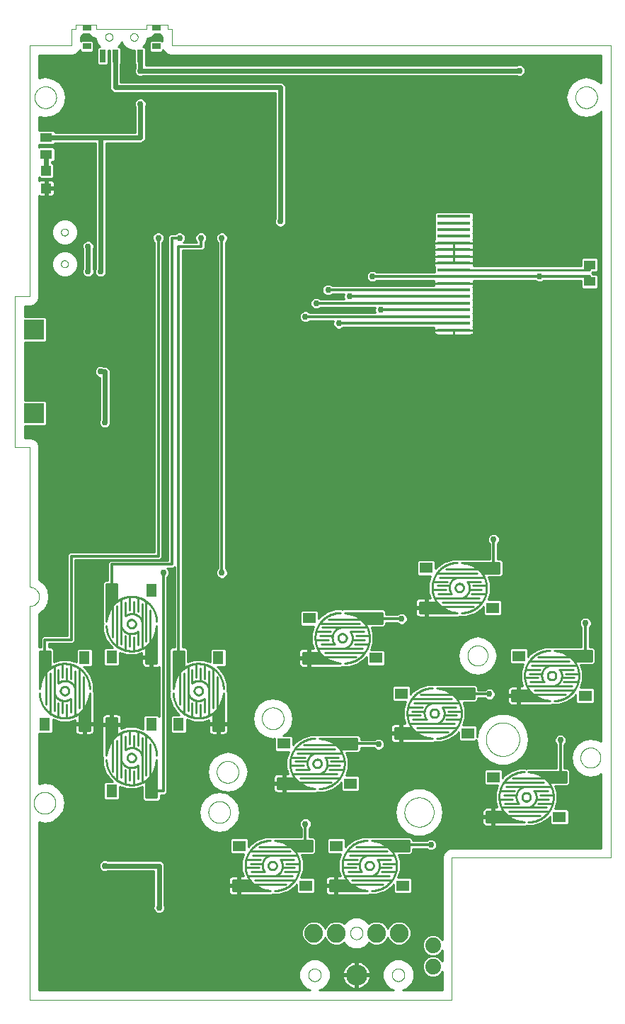
<source format=gtl>
G75*
%MOIN*%
%OFA0B0*%
%FSLAX25Y25*%
%IPPOS*%
%LPD*%
%AMOC8*
5,1,8,0,0,1.08239X$1,22.5*
%
%ADD10C,0.00000*%
%ADD11C,0.00039*%
%ADD12R,0.05512X0.04331*%
%ADD13R,0.15748X0.01575*%
%ADD14R,0.06102X0.05118*%
%ADD15C,0.01000*%
%ADD16R,0.04724X0.04724*%
%ADD17R,0.05118X0.06102*%
%ADD18R,0.03937X0.03150*%
%ADD19R,0.02756X0.05906*%
%ADD20R,0.09449X0.09449*%
%ADD21C,0.07400*%
%ADD22C,0.10000*%
%ADD23C,0.08858*%
%ADD24C,0.02978*%
%ADD25C,0.01200*%
%ADD26C,0.02400*%
D10*
X0029320Y0017142D02*
X0029320Y0202181D01*
X0029453Y0202183D01*
X0029586Y0202189D01*
X0029718Y0202199D01*
X0029851Y0202212D01*
X0029982Y0202230D01*
X0030114Y0202251D01*
X0030244Y0202276D01*
X0030374Y0202305D01*
X0030503Y0202338D01*
X0030630Y0202375D01*
X0030757Y0202415D01*
X0030883Y0202459D01*
X0031007Y0202507D01*
X0031129Y0202558D01*
X0031250Y0202613D01*
X0031370Y0202672D01*
X0031487Y0202733D01*
X0031603Y0202799D01*
X0031717Y0202867D01*
X0031829Y0202939D01*
X0031938Y0203015D01*
X0032046Y0203093D01*
X0032151Y0203175D01*
X0032253Y0203259D01*
X0032353Y0203347D01*
X0032451Y0203437D01*
X0032545Y0203531D01*
X0032637Y0203627D01*
X0032726Y0203726D01*
X0032812Y0203827D01*
X0032895Y0203931D01*
X0032975Y0204037D01*
X0033052Y0204145D01*
X0033126Y0204256D01*
X0033196Y0204369D01*
X0033263Y0204483D01*
X0033327Y0204600D01*
X0033387Y0204719D01*
X0033444Y0204839D01*
X0033497Y0204961D01*
X0033546Y0205084D01*
X0033592Y0205209D01*
X0033635Y0205335D01*
X0033673Y0205462D01*
X0033708Y0205591D01*
X0033739Y0205720D01*
X0033766Y0205850D01*
X0033789Y0205981D01*
X0033809Y0206112D01*
X0033824Y0206245D01*
X0033836Y0206377D01*
X0033844Y0206510D01*
X0033848Y0206643D01*
X0033848Y0206775D01*
X0033844Y0206908D01*
X0033836Y0207041D01*
X0033824Y0207173D01*
X0033809Y0207306D01*
X0033789Y0207437D01*
X0033766Y0207568D01*
X0033739Y0207698D01*
X0033708Y0207827D01*
X0033673Y0207956D01*
X0033635Y0208083D01*
X0033592Y0208209D01*
X0033546Y0208334D01*
X0033497Y0208457D01*
X0033444Y0208579D01*
X0033387Y0208699D01*
X0033327Y0208818D01*
X0033263Y0208935D01*
X0033196Y0209049D01*
X0033126Y0209162D01*
X0033052Y0209273D01*
X0032975Y0209381D01*
X0032895Y0209487D01*
X0032812Y0209591D01*
X0032726Y0209692D01*
X0032637Y0209791D01*
X0032545Y0209887D01*
X0032451Y0209981D01*
X0032353Y0210071D01*
X0032253Y0210159D01*
X0032151Y0210243D01*
X0032046Y0210325D01*
X0031938Y0210403D01*
X0031829Y0210479D01*
X0031717Y0210551D01*
X0031603Y0210619D01*
X0031487Y0210685D01*
X0031370Y0210746D01*
X0031250Y0210805D01*
X0031129Y0210860D01*
X0031007Y0210911D01*
X0030883Y0210959D01*
X0030757Y0211003D01*
X0030630Y0211043D01*
X0030503Y0211080D01*
X0030374Y0211113D01*
X0030244Y0211142D01*
X0030114Y0211167D01*
X0029982Y0211188D01*
X0029851Y0211206D01*
X0029718Y0211219D01*
X0029586Y0211229D01*
X0029453Y0211235D01*
X0029320Y0211237D01*
X0029320Y0211236D02*
X0029320Y0276984D01*
X0022430Y0276984D01*
X0022430Y0347850D01*
X0029320Y0347850D01*
X0029320Y0465961D01*
X0049005Y0465961D01*
X0049005Y0473835D01*
X0050974Y0473835D01*
X0050974Y0475803D01*
X0060816Y0475803D01*
X0060816Y0473835D01*
X0084438Y0473835D01*
X0084438Y0475803D01*
X0094281Y0475803D01*
X0094281Y0473835D01*
X0096249Y0473835D01*
X0096249Y0465961D01*
X0302942Y0465961D01*
X0302942Y0083874D01*
X0228139Y0083874D01*
X0228139Y0017142D01*
X0029320Y0017142D01*
X0075383Y0130921D02*
X0075385Y0131009D01*
X0075391Y0131097D01*
X0075401Y0131185D01*
X0075415Y0131273D01*
X0075432Y0131359D01*
X0075454Y0131445D01*
X0075479Y0131529D01*
X0075509Y0131613D01*
X0075541Y0131695D01*
X0075578Y0131775D01*
X0075618Y0131854D01*
X0075662Y0131931D01*
X0075709Y0132006D01*
X0075759Y0132078D01*
X0075813Y0132149D01*
X0075869Y0132216D01*
X0075929Y0132282D01*
X0075991Y0132344D01*
X0076057Y0132404D01*
X0076124Y0132460D01*
X0076195Y0132514D01*
X0076267Y0132564D01*
X0076342Y0132611D01*
X0076419Y0132655D01*
X0076498Y0132695D01*
X0076578Y0132732D01*
X0076660Y0132764D01*
X0076744Y0132794D01*
X0076828Y0132819D01*
X0076914Y0132841D01*
X0077000Y0132858D01*
X0077088Y0132872D01*
X0077176Y0132882D01*
X0077264Y0132888D01*
X0077352Y0132890D01*
X0077440Y0132888D01*
X0077528Y0132882D01*
X0077616Y0132872D01*
X0077704Y0132858D01*
X0077790Y0132841D01*
X0077876Y0132819D01*
X0077960Y0132794D01*
X0078044Y0132764D01*
X0078126Y0132732D01*
X0078206Y0132695D01*
X0078285Y0132655D01*
X0078362Y0132611D01*
X0078437Y0132564D01*
X0078509Y0132514D01*
X0078580Y0132460D01*
X0078647Y0132404D01*
X0078713Y0132344D01*
X0078775Y0132282D01*
X0078835Y0132216D01*
X0078891Y0132149D01*
X0078945Y0132078D01*
X0078995Y0132006D01*
X0079042Y0131931D01*
X0079086Y0131854D01*
X0079126Y0131775D01*
X0079163Y0131695D01*
X0079195Y0131613D01*
X0079225Y0131529D01*
X0079250Y0131445D01*
X0079272Y0131359D01*
X0079289Y0131273D01*
X0079303Y0131185D01*
X0079313Y0131097D01*
X0079319Y0131009D01*
X0079321Y0130921D01*
X0079319Y0130833D01*
X0079313Y0130745D01*
X0079303Y0130657D01*
X0079289Y0130569D01*
X0079272Y0130483D01*
X0079250Y0130397D01*
X0079225Y0130313D01*
X0079195Y0130229D01*
X0079163Y0130147D01*
X0079126Y0130067D01*
X0079086Y0129988D01*
X0079042Y0129911D01*
X0078995Y0129836D01*
X0078945Y0129764D01*
X0078891Y0129693D01*
X0078835Y0129626D01*
X0078775Y0129560D01*
X0078713Y0129498D01*
X0078647Y0129438D01*
X0078580Y0129382D01*
X0078509Y0129328D01*
X0078437Y0129278D01*
X0078362Y0129231D01*
X0078285Y0129187D01*
X0078206Y0129147D01*
X0078126Y0129110D01*
X0078044Y0129078D01*
X0077960Y0129048D01*
X0077876Y0129023D01*
X0077790Y0129001D01*
X0077704Y0128984D01*
X0077616Y0128970D01*
X0077528Y0128960D01*
X0077440Y0128954D01*
X0077352Y0128952D01*
X0077264Y0128954D01*
X0077176Y0128960D01*
X0077088Y0128970D01*
X0077000Y0128984D01*
X0076914Y0129001D01*
X0076828Y0129023D01*
X0076744Y0129048D01*
X0076660Y0129078D01*
X0076578Y0129110D01*
X0076498Y0129147D01*
X0076419Y0129187D01*
X0076342Y0129231D01*
X0076267Y0129278D01*
X0076195Y0129328D01*
X0076124Y0129382D01*
X0076057Y0129438D01*
X0075991Y0129498D01*
X0075929Y0129560D01*
X0075869Y0129626D01*
X0075813Y0129693D01*
X0075759Y0129764D01*
X0075709Y0129836D01*
X0075662Y0129911D01*
X0075618Y0129988D01*
X0075578Y0130067D01*
X0075541Y0130147D01*
X0075509Y0130229D01*
X0075479Y0130313D01*
X0075454Y0130397D01*
X0075432Y0130483D01*
X0075415Y0130569D01*
X0075401Y0130657D01*
X0075391Y0130745D01*
X0075385Y0130833D01*
X0075383Y0130921D01*
X0043887Y0162417D02*
X0043889Y0162505D01*
X0043895Y0162593D01*
X0043905Y0162681D01*
X0043919Y0162769D01*
X0043936Y0162855D01*
X0043958Y0162941D01*
X0043983Y0163025D01*
X0044013Y0163109D01*
X0044045Y0163191D01*
X0044082Y0163271D01*
X0044122Y0163350D01*
X0044166Y0163427D01*
X0044213Y0163502D01*
X0044263Y0163574D01*
X0044317Y0163645D01*
X0044373Y0163712D01*
X0044433Y0163778D01*
X0044495Y0163840D01*
X0044561Y0163900D01*
X0044628Y0163956D01*
X0044699Y0164010D01*
X0044771Y0164060D01*
X0044846Y0164107D01*
X0044923Y0164151D01*
X0045002Y0164191D01*
X0045082Y0164228D01*
X0045164Y0164260D01*
X0045248Y0164290D01*
X0045332Y0164315D01*
X0045418Y0164337D01*
X0045504Y0164354D01*
X0045592Y0164368D01*
X0045680Y0164378D01*
X0045768Y0164384D01*
X0045856Y0164386D01*
X0045944Y0164384D01*
X0046032Y0164378D01*
X0046120Y0164368D01*
X0046208Y0164354D01*
X0046294Y0164337D01*
X0046380Y0164315D01*
X0046464Y0164290D01*
X0046548Y0164260D01*
X0046630Y0164228D01*
X0046710Y0164191D01*
X0046789Y0164151D01*
X0046866Y0164107D01*
X0046941Y0164060D01*
X0047013Y0164010D01*
X0047084Y0163956D01*
X0047151Y0163900D01*
X0047217Y0163840D01*
X0047279Y0163778D01*
X0047339Y0163712D01*
X0047395Y0163645D01*
X0047449Y0163574D01*
X0047499Y0163502D01*
X0047546Y0163427D01*
X0047590Y0163350D01*
X0047630Y0163271D01*
X0047667Y0163191D01*
X0047699Y0163109D01*
X0047729Y0163025D01*
X0047754Y0162941D01*
X0047776Y0162855D01*
X0047793Y0162769D01*
X0047807Y0162681D01*
X0047817Y0162593D01*
X0047823Y0162505D01*
X0047825Y0162417D01*
X0047823Y0162329D01*
X0047817Y0162241D01*
X0047807Y0162153D01*
X0047793Y0162065D01*
X0047776Y0161979D01*
X0047754Y0161893D01*
X0047729Y0161809D01*
X0047699Y0161725D01*
X0047667Y0161643D01*
X0047630Y0161563D01*
X0047590Y0161484D01*
X0047546Y0161407D01*
X0047499Y0161332D01*
X0047449Y0161260D01*
X0047395Y0161189D01*
X0047339Y0161122D01*
X0047279Y0161056D01*
X0047217Y0160994D01*
X0047151Y0160934D01*
X0047084Y0160878D01*
X0047013Y0160824D01*
X0046941Y0160774D01*
X0046866Y0160727D01*
X0046789Y0160683D01*
X0046710Y0160643D01*
X0046630Y0160606D01*
X0046548Y0160574D01*
X0046464Y0160544D01*
X0046380Y0160519D01*
X0046294Y0160497D01*
X0046208Y0160480D01*
X0046120Y0160466D01*
X0046032Y0160456D01*
X0045944Y0160450D01*
X0045856Y0160448D01*
X0045768Y0160450D01*
X0045680Y0160456D01*
X0045592Y0160466D01*
X0045504Y0160480D01*
X0045418Y0160497D01*
X0045332Y0160519D01*
X0045248Y0160544D01*
X0045164Y0160574D01*
X0045082Y0160606D01*
X0045002Y0160643D01*
X0044923Y0160683D01*
X0044846Y0160727D01*
X0044771Y0160774D01*
X0044699Y0160824D01*
X0044628Y0160878D01*
X0044561Y0160934D01*
X0044495Y0160994D01*
X0044433Y0161056D01*
X0044373Y0161122D01*
X0044317Y0161189D01*
X0044263Y0161260D01*
X0044213Y0161332D01*
X0044166Y0161407D01*
X0044122Y0161484D01*
X0044082Y0161563D01*
X0044045Y0161643D01*
X0044013Y0161725D01*
X0043983Y0161809D01*
X0043958Y0161893D01*
X0043936Y0161979D01*
X0043919Y0162065D01*
X0043905Y0162153D01*
X0043895Y0162241D01*
X0043889Y0162329D01*
X0043887Y0162417D01*
X0075383Y0193913D02*
X0075385Y0194001D01*
X0075391Y0194089D01*
X0075401Y0194177D01*
X0075415Y0194265D01*
X0075432Y0194351D01*
X0075454Y0194437D01*
X0075479Y0194521D01*
X0075509Y0194605D01*
X0075541Y0194687D01*
X0075578Y0194767D01*
X0075618Y0194846D01*
X0075662Y0194923D01*
X0075709Y0194998D01*
X0075759Y0195070D01*
X0075813Y0195141D01*
X0075869Y0195208D01*
X0075929Y0195274D01*
X0075991Y0195336D01*
X0076057Y0195396D01*
X0076124Y0195452D01*
X0076195Y0195506D01*
X0076267Y0195556D01*
X0076342Y0195603D01*
X0076419Y0195647D01*
X0076498Y0195687D01*
X0076578Y0195724D01*
X0076660Y0195756D01*
X0076744Y0195786D01*
X0076828Y0195811D01*
X0076914Y0195833D01*
X0077000Y0195850D01*
X0077088Y0195864D01*
X0077176Y0195874D01*
X0077264Y0195880D01*
X0077352Y0195882D01*
X0077440Y0195880D01*
X0077528Y0195874D01*
X0077616Y0195864D01*
X0077704Y0195850D01*
X0077790Y0195833D01*
X0077876Y0195811D01*
X0077960Y0195786D01*
X0078044Y0195756D01*
X0078126Y0195724D01*
X0078206Y0195687D01*
X0078285Y0195647D01*
X0078362Y0195603D01*
X0078437Y0195556D01*
X0078509Y0195506D01*
X0078580Y0195452D01*
X0078647Y0195396D01*
X0078713Y0195336D01*
X0078775Y0195274D01*
X0078835Y0195208D01*
X0078891Y0195141D01*
X0078945Y0195070D01*
X0078995Y0194998D01*
X0079042Y0194923D01*
X0079086Y0194846D01*
X0079126Y0194767D01*
X0079163Y0194687D01*
X0079195Y0194605D01*
X0079225Y0194521D01*
X0079250Y0194437D01*
X0079272Y0194351D01*
X0079289Y0194265D01*
X0079303Y0194177D01*
X0079313Y0194089D01*
X0079319Y0194001D01*
X0079321Y0193913D01*
X0079319Y0193825D01*
X0079313Y0193737D01*
X0079303Y0193649D01*
X0079289Y0193561D01*
X0079272Y0193475D01*
X0079250Y0193389D01*
X0079225Y0193305D01*
X0079195Y0193221D01*
X0079163Y0193139D01*
X0079126Y0193059D01*
X0079086Y0192980D01*
X0079042Y0192903D01*
X0078995Y0192828D01*
X0078945Y0192756D01*
X0078891Y0192685D01*
X0078835Y0192618D01*
X0078775Y0192552D01*
X0078713Y0192490D01*
X0078647Y0192430D01*
X0078580Y0192374D01*
X0078509Y0192320D01*
X0078437Y0192270D01*
X0078362Y0192223D01*
X0078285Y0192179D01*
X0078206Y0192139D01*
X0078126Y0192102D01*
X0078044Y0192070D01*
X0077960Y0192040D01*
X0077876Y0192015D01*
X0077790Y0191993D01*
X0077704Y0191976D01*
X0077616Y0191962D01*
X0077528Y0191952D01*
X0077440Y0191946D01*
X0077352Y0191944D01*
X0077264Y0191946D01*
X0077176Y0191952D01*
X0077088Y0191962D01*
X0077000Y0191976D01*
X0076914Y0191993D01*
X0076828Y0192015D01*
X0076744Y0192040D01*
X0076660Y0192070D01*
X0076578Y0192102D01*
X0076498Y0192139D01*
X0076419Y0192179D01*
X0076342Y0192223D01*
X0076267Y0192270D01*
X0076195Y0192320D01*
X0076124Y0192374D01*
X0076057Y0192430D01*
X0075991Y0192490D01*
X0075929Y0192552D01*
X0075869Y0192618D01*
X0075813Y0192685D01*
X0075759Y0192756D01*
X0075709Y0192828D01*
X0075662Y0192903D01*
X0075618Y0192980D01*
X0075578Y0193059D01*
X0075541Y0193139D01*
X0075509Y0193221D01*
X0075479Y0193305D01*
X0075454Y0193389D01*
X0075432Y0193475D01*
X0075415Y0193561D01*
X0075401Y0193649D01*
X0075391Y0193737D01*
X0075385Y0193825D01*
X0075383Y0193913D01*
X0106879Y0162417D02*
X0106881Y0162505D01*
X0106887Y0162593D01*
X0106897Y0162681D01*
X0106911Y0162769D01*
X0106928Y0162855D01*
X0106950Y0162941D01*
X0106975Y0163025D01*
X0107005Y0163109D01*
X0107037Y0163191D01*
X0107074Y0163271D01*
X0107114Y0163350D01*
X0107158Y0163427D01*
X0107205Y0163502D01*
X0107255Y0163574D01*
X0107309Y0163645D01*
X0107365Y0163712D01*
X0107425Y0163778D01*
X0107487Y0163840D01*
X0107553Y0163900D01*
X0107620Y0163956D01*
X0107691Y0164010D01*
X0107763Y0164060D01*
X0107838Y0164107D01*
X0107915Y0164151D01*
X0107994Y0164191D01*
X0108074Y0164228D01*
X0108156Y0164260D01*
X0108240Y0164290D01*
X0108324Y0164315D01*
X0108410Y0164337D01*
X0108496Y0164354D01*
X0108584Y0164368D01*
X0108672Y0164378D01*
X0108760Y0164384D01*
X0108848Y0164386D01*
X0108936Y0164384D01*
X0109024Y0164378D01*
X0109112Y0164368D01*
X0109200Y0164354D01*
X0109286Y0164337D01*
X0109372Y0164315D01*
X0109456Y0164290D01*
X0109540Y0164260D01*
X0109622Y0164228D01*
X0109702Y0164191D01*
X0109781Y0164151D01*
X0109858Y0164107D01*
X0109933Y0164060D01*
X0110005Y0164010D01*
X0110076Y0163956D01*
X0110143Y0163900D01*
X0110209Y0163840D01*
X0110271Y0163778D01*
X0110331Y0163712D01*
X0110387Y0163645D01*
X0110441Y0163574D01*
X0110491Y0163502D01*
X0110538Y0163427D01*
X0110582Y0163350D01*
X0110622Y0163271D01*
X0110659Y0163191D01*
X0110691Y0163109D01*
X0110721Y0163025D01*
X0110746Y0162941D01*
X0110768Y0162855D01*
X0110785Y0162769D01*
X0110799Y0162681D01*
X0110809Y0162593D01*
X0110815Y0162505D01*
X0110817Y0162417D01*
X0110815Y0162329D01*
X0110809Y0162241D01*
X0110799Y0162153D01*
X0110785Y0162065D01*
X0110768Y0161979D01*
X0110746Y0161893D01*
X0110721Y0161809D01*
X0110691Y0161725D01*
X0110659Y0161643D01*
X0110622Y0161563D01*
X0110582Y0161484D01*
X0110538Y0161407D01*
X0110491Y0161332D01*
X0110441Y0161260D01*
X0110387Y0161189D01*
X0110331Y0161122D01*
X0110271Y0161056D01*
X0110209Y0160994D01*
X0110143Y0160934D01*
X0110076Y0160878D01*
X0110005Y0160824D01*
X0109933Y0160774D01*
X0109858Y0160727D01*
X0109781Y0160683D01*
X0109702Y0160643D01*
X0109622Y0160606D01*
X0109540Y0160574D01*
X0109456Y0160544D01*
X0109372Y0160519D01*
X0109286Y0160497D01*
X0109200Y0160480D01*
X0109112Y0160466D01*
X0109024Y0160456D01*
X0108936Y0160450D01*
X0108848Y0160448D01*
X0108760Y0160450D01*
X0108672Y0160456D01*
X0108584Y0160466D01*
X0108496Y0160480D01*
X0108410Y0160497D01*
X0108324Y0160519D01*
X0108240Y0160544D01*
X0108156Y0160574D01*
X0108074Y0160606D01*
X0107994Y0160643D01*
X0107915Y0160683D01*
X0107838Y0160727D01*
X0107763Y0160774D01*
X0107691Y0160824D01*
X0107620Y0160878D01*
X0107553Y0160934D01*
X0107487Y0160994D01*
X0107425Y0161056D01*
X0107365Y0161122D01*
X0107309Y0161189D01*
X0107255Y0161260D01*
X0107205Y0161332D01*
X0107158Y0161407D01*
X0107114Y0161484D01*
X0107074Y0161563D01*
X0107037Y0161643D01*
X0107005Y0161725D01*
X0106975Y0161809D01*
X0106950Y0161893D01*
X0106928Y0161979D01*
X0106911Y0162065D01*
X0106897Y0162153D01*
X0106887Y0162241D01*
X0106881Y0162329D01*
X0106879Y0162417D01*
X0141741Y0080173D02*
X0141743Y0080261D01*
X0141749Y0080349D01*
X0141759Y0080437D01*
X0141773Y0080525D01*
X0141790Y0080611D01*
X0141812Y0080697D01*
X0141837Y0080781D01*
X0141867Y0080865D01*
X0141899Y0080947D01*
X0141936Y0081027D01*
X0141976Y0081106D01*
X0142020Y0081183D01*
X0142067Y0081258D01*
X0142117Y0081330D01*
X0142171Y0081401D01*
X0142227Y0081468D01*
X0142287Y0081534D01*
X0142349Y0081596D01*
X0142415Y0081656D01*
X0142482Y0081712D01*
X0142553Y0081766D01*
X0142625Y0081816D01*
X0142700Y0081863D01*
X0142777Y0081907D01*
X0142856Y0081947D01*
X0142936Y0081984D01*
X0143018Y0082016D01*
X0143102Y0082046D01*
X0143186Y0082071D01*
X0143272Y0082093D01*
X0143358Y0082110D01*
X0143446Y0082124D01*
X0143534Y0082134D01*
X0143622Y0082140D01*
X0143710Y0082142D01*
X0143798Y0082140D01*
X0143886Y0082134D01*
X0143974Y0082124D01*
X0144062Y0082110D01*
X0144148Y0082093D01*
X0144234Y0082071D01*
X0144318Y0082046D01*
X0144402Y0082016D01*
X0144484Y0081984D01*
X0144564Y0081947D01*
X0144643Y0081907D01*
X0144720Y0081863D01*
X0144795Y0081816D01*
X0144867Y0081766D01*
X0144938Y0081712D01*
X0145005Y0081656D01*
X0145071Y0081596D01*
X0145133Y0081534D01*
X0145193Y0081468D01*
X0145249Y0081401D01*
X0145303Y0081330D01*
X0145353Y0081258D01*
X0145400Y0081183D01*
X0145444Y0081106D01*
X0145484Y0081027D01*
X0145521Y0080947D01*
X0145553Y0080865D01*
X0145583Y0080781D01*
X0145608Y0080697D01*
X0145630Y0080611D01*
X0145647Y0080525D01*
X0145661Y0080437D01*
X0145671Y0080349D01*
X0145677Y0080261D01*
X0145679Y0080173D01*
X0145677Y0080085D01*
X0145671Y0079997D01*
X0145661Y0079909D01*
X0145647Y0079821D01*
X0145630Y0079735D01*
X0145608Y0079649D01*
X0145583Y0079565D01*
X0145553Y0079481D01*
X0145521Y0079399D01*
X0145484Y0079319D01*
X0145444Y0079240D01*
X0145400Y0079163D01*
X0145353Y0079088D01*
X0145303Y0079016D01*
X0145249Y0078945D01*
X0145193Y0078878D01*
X0145133Y0078812D01*
X0145071Y0078750D01*
X0145005Y0078690D01*
X0144938Y0078634D01*
X0144867Y0078580D01*
X0144795Y0078530D01*
X0144720Y0078483D01*
X0144643Y0078439D01*
X0144564Y0078399D01*
X0144484Y0078362D01*
X0144402Y0078330D01*
X0144318Y0078300D01*
X0144234Y0078275D01*
X0144148Y0078253D01*
X0144062Y0078236D01*
X0143974Y0078222D01*
X0143886Y0078212D01*
X0143798Y0078206D01*
X0143710Y0078204D01*
X0143622Y0078206D01*
X0143534Y0078212D01*
X0143446Y0078222D01*
X0143358Y0078236D01*
X0143272Y0078253D01*
X0143186Y0078275D01*
X0143102Y0078300D01*
X0143018Y0078330D01*
X0142936Y0078362D01*
X0142856Y0078399D01*
X0142777Y0078439D01*
X0142700Y0078483D01*
X0142625Y0078530D01*
X0142553Y0078580D01*
X0142482Y0078634D01*
X0142415Y0078690D01*
X0142349Y0078750D01*
X0142287Y0078812D01*
X0142227Y0078878D01*
X0142171Y0078945D01*
X0142117Y0079016D01*
X0142067Y0079088D01*
X0142020Y0079163D01*
X0141976Y0079240D01*
X0141936Y0079319D01*
X0141899Y0079399D01*
X0141867Y0079481D01*
X0141837Y0079565D01*
X0141812Y0079649D01*
X0141790Y0079735D01*
X0141773Y0079821D01*
X0141759Y0079909D01*
X0141749Y0079997D01*
X0141743Y0080085D01*
X0141741Y0080173D01*
X0162863Y0128205D02*
X0162865Y0128293D01*
X0162871Y0128381D01*
X0162881Y0128469D01*
X0162895Y0128557D01*
X0162912Y0128643D01*
X0162934Y0128729D01*
X0162959Y0128813D01*
X0162989Y0128897D01*
X0163021Y0128979D01*
X0163058Y0129059D01*
X0163098Y0129138D01*
X0163142Y0129215D01*
X0163189Y0129290D01*
X0163239Y0129362D01*
X0163293Y0129433D01*
X0163349Y0129500D01*
X0163409Y0129566D01*
X0163471Y0129628D01*
X0163537Y0129688D01*
X0163604Y0129744D01*
X0163675Y0129798D01*
X0163747Y0129848D01*
X0163822Y0129895D01*
X0163899Y0129939D01*
X0163978Y0129979D01*
X0164058Y0130016D01*
X0164140Y0130048D01*
X0164224Y0130078D01*
X0164308Y0130103D01*
X0164394Y0130125D01*
X0164480Y0130142D01*
X0164568Y0130156D01*
X0164656Y0130166D01*
X0164744Y0130172D01*
X0164832Y0130174D01*
X0164920Y0130172D01*
X0165008Y0130166D01*
X0165096Y0130156D01*
X0165184Y0130142D01*
X0165270Y0130125D01*
X0165356Y0130103D01*
X0165440Y0130078D01*
X0165524Y0130048D01*
X0165606Y0130016D01*
X0165686Y0129979D01*
X0165765Y0129939D01*
X0165842Y0129895D01*
X0165917Y0129848D01*
X0165989Y0129798D01*
X0166060Y0129744D01*
X0166127Y0129688D01*
X0166193Y0129628D01*
X0166255Y0129566D01*
X0166315Y0129500D01*
X0166371Y0129433D01*
X0166425Y0129362D01*
X0166475Y0129290D01*
X0166522Y0129215D01*
X0166566Y0129138D01*
X0166606Y0129059D01*
X0166643Y0128979D01*
X0166675Y0128897D01*
X0166705Y0128813D01*
X0166730Y0128729D01*
X0166752Y0128643D01*
X0166769Y0128557D01*
X0166783Y0128469D01*
X0166793Y0128381D01*
X0166799Y0128293D01*
X0166801Y0128205D01*
X0166799Y0128117D01*
X0166793Y0128029D01*
X0166783Y0127941D01*
X0166769Y0127853D01*
X0166752Y0127767D01*
X0166730Y0127681D01*
X0166705Y0127597D01*
X0166675Y0127513D01*
X0166643Y0127431D01*
X0166606Y0127351D01*
X0166566Y0127272D01*
X0166522Y0127195D01*
X0166475Y0127120D01*
X0166425Y0127048D01*
X0166371Y0126977D01*
X0166315Y0126910D01*
X0166255Y0126844D01*
X0166193Y0126782D01*
X0166127Y0126722D01*
X0166060Y0126666D01*
X0165989Y0126612D01*
X0165917Y0126562D01*
X0165842Y0126515D01*
X0165765Y0126471D01*
X0165686Y0126431D01*
X0165606Y0126394D01*
X0165524Y0126362D01*
X0165440Y0126332D01*
X0165356Y0126307D01*
X0165270Y0126285D01*
X0165184Y0126268D01*
X0165096Y0126254D01*
X0165008Y0126244D01*
X0164920Y0126238D01*
X0164832Y0126236D01*
X0164744Y0126238D01*
X0164656Y0126244D01*
X0164568Y0126254D01*
X0164480Y0126268D01*
X0164394Y0126285D01*
X0164308Y0126307D01*
X0164224Y0126332D01*
X0164140Y0126362D01*
X0164058Y0126394D01*
X0163978Y0126431D01*
X0163899Y0126471D01*
X0163822Y0126515D01*
X0163747Y0126562D01*
X0163675Y0126612D01*
X0163604Y0126666D01*
X0163537Y0126722D01*
X0163471Y0126782D01*
X0163409Y0126844D01*
X0163349Y0126910D01*
X0163293Y0126977D01*
X0163239Y0127048D01*
X0163189Y0127120D01*
X0163142Y0127195D01*
X0163098Y0127272D01*
X0163058Y0127351D01*
X0163021Y0127431D01*
X0162989Y0127513D01*
X0162959Y0127597D01*
X0162934Y0127681D01*
X0162912Y0127767D01*
X0162895Y0127853D01*
X0162881Y0127941D01*
X0162871Y0128029D01*
X0162865Y0128117D01*
X0162863Y0128205D01*
X0187410Y0080173D02*
X0187412Y0080261D01*
X0187418Y0080349D01*
X0187428Y0080437D01*
X0187442Y0080525D01*
X0187459Y0080611D01*
X0187481Y0080697D01*
X0187506Y0080781D01*
X0187536Y0080865D01*
X0187568Y0080947D01*
X0187605Y0081027D01*
X0187645Y0081106D01*
X0187689Y0081183D01*
X0187736Y0081258D01*
X0187786Y0081330D01*
X0187840Y0081401D01*
X0187896Y0081468D01*
X0187956Y0081534D01*
X0188018Y0081596D01*
X0188084Y0081656D01*
X0188151Y0081712D01*
X0188222Y0081766D01*
X0188294Y0081816D01*
X0188369Y0081863D01*
X0188446Y0081907D01*
X0188525Y0081947D01*
X0188605Y0081984D01*
X0188687Y0082016D01*
X0188771Y0082046D01*
X0188855Y0082071D01*
X0188941Y0082093D01*
X0189027Y0082110D01*
X0189115Y0082124D01*
X0189203Y0082134D01*
X0189291Y0082140D01*
X0189379Y0082142D01*
X0189467Y0082140D01*
X0189555Y0082134D01*
X0189643Y0082124D01*
X0189731Y0082110D01*
X0189817Y0082093D01*
X0189903Y0082071D01*
X0189987Y0082046D01*
X0190071Y0082016D01*
X0190153Y0081984D01*
X0190233Y0081947D01*
X0190312Y0081907D01*
X0190389Y0081863D01*
X0190464Y0081816D01*
X0190536Y0081766D01*
X0190607Y0081712D01*
X0190674Y0081656D01*
X0190740Y0081596D01*
X0190802Y0081534D01*
X0190862Y0081468D01*
X0190918Y0081401D01*
X0190972Y0081330D01*
X0191022Y0081258D01*
X0191069Y0081183D01*
X0191113Y0081106D01*
X0191153Y0081027D01*
X0191190Y0080947D01*
X0191222Y0080865D01*
X0191252Y0080781D01*
X0191277Y0080697D01*
X0191299Y0080611D01*
X0191316Y0080525D01*
X0191330Y0080437D01*
X0191340Y0080349D01*
X0191346Y0080261D01*
X0191348Y0080173D01*
X0191346Y0080085D01*
X0191340Y0079997D01*
X0191330Y0079909D01*
X0191316Y0079821D01*
X0191299Y0079735D01*
X0191277Y0079649D01*
X0191252Y0079565D01*
X0191222Y0079481D01*
X0191190Y0079399D01*
X0191153Y0079319D01*
X0191113Y0079240D01*
X0191069Y0079163D01*
X0191022Y0079088D01*
X0190972Y0079016D01*
X0190918Y0078945D01*
X0190862Y0078878D01*
X0190802Y0078812D01*
X0190740Y0078750D01*
X0190674Y0078690D01*
X0190607Y0078634D01*
X0190536Y0078580D01*
X0190464Y0078530D01*
X0190389Y0078483D01*
X0190312Y0078439D01*
X0190233Y0078399D01*
X0190153Y0078362D01*
X0190071Y0078330D01*
X0189987Y0078300D01*
X0189903Y0078275D01*
X0189817Y0078253D01*
X0189731Y0078236D01*
X0189643Y0078222D01*
X0189555Y0078212D01*
X0189467Y0078206D01*
X0189379Y0078204D01*
X0189291Y0078206D01*
X0189203Y0078212D01*
X0189115Y0078222D01*
X0189027Y0078236D01*
X0188941Y0078253D01*
X0188855Y0078275D01*
X0188771Y0078300D01*
X0188687Y0078330D01*
X0188605Y0078362D01*
X0188525Y0078399D01*
X0188446Y0078439D01*
X0188369Y0078483D01*
X0188294Y0078530D01*
X0188222Y0078580D01*
X0188151Y0078634D01*
X0188084Y0078690D01*
X0188018Y0078750D01*
X0187956Y0078812D01*
X0187896Y0078878D01*
X0187840Y0078945D01*
X0187786Y0079016D01*
X0187736Y0079088D01*
X0187689Y0079163D01*
X0187645Y0079240D01*
X0187605Y0079319D01*
X0187568Y0079399D01*
X0187536Y0079481D01*
X0187506Y0079565D01*
X0187481Y0079649D01*
X0187459Y0079735D01*
X0187442Y0079821D01*
X0187428Y0079909D01*
X0187418Y0079997D01*
X0187412Y0080085D01*
X0187410Y0080173D01*
X0180304Y0048441D02*
X0180306Y0048549D01*
X0180312Y0048658D01*
X0180322Y0048766D01*
X0180336Y0048873D01*
X0180354Y0048980D01*
X0180375Y0049087D01*
X0180401Y0049192D01*
X0180431Y0049297D01*
X0180464Y0049400D01*
X0180501Y0049502D01*
X0180542Y0049602D01*
X0180586Y0049701D01*
X0180635Y0049799D01*
X0180686Y0049894D01*
X0180741Y0049987D01*
X0180800Y0050079D01*
X0180862Y0050168D01*
X0180927Y0050255D01*
X0180995Y0050339D01*
X0181066Y0050421D01*
X0181140Y0050500D01*
X0181217Y0050576D01*
X0181297Y0050650D01*
X0181380Y0050720D01*
X0181465Y0050788D01*
X0181552Y0050852D01*
X0181642Y0050913D01*
X0181734Y0050971D01*
X0181828Y0051025D01*
X0181924Y0051076D01*
X0182021Y0051123D01*
X0182121Y0051167D01*
X0182222Y0051207D01*
X0182324Y0051243D01*
X0182427Y0051275D01*
X0182532Y0051304D01*
X0182638Y0051328D01*
X0182744Y0051349D01*
X0182851Y0051366D01*
X0182959Y0051379D01*
X0183067Y0051388D01*
X0183176Y0051393D01*
X0183284Y0051394D01*
X0183393Y0051391D01*
X0183501Y0051384D01*
X0183609Y0051373D01*
X0183716Y0051358D01*
X0183823Y0051339D01*
X0183929Y0051316D01*
X0184034Y0051290D01*
X0184139Y0051259D01*
X0184241Y0051225D01*
X0184343Y0051187D01*
X0184443Y0051145D01*
X0184542Y0051100D01*
X0184639Y0051051D01*
X0184733Y0050998D01*
X0184826Y0050942D01*
X0184917Y0050883D01*
X0185006Y0050820D01*
X0185092Y0050755D01*
X0185176Y0050686D01*
X0185257Y0050614D01*
X0185335Y0050539D01*
X0185411Y0050461D01*
X0185484Y0050380D01*
X0185554Y0050297D01*
X0185620Y0050212D01*
X0185684Y0050124D01*
X0185744Y0050033D01*
X0185801Y0049941D01*
X0185854Y0049846D01*
X0185904Y0049750D01*
X0185950Y0049652D01*
X0185993Y0049552D01*
X0186032Y0049451D01*
X0186067Y0049348D01*
X0186099Y0049245D01*
X0186126Y0049140D01*
X0186150Y0049034D01*
X0186170Y0048927D01*
X0186186Y0048820D01*
X0186198Y0048712D01*
X0186206Y0048604D01*
X0186210Y0048495D01*
X0186210Y0048387D01*
X0186206Y0048278D01*
X0186198Y0048170D01*
X0186186Y0048062D01*
X0186170Y0047955D01*
X0186150Y0047848D01*
X0186126Y0047742D01*
X0186099Y0047637D01*
X0186067Y0047534D01*
X0186032Y0047431D01*
X0185993Y0047330D01*
X0185950Y0047230D01*
X0185904Y0047132D01*
X0185854Y0047036D01*
X0185801Y0046941D01*
X0185744Y0046849D01*
X0185684Y0046758D01*
X0185620Y0046670D01*
X0185554Y0046585D01*
X0185484Y0046502D01*
X0185411Y0046421D01*
X0185335Y0046343D01*
X0185257Y0046268D01*
X0185176Y0046196D01*
X0185092Y0046127D01*
X0185006Y0046062D01*
X0184917Y0045999D01*
X0184826Y0045940D01*
X0184734Y0045884D01*
X0184639Y0045831D01*
X0184542Y0045782D01*
X0184443Y0045737D01*
X0184343Y0045695D01*
X0184241Y0045657D01*
X0184139Y0045623D01*
X0184034Y0045592D01*
X0183929Y0045566D01*
X0183823Y0045543D01*
X0183716Y0045524D01*
X0183609Y0045509D01*
X0183501Y0045498D01*
X0183393Y0045491D01*
X0183284Y0045488D01*
X0183176Y0045489D01*
X0183067Y0045494D01*
X0182959Y0045503D01*
X0182851Y0045516D01*
X0182744Y0045533D01*
X0182638Y0045554D01*
X0182532Y0045578D01*
X0182427Y0045607D01*
X0182324Y0045639D01*
X0182222Y0045675D01*
X0182121Y0045715D01*
X0182021Y0045759D01*
X0181924Y0045806D01*
X0181828Y0045857D01*
X0181734Y0045911D01*
X0181642Y0045969D01*
X0181552Y0046030D01*
X0181465Y0046094D01*
X0181380Y0046162D01*
X0181297Y0046232D01*
X0181217Y0046306D01*
X0181140Y0046382D01*
X0181066Y0046461D01*
X0180995Y0046543D01*
X0180927Y0046627D01*
X0180862Y0046714D01*
X0180800Y0046803D01*
X0180741Y0046895D01*
X0180686Y0046988D01*
X0180635Y0047083D01*
X0180586Y0047181D01*
X0180542Y0047280D01*
X0180501Y0047380D01*
X0180464Y0047482D01*
X0180431Y0047585D01*
X0180401Y0047690D01*
X0180375Y0047795D01*
X0180354Y0047902D01*
X0180336Y0048009D01*
X0180322Y0048116D01*
X0180312Y0048224D01*
X0180306Y0048333D01*
X0180304Y0048441D01*
X0160619Y0028756D02*
X0160621Y0028864D01*
X0160627Y0028973D01*
X0160637Y0029081D01*
X0160651Y0029188D01*
X0160669Y0029295D01*
X0160690Y0029402D01*
X0160716Y0029507D01*
X0160746Y0029612D01*
X0160779Y0029715D01*
X0160816Y0029817D01*
X0160857Y0029917D01*
X0160901Y0030016D01*
X0160950Y0030114D01*
X0161001Y0030209D01*
X0161056Y0030302D01*
X0161115Y0030394D01*
X0161177Y0030483D01*
X0161242Y0030570D01*
X0161310Y0030654D01*
X0161381Y0030736D01*
X0161455Y0030815D01*
X0161532Y0030891D01*
X0161612Y0030965D01*
X0161695Y0031035D01*
X0161780Y0031103D01*
X0161867Y0031167D01*
X0161957Y0031228D01*
X0162049Y0031286D01*
X0162143Y0031340D01*
X0162239Y0031391D01*
X0162336Y0031438D01*
X0162436Y0031482D01*
X0162537Y0031522D01*
X0162639Y0031558D01*
X0162742Y0031590D01*
X0162847Y0031619D01*
X0162953Y0031643D01*
X0163059Y0031664D01*
X0163166Y0031681D01*
X0163274Y0031694D01*
X0163382Y0031703D01*
X0163491Y0031708D01*
X0163599Y0031709D01*
X0163708Y0031706D01*
X0163816Y0031699D01*
X0163924Y0031688D01*
X0164031Y0031673D01*
X0164138Y0031654D01*
X0164244Y0031631D01*
X0164349Y0031605D01*
X0164454Y0031574D01*
X0164556Y0031540D01*
X0164658Y0031502D01*
X0164758Y0031460D01*
X0164857Y0031415D01*
X0164954Y0031366D01*
X0165048Y0031313D01*
X0165141Y0031257D01*
X0165232Y0031198D01*
X0165321Y0031135D01*
X0165407Y0031070D01*
X0165491Y0031001D01*
X0165572Y0030929D01*
X0165650Y0030854D01*
X0165726Y0030776D01*
X0165799Y0030695D01*
X0165869Y0030612D01*
X0165935Y0030527D01*
X0165999Y0030439D01*
X0166059Y0030348D01*
X0166116Y0030256D01*
X0166169Y0030161D01*
X0166219Y0030065D01*
X0166265Y0029967D01*
X0166308Y0029867D01*
X0166347Y0029766D01*
X0166382Y0029663D01*
X0166414Y0029560D01*
X0166441Y0029455D01*
X0166465Y0029349D01*
X0166485Y0029242D01*
X0166501Y0029135D01*
X0166513Y0029027D01*
X0166521Y0028919D01*
X0166525Y0028810D01*
X0166525Y0028702D01*
X0166521Y0028593D01*
X0166513Y0028485D01*
X0166501Y0028377D01*
X0166485Y0028270D01*
X0166465Y0028163D01*
X0166441Y0028057D01*
X0166414Y0027952D01*
X0166382Y0027849D01*
X0166347Y0027746D01*
X0166308Y0027645D01*
X0166265Y0027545D01*
X0166219Y0027447D01*
X0166169Y0027351D01*
X0166116Y0027256D01*
X0166059Y0027164D01*
X0165999Y0027073D01*
X0165935Y0026985D01*
X0165869Y0026900D01*
X0165799Y0026817D01*
X0165726Y0026736D01*
X0165650Y0026658D01*
X0165572Y0026583D01*
X0165491Y0026511D01*
X0165407Y0026442D01*
X0165321Y0026377D01*
X0165232Y0026314D01*
X0165141Y0026255D01*
X0165049Y0026199D01*
X0164954Y0026146D01*
X0164857Y0026097D01*
X0164758Y0026052D01*
X0164658Y0026010D01*
X0164556Y0025972D01*
X0164454Y0025938D01*
X0164349Y0025907D01*
X0164244Y0025881D01*
X0164138Y0025858D01*
X0164031Y0025839D01*
X0163924Y0025824D01*
X0163816Y0025813D01*
X0163708Y0025806D01*
X0163599Y0025803D01*
X0163491Y0025804D01*
X0163382Y0025809D01*
X0163274Y0025818D01*
X0163166Y0025831D01*
X0163059Y0025848D01*
X0162953Y0025869D01*
X0162847Y0025893D01*
X0162742Y0025922D01*
X0162639Y0025954D01*
X0162537Y0025990D01*
X0162436Y0026030D01*
X0162336Y0026074D01*
X0162239Y0026121D01*
X0162143Y0026172D01*
X0162049Y0026226D01*
X0161957Y0026284D01*
X0161867Y0026345D01*
X0161780Y0026409D01*
X0161695Y0026477D01*
X0161612Y0026547D01*
X0161532Y0026621D01*
X0161455Y0026697D01*
X0161381Y0026776D01*
X0161310Y0026858D01*
X0161242Y0026942D01*
X0161177Y0027029D01*
X0161115Y0027118D01*
X0161056Y0027210D01*
X0161001Y0027303D01*
X0160950Y0027398D01*
X0160901Y0027496D01*
X0160857Y0027595D01*
X0160816Y0027695D01*
X0160779Y0027797D01*
X0160746Y0027900D01*
X0160716Y0028005D01*
X0160690Y0028110D01*
X0160669Y0028217D01*
X0160651Y0028324D01*
X0160637Y0028431D01*
X0160627Y0028539D01*
X0160621Y0028648D01*
X0160619Y0028756D01*
X0199989Y0028756D02*
X0199991Y0028864D01*
X0199997Y0028973D01*
X0200007Y0029081D01*
X0200021Y0029188D01*
X0200039Y0029295D01*
X0200060Y0029402D01*
X0200086Y0029507D01*
X0200116Y0029612D01*
X0200149Y0029715D01*
X0200186Y0029817D01*
X0200227Y0029917D01*
X0200271Y0030016D01*
X0200320Y0030114D01*
X0200371Y0030209D01*
X0200426Y0030302D01*
X0200485Y0030394D01*
X0200547Y0030483D01*
X0200612Y0030570D01*
X0200680Y0030654D01*
X0200751Y0030736D01*
X0200825Y0030815D01*
X0200902Y0030891D01*
X0200982Y0030965D01*
X0201065Y0031035D01*
X0201150Y0031103D01*
X0201237Y0031167D01*
X0201327Y0031228D01*
X0201419Y0031286D01*
X0201513Y0031340D01*
X0201609Y0031391D01*
X0201706Y0031438D01*
X0201806Y0031482D01*
X0201907Y0031522D01*
X0202009Y0031558D01*
X0202112Y0031590D01*
X0202217Y0031619D01*
X0202323Y0031643D01*
X0202429Y0031664D01*
X0202536Y0031681D01*
X0202644Y0031694D01*
X0202752Y0031703D01*
X0202861Y0031708D01*
X0202969Y0031709D01*
X0203078Y0031706D01*
X0203186Y0031699D01*
X0203294Y0031688D01*
X0203401Y0031673D01*
X0203508Y0031654D01*
X0203614Y0031631D01*
X0203719Y0031605D01*
X0203824Y0031574D01*
X0203926Y0031540D01*
X0204028Y0031502D01*
X0204128Y0031460D01*
X0204227Y0031415D01*
X0204324Y0031366D01*
X0204418Y0031313D01*
X0204511Y0031257D01*
X0204602Y0031198D01*
X0204691Y0031135D01*
X0204777Y0031070D01*
X0204861Y0031001D01*
X0204942Y0030929D01*
X0205020Y0030854D01*
X0205096Y0030776D01*
X0205169Y0030695D01*
X0205239Y0030612D01*
X0205305Y0030527D01*
X0205369Y0030439D01*
X0205429Y0030348D01*
X0205486Y0030256D01*
X0205539Y0030161D01*
X0205589Y0030065D01*
X0205635Y0029967D01*
X0205678Y0029867D01*
X0205717Y0029766D01*
X0205752Y0029663D01*
X0205784Y0029560D01*
X0205811Y0029455D01*
X0205835Y0029349D01*
X0205855Y0029242D01*
X0205871Y0029135D01*
X0205883Y0029027D01*
X0205891Y0028919D01*
X0205895Y0028810D01*
X0205895Y0028702D01*
X0205891Y0028593D01*
X0205883Y0028485D01*
X0205871Y0028377D01*
X0205855Y0028270D01*
X0205835Y0028163D01*
X0205811Y0028057D01*
X0205784Y0027952D01*
X0205752Y0027849D01*
X0205717Y0027746D01*
X0205678Y0027645D01*
X0205635Y0027545D01*
X0205589Y0027447D01*
X0205539Y0027351D01*
X0205486Y0027256D01*
X0205429Y0027164D01*
X0205369Y0027073D01*
X0205305Y0026985D01*
X0205239Y0026900D01*
X0205169Y0026817D01*
X0205096Y0026736D01*
X0205020Y0026658D01*
X0204942Y0026583D01*
X0204861Y0026511D01*
X0204777Y0026442D01*
X0204691Y0026377D01*
X0204602Y0026314D01*
X0204511Y0026255D01*
X0204419Y0026199D01*
X0204324Y0026146D01*
X0204227Y0026097D01*
X0204128Y0026052D01*
X0204028Y0026010D01*
X0203926Y0025972D01*
X0203824Y0025938D01*
X0203719Y0025907D01*
X0203614Y0025881D01*
X0203508Y0025858D01*
X0203401Y0025839D01*
X0203294Y0025824D01*
X0203186Y0025813D01*
X0203078Y0025806D01*
X0202969Y0025803D01*
X0202861Y0025804D01*
X0202752Y0025809D01*
X0202644Y0025818D01*
X0202536Y0025831D01*
X0202429Y0025848D01*
X0202323Y0025869D01*
X0202217Y0025893D01*
X0202112Y0025922D01*
X0202009Y0025954D01*
X0201907Y0025990D01*
X0201806Y0026030D01*
X0201706Y0026074D01*
X0201609Y0026121D01*
X0201513Y0026172D01*
X0201419Y0026226D01*
X0201327Y0026284D01*
X0201237Y0026345D01*
X0201150Y0026409D01*
X0201065Y0026477D01*
X0200982Y0026547D01*
X0200902Y0026621D01*
X0200825Y0026697D01*
X0200751Y0026776D01*
X0200680Y0026858D01*
X0200612Y0026942D01*
X0200547Y0027029D01*
X0200485Y0027118D01*
X0200426Y0027210D01*
X0200371Y0027303D01*
X0200320Y0027398D01*
X0200271Y0027496D01*
X0200227Y0027595D01*
X0200186Y0027695D01*
X0200149Y0027797D01*
X0200116Y0027900D01*
X0200086Y0028005D01*
X0200060Y0028110D01*
X0200039Y0028217D01*
X0200021Y0028324D01*
X0200007Y0028431D01*
X0199997Y0028539D01*
X0199991Y0028648D01*
X0199989Y0028756D01*
X0261288Y0112457D02*
X0261290Y0112545D01*
X0261296Y0112633D01*
X0261306Y0112721D01*
X0261320Y0112809D01*
X0261337Y0112895D01*
X0261359Y0112981D01*
X0261384Y0113065D01*
X0261414Y0113149D01*
X0261446Y0113231D01*
X0261483Y0113311D01*
X0261523Y0113390D01*
X0261567Y0113467D01*
X0261614Y0113542D01*
X0261664Y0113614D01*
X0261718Y0113685D01*
X0261774Y0113752D01*
X0261834Y0113818D01*
X0261896Y0113880D01*
X0261962Y0113940D01*
X0262029Y0113996D01*
X0262100Y0114050D01*
X0262172Y0114100D01*
X0262247Y0114147D01*
X0262324Y0114191D01*
X0262403Y0114231D01*
X0262483Y0114268D01*
X0262565Y0114300D01*
X0262649Y0114330D01*
X0262733Y0114355D01*
X0262819Y0114377D01*
X0262905Y0114394D01*
X0262993Y0114408D01*
X0263081Y0114418D01*
X0263169Y0114424D01*
X0263257Y0114426D01*
X0263345Y0114424D01*
X0263433Y0114418D01*
X0263521Y0114408D01*
X0263609Y0114394D01*
X0263695Y0114377D01*
X0263781Y0114355D01*
X0263865Y0114330D01*
X0263949Y0114300D01*
X0264031Y0114268D01*
X0264111Y0114231D01*
X0264190Y0114191D01*
X0264267Y0114147D01*
X0264342Y0114100D01*
X0264414Y0114050D01*
X0264485Y0113996D01*
X0264552Y0113940D01*
X0264618Y0113880D01*
X0264680Y0113818D01*
X0264740Y0113752D01*
X0264796Y0113685D01*
X0264850Y0113614D01*
X0264900Y0113542D01*
X0264947Y0113467D01*
X0264991Y0113390D01*
X0265031Y0113311D01*
X0265068Y0113231D01*
X0265100Y0113149D01*
X0265130Y0113065D01*
X0265155Y0112981D01*
X0265177Y0112895D01*
X0265194Y0112809D01*
X0265208Y0112721D01*
X0265218Y0112633D01*
X0265224Y0112545D01*
X0265226Y0112457D01*
X0265224Y0112369D01*
X0265218Y0112281D01*
X0265208Y0112193D01*
X0265194Y0112105D01*
X0265177Y0112019D01*
X0265155Y0111933D01*
X0265130Y0111849D01*
X0265100Y0111765D01*
X0265068Y0111683D01*
X0265031Y0111603D01*
X0264991Y0111524D01*
X0264947Y0111447D01*
X0264900Y0111372D01*
X0264850Y0111300D01*
X0264796Y0111229D01*
X0264740Y0111162D01*
X0264680Y0111096D01*
X0264618Y0111034D01*
X0264552Y0110974D01*
X0264485Y0110918D01*
X0264414Y0110864D01*
X0264342Y0110814D01*
X0264267Y0110767D01*
X0264190Y0110723D01*
X0264111Y0110683D01*
X0264031Y0110646D01*
X0263949Y0110614D01*
X0263865Y0110584D01*
X0263781Y0110559D01*
X0263695Y0110537D01*
X0263609Y0110520D01*
X0263521Y0110506D01*
X0263433Y0110496D01*
X0263345Y0110490D01*
X0263257Y0110488D01*
X0263169Y0110490D01*
X0263081Y0110496D01*
X0262993Y0110506D01*
X0262905Y0110520D01*
X0262819Y0110537D01*
X0262733Y0110559D01*
X0262649Y0110584D01*
X0262565Y0110614D01*
X0262483Y0110646D01*
X0262403Y0110683D01*
X0262324Y0110723D01*
X0262247Y0110767D01*
X0262172Y0110814D01*
X0262100Y0110864D01*
X0262029Y0110918D01*
X0261962Y0110974D01*
X0261896Y0111034D01*
X0261834Y0111096D01*
X0261774Y0111162D01*
X0261718Y0111229D01*
X0261664Y0111300D01*
X0261614Y0111372D01*
X0261567Y0111447D01*
X0261523Y0111524D01*
X0261483Y0111603D01*
X0261446Y0111683D01*
X0261414Y0111765D01*
X0261384Y0111849D01*
X0261359Y0111933D01*
X0261337Y0112019D01*
X0261320Y0112105D01*
X0261306Y0112193D01*
X0261296Y0112281D01*
X0261290Y0112369D01*
X0261288Y0112457D01*
X0273296Y0169504D02*
X0273298Y0169592D01*
X0273304Y0169680D01*
X0273314Y0169768D01*
X0273328Y0169856D01*
X0273345Y0169942D01*
X0273367Y0170028D01*
X0273392Y0170112D01*
X0273422Y0170196D01*
X0273454Y0170278D01*
X0273491Y0170358D01*
X0273531Y0170437D01*
X0273575Y0170514D01*
X0273622Y0170589D01*
X0273672Y0170661D01*
X0273726Y0170732D01*
X0273782Y0170799D01*
X0273842Y0170865D01*
X0273904Y0170927D01*
X0273970Y0170987D01*
X0274037Y0171043D01*
X0274108Y0171097D01*
X0274180Y0171147D01*
X0274255Y0171194D01*
X0274332Y0171238D01*
X0274411Y0171278D01*
X0274491Y0171315D01*
X0274573Y0171347D01*
X0274657Y0171377D01*
X0274741Y0171402D01*
X0274827Y0171424D01*
X0274913Y0171441D01*
X0275001Y0171455D01*
X0275089Y0171465D01*
X0275177Y0171471D01*
X0275265Y0171473D01*
X0275353Y0171471D01*
X0275441Y0171465D01*
X0275529Y0171455D01*
X0275617Y0171441D01*
X0275703Y0171424D01*
X0275789Y0171402D01*
X0275873Y0171377D01*
X0275957Y0171347D01*
X0276039Y0171315D01*
X0276119Y0171278D01*
X0276198Y0171238D01*
X0276275Y0171194D01*
X0276350Y0171147D01*
X0276422Y0171097D01*
X0276493Y0171043D01*
X0276560Y0170987D01*
X0276626Y0170927D01*
X0276688Y0170865D01*
X0276748Y0170799D01*
X0276804Y0170732D01*
X0276858Y0170661D01*
X0276908Y0170589D01*
X0276955Y0170514D01*
X0276999Y0170437D01*
X0277039Y0170358D01*
X0277076Y0170278D01*
X0277108Y0170196D01*
X0277138Y0170112D01*
X0277163Y0170028D01*
X0277185Y0169942D01*
X0277202Y0169856D01*
X0277216Y0169768D01*
X0277226Y0169680D01*
X0277232Y0169592D01*
X0277234Y0169504D01*
X0277232Y0169416D01*
X0277226Y0169328D01*
X0277216Y0169240D01*
X0277202Y0169152D01*
X0277185Y0169066D01*
X0277163Y0168980D01*
X0277138Y0168896D01*
X0277108Y0168812D01*
X0277076Y0168730D01*
X0277039Y0168650D01*
X0276999Y0168571D01*
X0276955Y0168494D01*
X0276908Y0168419D01*
X0276858Y0168347D01*
X0276804Y0168276D01*
X0276748Y0168209D01*
X0276688Y0168143D01*
X0276626Y0168081D01*
X0276560Y0168021D01*
X0276493Y0167965D01*
X0276422Y0167911D01*
X0276350Y0167861D01*
X0276275Y0167814D01*
X0276198Y0167770D01*
X0276119Y0167730D01*
X0276039Y0167693D01*
X0275957Y0167661D01*
X0275873Y0167631D01*
X0275789Y0167606D01*
X0275703Y0167584D01*
X0275617Y0167567D01*
X0275529Y0167553D01*
X0275441Y0167543D01*
X0275353Y0167537D01*
X0275265Y0167535D01*
X0275177Y0167537D01*
X0275089Y0167543D01*
X0275001Y0167553D01*
X0274913Y0167567D01*
X0274827Y0167584D01*
X0274741Y0167606D01*
X0274657Y0167631D01*
X0274573Y0167661D01*
X0274491Y0167693D01*
X0274411Y0167730D01*
X0274332Y0167770D01*
X0274255Y0167814D01*
X0274180Y0167861D01*
X0274108Y0167911D01*
X0274037Y0167965D01*
X0273970Y0168021D01*
X0273904Y0168081D01*
X0273842Y0168143D01*
X0273782Y0168209D01*
X0273726Y0168276D01*
X0273672Y0168347D01*
X0273622Y0168419D01*
X0273575Y0168494D01*
X0273531Y0168571D01*
X0273491Y0168650D01*
X0273454Y0168730D01*
X0273422Y0168812D01*
X0273392Y0168896D01*
X0273367Y0168980D01*
X0273345Y0169066D01*
X0273328Y0169152D01*
X0273314Y0169240D01*
X0273304Y0169328D01*
X0273298Y0169416D01*
X0273296Y0169504D01*
X0229792Y0210882D02*
X0229794Y0210970D01*
X0229800Y0211058D01*
X0229810Y0211146D01*
X0229824Y0211234D01*
X0229841Y0211320D01*
X0229863Y0211406D01*
X0229888Y0211490D01*
X0229918Y0211574D01*
X0229950Y0211656D01*
X0229987Y0211736D01*
X0230027Y0211815D01*
X0230071Y0211892D01*
X0230118Y0211967D01*
X0230168Y0212039D01*
X0230222Y0212110D01*
X0230278Y0212177D01*
X0230338Y0212243D01*
X0230400Y0212305D01*
X0230466Y0212365D01*
X0230533Y0212421D01*
X0230604Y0212475D01*
X0230676Y0212525D01*
X0230751Y0212572D01*
X0230828Y0212616D01*
X0230907Y0212656D01*
X0230987Y0212693D01*
X0231069Y0212725D01*
X0231153Y0212755D01*
X0231237Y0212780D01*
X0231323Y0212802D01*
X0231409Y0212819D01*
X0231497Y0212833D01*
X0231585Y0212843D01*
X0231673Y0212849D01*
X0231761Y0212851D01*
X0231849Y0212849D01*
X0231937Y0212843D01*
X0232025Y0212833D01*
X0232113Y0212819D01*
X0232199Y0212802D01*
X0232285Y0212780D01*
X0232369Y0212755D01*
X0232453Y0212725D01*
X0232535Y0212693D01*
X0232615Y0212656D01*
X0232694Y0212616D01*
X0232771Y0212572D01*
X0232846Y0212525D01*
X0232918Y0212475D01*
X0232989Y0212421D01*
X0233056Y0212365D01*
X0233122Y0212305D01*
X0233184Y0212243D01*
X0233244Y0212177D01*
X0233300Y0212110D01*
X0233354Y0212039D01*
X0233404Y0211967D01*
X0233451Y0211892D01*
X0233495Y0211815D01*
X0233535Y0211736D01*
X0233572Y0211656D01*
X0233604Y0211574D01*
X0233634Y0211490D01*
X0233659Y0211406D01*
X0233681Y0211320D01*
X0233698Y0211234D01*
X0233712Y0211146D01*
X0233722Y0211058D01*
X0233728Y0210970D01*
X0233730Y0210882D01*
X0233728Y0210794D01*
X0233722Y0210706D01*
X0233712Y0210618D01*
X0233698Y0210530D01*
X0233681Y0210444D01*
X0233659Y0210358D01*
X0233634Y0210274D01*
X0233604Y0210190D01*
X0233572Y0210108D01*
X0233535Y0210028D01*
X0233495Y0209949D01*
X0233451Y0209872D01*
X0233404Y0209797D01*
X0233354Y0209725D01*
X0233300Y0209654D01*
X0233244Y0209587D01*
X0233184Y0209521D01*
X0233122Y0209459D01*
X0233056Y0209399D01*
X0232989Y0209343D01*
X0232918Y0209289D01*
X0232846Y0209239D01*
X0232771Y0209192D01*
X0232694Y0209148D01*
X0232615Y0209108D01*
X0232535Y0209071D01*
X0232453Y0209039D01*
X0232369Y0209009D01*
X0232285Y0208984D01*
X0232199Y0208962D01*
X0232113Y0208945D01*
X0232025Y0208931D01*
X0231937Y0208921D01*
X0231849Y0208915D01*
X0231761Y0208913D01*
X0231673Y0208915D01*
X0231585Y0208921D01*
X0231497Y0208931D01*
X0231409Y0208945D01*
X0231323Y0208962D01*
X0231237Y0208984D01*
X0231153Y0209009D01*
X0231069Y0209039D01*
X0230987Y0209071D01*
X0230907Y0209108D01*
X0230828Y0209148D01*
X0230751Y0209192D01*
X0230676Y0209239D01*
X0230604Y0209289D01*
X0230533Y0209343D01*
X0230466Y0209399D01*
X0230400Y0209459D01*
X0230338Y0209521D01*
X0230278Y0209587D01*
X0230222Y0209654D01*
X0230168Y0209725D01*
X0230118Y0209797D01*
X0230071Y0209872D01*
X0230027Y0209949D01*
X0229987Y0210028D01*
X0229950Y0210108D01*
X0229918Y0210190D01*
X0229888Y0210274D01*
X0229863Y0210358D01*
X0229841Y0210444D01*
X0229824Y0210530D01*
X0229810Y0210618D01*
X0229800Y0210706D01*
X0229794Y0210794D01*
X0229792Y0210882D01*
X0217981Y0151827D02*
X0217983Y0151915D01*
X0217989Y0152003D01*
X0217999Y0152091D01*
X0218013Y0152179D01*
X0218030Y0152265D01*
X0218052Y0152351D01*
X0218077Y0152435D01*
X0218107Y0152519D01*
X0218139Y0152601D01*
X0218176Y0152681D01*
X0218216Y0152760D01*
X0218260Y0152837D01*
X0218307Y0152912D01*
X0218357Y0152984D01*
X0218411Y0153055D01*
X0218467Y0153122D01*
X0218527Y0153188D01*
X0218589Y0153250D01*
X0218655Y0153310D01*
X0218722Y0153366D01*
X0218793Y0153420D01*
X0218865Y0153470D01*
X0218940Y0153517D01*
X0219017Y0153561D01*
X0219096Y0153601D01*
X0219176Y0153638D01*
X0219258Y0153670D01*
X0219342Y0153700D01*
X0219426Y0153725D01*
X0219512Y0153747D01*
X0219598Y0153764D01*
X0219686Y0153778D01*
X0219774Y0153788D01*
X0219862Y0153794D01*
X0219950Y0153796D01*
X0220038Y0153794D01*
X0220126Y0153788D01*
X0220214Y0153778D01*
X0220302Y0153764D01*
X0220388Y0153747D01*
X0220474Y0153725D01*
X0220558Y0153700D01*
X0220642Y0153670D01*
X0220724Y0153638D01*
X0220804Y0153601D01*
X0220883Y0153561D01*
X0220960Y0153517D01*
X0221035Y0153470D01*
X0221107Y0153420D01*
X0221178Y0153366D01*
X0221245Y0153310D01*
X0221311Y0153250D01*
X0221373Y0153188D01*
X0221433Y0153122D01*
X0221489Y0153055D01*
X0221543Y0152984D01*
X0221593Y0152912D01*
X0221640Y0152837D01*
X0221684Y0152760D01*
X0221724Y0152681D01*
X0221761Y0152601D01*
X0221793Y0152519D01*
X0221823Y0152435D01*
X0221848Y0152351D01*
X0221870Y0152265D01*
X0221887Y0152179D01*
X0221901Y0152091D01*
X0221911Y0152003D01*
X0221917Y0151915D01*
X0221919Y0151827D01*
X0221917Y0151739D01*
X0221911Y0151651D01*
X0221901Y0151563D01*
X0221887Y0151475D01*
X0221870Y0151389D01*
X0221848Y0151303D01*
X0221823Y0151219D01*
X0221793Y0151135D01*
X0221761Y0151053D01*
X0221724Y0150973D01*
X0221684Y0150894D01*
X0221640Y0150817D01*
X0221593Y0150742D01*
X0221543Y0150670D01*
X0221489Y0150599D01*
X0221433Y0150532D01*
X0221373Y0150466D01*
X0221311Y0150404D01*
X0221245Y0150344D01*
X0221178Y0150288D01*
X0221107Y0150234D01*
X0221035Y0150184D01*
X0220960Y0150137D01*
X0220883Y0150093D01*
X0220804Y0150053D01*
X0220724Y0150016D01*
X0220642Y0149984D01*
X0220558Y0149954D01*
X0220474Y0149929D01*
X0220388Y0149907D01*
X0220302Y0149890D01*
X0220214Y0149876D01*
X0220126Y0149866D01*
X0220038Y0149860D01*
X0219950Y0149858D01*
X0219862Y0149860D01*
X0219774Y0149866D01*
X0219686Y0149876D01*
X0219598Y0149890D01*
X0219512Y0149907D01*
X0219426Y0149929D01*
X0219342Y0149954D01*
X0219258Y0149984D01*
X0219176Y0150016D01*
X0219096Y0150053D01*
X0219017Y0150093D01*
X0218940Y0150137D01*
X0218865Y0150184D01*
X0218793Y0150234D01*
X0218722Y0150288D01*
X0218655Y0150344D01*
X0218589Y0150404D01*
X0218527Y0150466D01*
X0218467Y0150532D01*
X0218411Y0150599D01*
X0218357Y0150670D01*
X0218307Y0150742D01*
X0218260Y0150817D01*
X0218216Y0150894D01*
X0218176Y0150973D01*
X0218139Y0151053D01*
X0218107Y0151135D01*
X0218077Y0151219D01*
X0218052Y0151303D01*
X0218030Y0151389D01*
X0218013Y0151475D01*
X0217999Y0151563D01*
X0217989Y0151651D01*
X0217983Y0151739D01*
X0217981Y0151827D01*
X0174674Y0187260D02*
X0174676Y0187348D01*
X0174682Y0187436D01*
X0174692Y0187524D01*
X0174706Y0187612D01*
X0174723Y0187698D01*
X0174745Y0187784D01*
X0174770Y0187868D01*
X0174800Y0187952D01*
X0174832Y0188034D01*
X0174869Y0188114D01*
X0174909Y0188193D01*
X0174953Y0188270D01*
X0175000Y0188345D01*
X0175050Y0188417D01*
X0175104Y0188488D01*
X0175160Y0188555D01*
X0175220Y0188621D01*
X0175282Y0188683D01*
X0175348Y0188743D01*
X0175415Y0188799D01*
X0175486Y0188853D01*
X0175558Y0188903D01*
X0175633Y0188950D01*
X0175710Y0188994D01*
X0175789Y0189034D01*
X0175869Y0189071D01*
X0175951Y0189103D01*
X0176035Y0189133D01*
X0176119Y0189158D01*
X0176205Y0189180D01*
X0176291Y0189197D01*
X0176379Y0189211D01*
X0176467Y0189221D01*
X0176555Y0189227D01*
X0176643Y0189229D01*
X0176731Y0189227D01*
X0176819Y0189221D01*
X0176907Y0189211D01*
X0176995Y0189197D01*
X0177081Y0189180D01*
X0177167Y0189158D01*
X0177251Y0189133D01*
X0177335Y0189103D01*
X0177417Y0189071D01*
X0177497Y0189034D01*
X0177576Y0188994D01*
X0177653Y0188950D01*
X0177728Y0188903D01*
X0177800Y0188853D01*
X0177871Y0188799D01*
X0177938Y0188743D01*
X0178004Y0188683D01*
X0178066Y0188621D01*
X0178126Y0188555D01*
X0178182Y0188488D01*
X0178236Y0188417D01*
X0178286Y0188345D01*
X0178333Y0188270D01*
X0178377Y0188193D01*
X0178417Y0188114D01*
X0178454Y0188034D01*
X0178486Y0187952D01*
X0178516Y0187868D01*
X0178541Y0187784D01*
X0178563Y0187698D01*
X0178580Y0187612D01*
X0178594Y0187524D01*
X0178604Y0187436D01*
X0178610Y0187348D01*
X0178612Y0187260D01*
X0178610Y0187172D01*
X0178604Y0187084D01*
X0178594Y0186996D01*
X0178580Y0186908D01*
X0178563Y0186822D01*
X0178541Y0186736D01*
X0178516Y0186652D01*
X0178486Y0186568D01*
X0178454Y0186486D01*
X0178417Y0186406D01*
X0178377Y0186327D01*
X0178333Y0186250D01*
X0178286Y0186175D01*
X0178236Y0186103D01*
X0178182Y0186032D01*
X0178126Y0185965D01*
X0178066Y0185899D01*
X0178004Y0185837D01*
X0177938Y0185777D01*
X0177871Y0185721D01*
X0177800Y0185667D01*
X0177728Y0185617D01*
X0177653Y0185570D01*
X0177576Y0185526D01*
X0177497Y0185486D01*
X0177417Y0185449D01*
X0177335Y0185417D01*
X0177251Y0185387D01*
X0177167Y0185362D01*
X0177081Y0185340D01*
X0176995Y0185323D01*
X0176907Y0185309D01*
X0176819Y0185299D01*
X0176731Y0185293D01*
X0176643Y0185291D01*
X0176555Y0185293D01*
X0176467Y0185299D01*
X0176379Y0185309D01*
X0176291Y0185323D01*
X0176205Y0185340D01*
X0176119Y0185362D01*
X0176035Y0185387D01*
X0175951Y0185417D01*
X0175869Y0185449D01*
X0175789Y0185486D01*
X0175710Y0185526D01*
X0175633Y0185570D01*
X0175558Y0185617D01*
X0175486Y0185667D01*
X0175415Y0185721D01*
X0175348Y0185777D01*
X0175282Y0185837D01*
X0175220Y0185899D01*
X0175160Y0185965D01*
X0175104Y0186032D01*
X0175050Y0186103D01*
X0175000Y0186175D01*
X0174953Y0186250D01*
X0174909Y0186327D01*
X0174869Y0186406D01*
X0174832Y0186486D01*
X0174800Y0186568D01*
X0174770Y0186652D01*
X0174745Y0186736D01*
X0174723Y0186822D01*
X0174706Y0186908D01*
X0174692Y0186996D01*
X0174682Y0187084D01*
X0174676Y0187172D01*
X0174674Y0187260D01*
X0044183Y0363205D02*
X0044185Y0363286D01*
X0044191Y0363368D01*
X0044201Y0363449D01*
X0044215Y0363529D01*
X0044232Y0363608D01*
X0044254Y0363687D01*
X0044279Y0363764D01*
X0044308Y0363841D01*
X0044341Y0363915D01*
X0044378Y0363988D01*
X0044417Y0364059D01*
X0044461Y0364128D01*
X0044507Y0364195D01*
X0044557Y0364259D01*
X0044610Y0364321D01*
X0044666Y0364381D01*
X0044724Y0364437D01*
X0044786Y0364491D01*
X0044850Y0364542D01*
X0044916Y0364589D01*
X0044984Y0364633D01*
X0045055Y0364674D01*
X0045127Y0364711D01*
X0045202Y0364745D01*
X0045277Y0364775D01*
X0045355Y0364801D01*
X0045433Y0364824D01*
X0045512Y0364842D01*
X0045592Y0364857D01*
X0045673Y0364868D01*
X0045754Y0364875D01*
X0045836Y0364878D01*
X0045917Y0364877D01*
X0045998Y0364872D01*
X0046079Y0364863D01*
X0046160Y0364850D01*
X0046240Y0364833D01*
X0046318Y0364813D01*
X0046396Y0364788D01*
X0046473Y0364760D01*
X0046548Y0364728D01*
X0046621Y0364693D01*
X0046692Y0364654D01*
X0046762Y0364611D01*
X0046829Y0364566D01*
X0046895Y0364517D01*
X0046957Y0364465D01*
X0047017Y0364409D01*
X0047074Y0364351D01*
X0047129Y0364291D01*
X0047180Y0364227D01*
X0047228Y0364162D01*
X0047273Y0364094D01*
X0047315Y0364024D01*
X0047353Y0363952D01*
X0047388Y0363878D01*
X0047419Y0363803D01*
X0047446Y0363726D01*
X0047469Y0363648D01*
X0047489Y0363569D01*
X0047505Y0363489D01*
X0047517Y0363408D01*
X0047525Y0363327D01*
X0047529Y0363246D01*
X0047529Y0363164D01*
X0047525Y0363083D01*
X0047517Y0363002D01*
X0047505Y0362921D01*
X0047489Y0362841D01*
X0047469Y0362762D01*
X0047446Y0362684D01*
X0047419Y0362607D01*
X0047388Y0362532D01*
X0047353Y0362458D01*
X0047315Y0362386D01*
X0047273Y0362316D01*
X0047228Y0362248D01*
X0047180Y0362183D01*
X0047129Y0362119D01*
X0047074Y0362059D01*
X0047017Y0362001D01*
X0046957Y0361945D01*
X0046895Y0361893D01*
X0046829Y0361844D01*
X0046762Y0361799D01*
X0046693Y0361756D01*
X0046621Y0361717D01*
X0046548Y0361682D01*
X0046473Y0361650D01*
X0046396Y0361622D01*
X0046318Y0361597D01*
X0046240Y0361577D01*
X0046160Y0361560D01*
X0046079Y0361547D01*
X0045998Y0361538D01*
X0045917Y0361533D01*
X0045836Y0361532D01*
X0045754Y0361535D01*
X0045673Y0361542D01*
X0045592Y0361553D01*
X0045512Y0361568D01*
X0045433Y0361586D01*
X0045355Y0361609D01*
X0045277Y0361635D01*
X0045202Y0361665D01*
X0045127Y0361699D01*
X0045055Y0361736D01*
X0044984Y0361777D01*
X0044916Y0361821D01*
X0044850Y0361868D01*
X0044786Y0361919D01*
X0044724Y0361973D01*
X0044666Y0362029D01*
X0044610Y0362089D01*
X0044557Y0362151D01*
X0044507Y0362215D01*
X0044461Y0362282D01*
X0044417Y0362351D01*
X0044378Y0362422D01*
X0044341Y0362495D01*
X0044308Y0362569D01*
X0044279Y0362646D01*
X0044254Y0362723D01*
X0044232Y0362802D01*
X0044215Y0362881D01*
X0044201Y0362961D01*
X0044191Y0363042D01*
X0044185Y0363124D01*
X0044183Y0363205D01*
X0044183Y0378165D02*
X0044185Y0378246D01*
X0044191Y0378328D01*
X0044201Y0378409D01*
X0044215Y0378489D01*
X0044232Y0378568D01*
X0044254Y0378647D01*
X0044279Y0378724D01*
X0044308Y0378801D01*
X0044341Y0378875D01*
X0044378Y0378948D01*
X0044417Y0379019D01*
X0044461Y0379088D01*
X0044507Y0379155D01*
X0044557Y0379219D01*
X0044610Y0379281D01*
X0044666Y0379341D01*
X0044724Y0379397D01*
X0044786Y0379451D01*
X0044850Y0379502D01*
X0044916Y0379549D01*
X0044984Y0379593D01*
X0045055Y0379634D01*
X0045127Y0379671D01*
X0045202Y0379705D01*
X0045277Y0379735D01*
X0045355Y0379761D01*
X0045433Y0379784D01*
X0045512Y0379802D01*
X0045592Y0379817D01*
X0045673Y0379828D01*
X0045754Y0379835D01*
X0045836Y0379838D01*
X0045917Y0379837D01*
X0045998Y0379832D01*
X0046079Y0379823D01*
X0046160Y0379810D01*
X0046240Y0379793D01*
X0046318Y0379773D01*
X0046396Y0379748D01*
X0046473Y0379720D01*
X0046548Y0379688D01*
X0046621Y0379653D01*
X0046692Y0379614D01*
X0046762Y0379571D01*
X0046829Y0379526D01*
X0046895Y0379477D01*
X0046957Y0379425D01*
X0047017Y0379369D01*
X0047074Y0379311D01*
X0047129Y0379251D01*
X0047180Y0379187D01*
X0047228Y0379122D01*
X0047273Y0379054D01*
X0047315Y0378984D01*
X0047353Y0378912D01*
X0047388Y0378838D01*
X0047419Y0378763D01*
X0047446Y0378686D01*
X0047469Y0378608D01*
X0047489Y0378529D01*
X0047505Y0378449D01*
X0047517Y0378368D01*
X0047525Y0378287D01*
X0047529Y0378206D01*
X0047529Y0378124D01*
X0047525Y0378043D01*
X0047517Y0377962D01*
X0047505Y0377881D01*
X0047489Y0377801D01*
X0047469Y0377722D01*
X0047446Y0377644D01*
X0047419Y0377567D01*
X0047388Y0377492D01*
X0047353Y0377418D01*
X0047315Y0377346D01*
X0047273Y0377276D01*
X0047228Y0377208D01*
X0047180Y0377143D01*
X0047129Y0377079D01*
X0047074Y0377019D01*
X0047017Y0376961D01*
X0046957Y0376905D01*
X0046895Y0376853D01*
X0046829Y0376804D01*
X0046762Y0376759D01*
X0046693Y0376716D01*
X0046621Y0376677D01*
X0046548Y0376642D01*
X0046473Y0376610D01*
X0046396Y0376582D01*
X0046318Y0376557D01*
X0046240Y0376537D01*
X0046160Y0376520D01*
X0046079Y0376507D01*
X0045998Y0376498D01*
X0045917Y0376493D01*
X0045836Y0376492D01*
X0045754Y0376495D01*
X0045673Y0376502D01*
X0045592Y0376513D01*
X0045512Y0376528D01*
X0045433Y0376546D01*
X0045355Y0376569D01*
X0045277Y0376595D01*
X0045202Y0376625D01*
X0045127Y0376659D01*
X0045055Y0376696D01*
X0044984Y0376737D01*
X0044916Y0376781D01*
X0044850Y0376828D01*
X0044786Y0376879D01*
X0044724Y0376933D01*
X0044666Y0376989D01*
X0044610Y0377049D01*
X0044557Y0377111D01*
X0044507Y0377175D01*
X0044461Y0377242D01*
X0044417Y0377311D01*
X0044378Y0377382D01*
X0044341Y0377455D01*
X0044308Y0377529D01*
X0044279Y0377606D01*
X0044254Y0377683D01*
X0044232Y0377762D01*
X0044215Y0377841D01*
X0044201Y0377921D01*
X0044191Y0378002D01*
X0044185Y0378084D01*
X0044183Y0378165D01*
X0064950Y0469898D02*
X0064952Y0469982D01*
X0064958Y0470065D01*
X0064968Y0470148D01*
X0064982Y0470231D01*
X0064999Y0470313D01*
X0065021Y0470394D01*
X0065046Y0470473D01*
X0065075Y0470552D01*
X0065108Y0470629D01*
X0065144Y0470704D01*
X0065184Y0470778D01*
X0065227Y0470850D01*
X0065274Y0470919D01*
X0065324Y0470986D01*
X0065377Y0471051D01*
X0065433Y0471113D01*
X0065491Y0471173D01*
X0065553Y0471230D01*
X0065617Y0471283D01*
X0065684Y0471334D01*
X0065753Y0471381D01*
X0065824Y0471426D01*
X0065897Y0471466D01*
X0065972Y0471503D01*
X0066049Y0471537D01*
X0066127Y0471567D01*
X0066206Y0471593D01*
X0066287Y0471616D01*
X0066369Y0471634D01*
X0066451Y0471649D01*
X0066534Y0471660D01*
X0066617Y0471667D01*
X0066701Y0471670D01*
X0066785Y0471669D01*
X0066868Y0471664D01*
X0066952Y0471655D01*
X0067034Y0471642D01*
X0067116Y0471626D01*
X0067197Y0471605D01*
X0067278Y0471581D01*
X0067356Y0471553D01*
X0067434Y0471521D01*
X0067510Y0471485D01*
X0067584Y0471446D01*
X0067656Y0471404D01*
X0067726Y0471358D01*
X0067794Y0471309D01*
X0067859Y0471257D01*
X0067922Y0471202D01*
X0067982Y0471144D01*
X0068040Y0471083D01*
X0068094Y0471019D01*
X0068146Y0470953D01*
X0068194Y0470885D01*
X0068239Y0470814D01*
X0068280Y0470741D01*
X0068319Y0470667D01*
X0068353Y0470591D01*
X0068384Y0470513D01*
X0068411Y0470434D01*
X0068435Y0470353D01*
X0068454Y0470272D01*
X0068470Y0470190D01*
X0068482Y0470107D01*
X0068490Y0470023D01*
X0068494Y0469940D01*
X0068494Y0469856D01*
X0068490Y0469773D01*
X0068482Y0469689D01*
X0068470Y0469606D01*
X0068454Y0469524D01*
X0068435Y0469443D01*
X0068411Y0469362D01*
X0068384Y0469283D01*
X0068353Y0469205D01*
X0068319Y0469129D01*
X0068280Y0469055D01*
X0068239Y0468982D01*
X0068194Y0468911D01*
X0068146Y0468843D01*
X0068094Y0468777D01*
X0068040Y0468713D01*
X0067982Y0468652D01*
X0067922Y0468594D01*
X0067859Y0468539D01*
X0067794Y0468487D01*
X0067726Y0468438D01*
X0067656Y0468392D01*
X0067584Y0468350D01*
X0067510Y0468311D01*
X0067434Y0468275D01*
X0067356Y0468243D01*
X0067278Y0468215D01*
X0067197Y0468191D01*
X0067116Y0468170D01*
X0067034Y0468154D01*
X0066952Y0468141D01*
X0066868Y0468132D01*
X0066785Y0468127D01*
X0066701Y0468126D01*
X0066617Y0468129D01*
X0066534Y0468136D01*
X0066451Y0468147D01*
X0066369Y0468162D01*
X0066287Y0468180D01*
X0066206Y0468203D01*
X0066127Y0468229D01*
X0066049Y0468259D01*
X0065972Y0468293D01*
X0065897Y0468330D01*
X0065824Y0468370D01*
X0065753Y0468415D01*
X0065684Y0468462D01*
X0065617Y0468513D01*
X0065553Y0468566D01*
X0065491Y0468623D01*
X0065433Y0468683D01*
X0065377Y0468745D01*
X0065324Y0468810D01*
X0065274Y0468877D01*
X0065227Y0468946D01*
X0065184Y0469018D01*
X0065144Y0469092D01*
X0065108Y0469167D01*
X0065075Y0469244D01*
X0065046Y0469323D01*
X0065021Y0469402D01*
X0064999Y0469483D01*
X0064982Y0469565D01*
X0064968Y0469648D01*
X0064958Y0469731D01*
X0064952Y0469814D01*
X0064950Y0469898D01*
X0076761Y0469898D02*
X0076763Y0469982D01*
X0076769Y0470065D01*
X0076779Y0470148D01*
X0076793Y0470231D01*
X0076810Y0470313D01*
X0076832Y0470394D01*
X0076857Y0470473D01*
X0076886Y0470552D01*
X0076919Y0470629D01*
X0076955Y0470704D01*
X0076995Y0470778D01*
X0077038Y0470850D01*
X0077085Y0470919D01*
X0077135Y0470986D01*
X0077188Y0471051D01*
X0077244Y0471113D01*
X0077302Y0471173D01*
X0077364Y0471230D01*
X0077428Y0471283D01*
X0077495Y0471334D01*
X0077564Y0471381D01*
X0077635Y0471426D01*
X0077708Y0471466D01*
X0077783Y0471503D01*
X0077860Y0471537D01*
X0077938Y0471567D01*
X0078017Y0471593D01*
X0078098Y0471616D01*
X0078180Y0471634D01*
X0078262Y0471649D01*
X0078345Y0471660D01*
X0078428Y0471667D01*
X0078512Y0471670D01*
X0078596Y0471669D01*
X0078679Y0471664D01*
X0078763Y0471655D01*
X0078845Y0471642D01*
X0078927Y0471626D01*
X0079008Y0471605D01*
X0079089Y0471581D01*
X0079167Y0471553D01*
X0079245Y0471521D01*
X0079321Y0471485D01*
X0079395Y0471446D01*
X0079467Y0471404D01*
X0079537Y0471358D01*
X0079605Y0471309D01*
X0079670Y0471257D01*
X0079733Y0471202D01*
X0079793Y0471144D01*
X0079851Y0471083D01*
X0079905Y0471019D01*
X0079957Y0470953D01*
X0080005Y0470885D01*
X0080050Y0470814D01*
X0080091Y0470741D01*
X0080130Y0470667D01*
X0080164Y0470591D01*
X0080195Y0470513D01*
X0080222Y0470434D01*
X0080246Y0470353D01*
X0080265Y0470272D01*
X0080281Y0470190D01*
X0080293Y0470107D01*
X0080301Y0470023D01*
X0080305Y0469940D01*
X0080305Y0469856D01*
X0080301Y0469773D01*
X0080293Y0469689D01*
X0080281Y0469606D01*
X0080265Y0469524D01*
X0080246Y0469443D01*
X0080222Y0469362D01*
X0080195Y0469283D01*
X0080164Y0469205D01*
X0080130Y0469129D01*
X0080091Y0469055D01*
X0080050Y0468982D01*
X0080005Y0468911D01*
X0079957Y0468843D01*
X0079905Y0468777D01*
X0079851Y0468713D01*
X0079793Y0468652D01*
X0079733Y0468594D01*
X0079670Y0468539D01*
X0079605Y0468487D01*
X0079537Y0468438D01*
X0079467Y0468392D01*
X0079395Y0468350D01*
X0079321Y0468311D01*
X0079245Y0468275D01*
X0079167Y0468243D01*
X0079089Y0468215D01*
X0079008Y0468191D01*
X0078927Y0468170D01*
X0078845Y0468154D01*
X0078763Y0468141D01*
X0078679Y0468132D01*
X0078596Y0468127D01*
X0078512Y0468126D01*
X0078428Y0468129D01*
X0078345Y0468136D01*
X0078262Y0468147D01*
X0078180Y0468162D01*
X0078098Y0468180D01*
X0078017Y0468203D01*
X0077938Y0468229D01*
X0077860Y0468259D01*
X0077783Y0468293D01*
X0077708Y0468330D01*
X0077635Y0468370D01*
X0077564Y0468415D01*
X0077495Y0468462D01*
X0077428Y0468513D01*
X0077364Y0468566D01*
X0077302Y0468623D01*
X0077244Y0468683D01*
X0077188Y0468745D01*
X0077135Y0468810D01*
X0077085Y0468877D01*
X0077038Y0468946D01*
X0076995Y0469018D01*
X0076955Y0469092D01*
X0076919Y0469167D01*
X0076886Y0469244D01*
X0076857Y0469323D01*
X0076832Y0469402D01*
X0076810Y0469483D01*
X0076793Y0469565D01*
X0076779Y0469648D01*
X0076769Y0469731D01*
X0076763Y0469814D01*
X0076761Y0469898D01*
D11*
X0031683Y0441551D02*
X0031685Y0441694D01*
X0031691Y0441837D01*
X0031701Y0441979D01*
X0031715Y0442121D01*
X0031733Y0442263D01*
X0031755Y0442405D01*
X0031780Y0442545D01*
X0031810Y0442685D01*
X0031844Y0442824D01*
X0031881Y0442962D01*
X0031923Y0443099D01*
X0031968Y0443234D01*
X0032017Y0443368D01*
X0032069Y0443501D01*
X0032125Y0443633D01*
X0032185Y0443762D01*
X0032249Y0443890D01*
X0032316Y0444017D01*
X0032387Y0444141D01*
X0032461Y0444263D01*
X0032538Y0444383D01*
X0032619Y0444501D01*
X0032703Y0444617D01*
X0032790Y0444730D01*
X0032880Y0444841D01*
X0032974Y0444949D01*
X0033070Y0445055D01*
X0033169Y0445157D01*
X0033272Y0445257D01*
X0033376Y0445354D01*
X0033484Y0445449D01*
X0033594Y0445540D01*
X0033707Y0445628D01*
X0033822Y0445712D01*
X0033939Y0445794D01*
X0034059Y0445872D01*
X0034180Y0445947D01*
X0034304Y0446019D01*
X0034430Y0446087D01*
X0034557Y0446151D01*
X0034687Y0446212D01*
X0034818Y0446269D01*
X0034950Y0446323D01*
X0035084Y0446372D01*
X0035219Y0446419D01*
X0035356Y0446461D01*
X0035494Y0446499D01*
X0035632Y0446534D01*
X0035772Y0446564D01*
X0035912Y0446591D01*
X0036053Y0446614D01*
X0036195Y0446633D01*
X0036337Y0446648D01*
X0036480Y0446659D01*
X0036622Y0446666D01*
X0036765Y0446669D01*
X0036908Y0446668D01*
X0037051Y0446663D01*
X0037194Y0446654D01*
X0037336Y0446641D01*
X0037478Y0446624D01*
X0037619Y0446603D01*
X0037760Y0446578D01*
X0037900Y0446550D01*
X0038039Y0446517D01*
X0038177Y0446480D01*
X0038314Y0446440D01*
X0038450Y0446396D01*
X0038585Y0446348D01*
X0038718Y0446296D01*
X0038850Y0446241D01*
X0038980Y0446182D01*
X0039109Y0446119D01*
X0039235Y0446053D01*
X0039360Y0445983D01*
X0039483Y0445910D01*
X0039603Y0445834D01*
X0039722Y0445754D01*
X0039838Y0445670D01*
X0039952Y0445584D01*
X0040063Y0445494D01*
X0040172Y0445402D01*
X0040278Y0445306D01*
X0040382Y0445208D01*
X0040483Y0445106D01*
X0040580Y0445002D01*
X0040675Y0444895D01*
X0040767Y0444786D01*
X0040856Y0444674D01*
X0040942Y0444559D01*
X0041024Y0444443D01*
X0041103Y0444323D01*
X0041179Y0444202D01*
X0041251Y0444079D01*
X0041320Y0443954D01*
X0041385Y0443827D01*
X0041447Y0443698D01*
X0041505Y0443567D01*
X0041560Y0443435D01*
X0041610Y0443301D01*
X0041657Y0443166D01*
X0041701Y0443030D01*
X0041740Y0442893D01*
X0041775Y0442754D01*
X0041807Y0442615D01*
X0041835Y0442475D01*
X0041859Y0442334D01*
X0041879Y0442192D01*
X0041895Y0442050D01*
X0041907Y0441908D01*
X0041915Y0441765D01*
X0041919Y0441622D01*
X0041919Y0441480D01*
X0041915Y0441337D01*
X0041907Y0441194D01*
X0041895Y0441052D01*
X0041879Y0440910D01*
X0041859Y0440768D01*
X0041835Y0440627D01*
X0041807Y0440487D01*
X0041775Y0440348D01*
X0041740Y0440209D01*
X0041701Y0440072D01*
X0041657Y0439936D01*
X0041610Y0439801D01*
X0041560Y0439667D01*
X0041505Y0439535D01*
X0041447Y0439404D01*
X0041385Y0439275D01*
X0041320Y0439148D01*
X0041251Y0439023D01*
X0041179Y0438900D01*
X0041103Y0438779D01*
X0041024Y0438659D01*
X0040942Y0438543D01*
X0040856Y0438428D01*
X0040767Y0438316D01*
X0040675Y0438207D01*
X0040580Y0438100D01*
X0040483Y0437996D01*
X0040382Y0437894D01*
X0040278Y0437796D01*
X0040172Y0437700D01*
X0040063Y0437608D01*
X0039952Y0437518D01*
X0039838Y0437432D01*
X0039722Y0437348D01*
X0039603Y0437268D01*
X0039483Y0437192D01*
X0039360Y0437119D01*
X0039235Y0437049D01*
X0039109Y0436983D01*
X0038980Y0436920D01*
X0038850Y0436861D01*
X0038718Y0436806D01*
X0038585Y0436754D01*
X0038450Y0436706D01*
X0038314Y0436662D01*
X0038177Y0436622D01*
X0038039Y0436585D01*
X0037900Y0436552D01*
X0037760Y0436524D01*
X0037619Y0436499D01*
X0037478Y0436478D01*
X0037336Y0436461D01*
X0037194Y0436448D01*
X0037051Y0436439D01*
X0036908Y0436434D01*
X0036765Y0436433D01*
X0036622Y0436436D01*
X0036480Y0436443D01*
X0036337Y0436454D01*
X0036195Y0436469D01*
X0036053Y0436488D01*
X0035912Y0436511D01*
X0035772Y0436538D01*
X0035632Y0436568D01*
X0035494Y0436603D01*
X0035356Y0436641D01*
X0035219Y0436683D01*
X0035084Y0436730D01*
X0034950Y0436779D01*
X0034818Y0436833D01*
X0034687Y0436890D01*
X0034557Y0436951D01*
X0034430Y0437015D01*
X0034304Y0437083D01*
X0034180Y0437155D01*
X0034059Y0437230D01*
X0033939Y0437308D01*
X0033822Y0437390D01*
X0033707Y0437474D01*
X0033594Y0437562D01*
X0033484Y0437653D01*
X0033376Y0437748D01*
X0033272Y0437845D01*
X0033169Y0437945D01*
X0033070Y0438047D01*
X0032974Y0438153D01*
X0032880Y0438261D01*
X0032790Y0438372D01*
X0032703Y0438485D01*
X0032619Y0438601D01*
X0032538Y0438719D01*
X0032461Y0438839D01*
X0032387Y0438961D01*
X0032316Y0439085D01*
X0032249Y0439212D01*
X0032185Y0439340D01*
X0032125Y0439469D01*
X0032069Y0439601D01*
X0032017Y0439734D01*
X0031968Y0439868D01*
X0031923Y0440003D01*
X0031881Y0440140D01*
X0031844Y0440278D01*
X0031810Y0440417D01*
X0031780Y0440557D01*
X0031755Y0440697D01*
X0031733Y0440839D01*
X0031715Y0440981D01*
X0031701Y0441123D01*
X0031691Y0441265D01*
X0031685Y0441408D01*
X0031683Y0441551D01*
X0138769Y0149425D02*
X0138771Y0149568D01*
X0138777Y0149711D01*
X0138787Y0149853D01*
X0138801Y0149995D01*
X0138819Y0150137D01*
X0138841Y0150279D01*
X0138866Y0150419D01*
X0138896Y0150559D01*
X0138930Y0150698D01*
X0138967Y0150836D01*
X0139009Y0150973D01*
X0139054Y0151108D01*
X0139103Y0151242D01*
X0139155Y0151375D01*
X0139211Y0151507D01*
X0139271Y0151636D01*
X0139335Y0151764D01*
X0139402Y0151891D01*
X0139473Y0152015D01*
X0139547Y0152137D01*
X0139624Y0152257D01*
X0139705Y0152375D01*
X0139789Y0152491D01*
X0139876Y0152604D01*
X0139966Y0152715D01*
X0140060Y0152823D01*
X0140156Y0152929D01*
X0140255Y0153031D01*
X0140358Y0153131D01*
X0140462Y0153228D01*
X0140570Y0153323D01*
X0140680Y0153414D01*
X0140793Y0153502D01*
X0140908Y0153586D01*
X0141025Y0153668D01*
X0141145Y0153746D01*
X0141266Y0153821D01*
X0141390Y0153893D01*
X0141516Y0153961D01*
X0141643Y0154025D01*
X0141773Y0154086D01*
X0141904Y0154143D01*
X0142036Y0154197D01*
X0142170Y0154246D01*
X0142305Y0154293D01*
X0142442Y0154335D01*
X0142580Y0154373D01*
X0142718Y0154408D01*
X0142858Y0154438D01*
X0142998Y0154465D01*
X0143139Y0154488D01*
X0143281Y0154507D01*
X0143423Y0154522D01*
X0143566Y0154533D01*
X0143708Y0154540D01*
X0143851Y0154543D01*
X0143994Y0154542D01*
X0144137Y0154537D01*
X0144280Y0154528D01*
X0144422Y0154515D01*
X0144564Y0154498D01*
X0144705Y0154477D01*
X0144846Y0154452D01*
X0144986Y0154424D01*
X0145125Y0154391D01*
X0145263Y0154354D01*
X0145400Y0154314D01*
X0145536Y0154270D01*
X0145671Y0154222D01*
X0145804Y0154170D01*
X0145936Y0154115D01*
X0146066Y0154056D01*
X0146195Y0153993D01*
X0146321Y0153927D01*
X0146446Y0153857D01*
X0146569Y0153784D01*
X0146689Y0153708D01*
X0146808Y0153628D01*
X0146924Y0153544D01*
X0147038Y0153458D01*
X0147149Y0153368D01*
X0147258Y0153276D01*
X0147364Y0153180D01*
X0147468Y0153082D01*
X0147569Y0152980D01*
X0147666Y0152876D01*
X0147761Y0152769D01*
X0147853Y0152660D01*
X0147942Y0152548D01*
X0148028Y0152433D01*
X0148110Y0152317D01*
X0148189Y0152197D01*
X0148265Y0152076D01*
X0148337Y0151953D01*
X0148406Y0151828D01*
X0148471Y0151701D01*
X0148533Y0151572D01*
X0148591Y0151441D01*
X0148646Y0151309D01*
X0148696Y0151175D01*
X0148743Y0151040D01*
X0148787Y0150904D01*
X0148826Y0150767D01*
X0148861Y0150628D01*
X0148893Y0150489D01*
X0148921Y0150349D01*
X0148945Y0150208D01*
X0148965Y0150066D01*
X0148981Y0149924D01*
X0148993Y0149782D01*
X0149001Y0149639D01*
X0149005Y0149496D01*
X0149005Y0149354D01*
X0149001Y0149211D01*
X0148993Y0149068D01*
X0148981Y0148926D01*
X0148965Y0148784D01*
X0148945Y0148642D01*
X0148921Y0148501D01*
X0148893Y0148361D01*
X0148861Y0148222D01*
X0148826Y0148083D01*
X0148787Y0147946D01*
X0148743Y0147810D01*
X0148696Y0147675D01*
X0148646Y0147541D01*
X0148591Y0147409D01*
X0148533Y0147278D01*
X0148471Y0147149D01*
X0148406Y0147022D01*
X0148337Y0146897D01*
X0148265Y0146774D01*
X0148189Y0146653D01*
X0148110Y0146533D01*
X0148028Y0146417D01*
X0147942Y0146302D01*
X0147853Y0146190D01*
X0147761Y0146081D01*
X0147666Y0145974D01*
X0147569Y0145870D01*
X0147468Y0145768D01*
X0147364Y0145670D01*
X0147258Y0145574D01*
X0147149Y0145482D01*
X0147038Y0145392D01*
X0146924Y0145306D01*
X0146808Y0145222D01*
X0146689Y0145142D01*
X0146569Y0145066D01*
X0146446Y0144993D01*
X0146321Y0144923D01*
X0146195Y0144857D01*
X0146066Y0144794D01*
X0145936Y0144735D01*
X0145804Y0144680D01*
X0145671Y0144628D01*
X0145536Y0144580D01*
X0145400Y0144536D01*
X0145263Y0144496D01*
X0145125Y0144459D01*
X0144986Y0144426D01*
X0144846Y0144398D01*
X0144705Y0144373D01*
X0144564Y0144352D01*
X0144422Y0144335D01*
X0144280Y0144322D01*
X0144137Y0144313D01*
X0143994Y0144308D01*
X0143851Y0144307D01*
X0143708Y0144310D01*
X0143566Y0144317D01*
X0143423Y0144328D01*
X0143281Y0144343D01*
X0143139Y0144362D01*
X0142998Y0144385D01*
X0142858Y0144412D01*
X0142718Y0144442D01*
X0142580Y0144477D01*
X0142442Y0144515D01*
X0142305Y0144557D01*
X0142170Y0144604D01*
X0142036Y0144653D01*
X0141904Y0144707D01*
X0141773Y0144764D01*
X0141643Y0144825D01*
X0141516Y0144889D01*
X0141390Y0144957D01*
X0141266Y0145029D01*
X0141145Y0145104D01*
X0141025Y0145182D01*
X0140908Y0145264D01*
X0140793Y0145348D01*
X0140680Y0145436D01*
X0140570Y0145527D01*
X0140462Y0145622D01*
X0140358Y0145719D01*
X0140255Y0145819D01*
X0140156Y0145921D01*
X0140060Y0146027D01*
X0139966Y0146135D01*
X0139876Y0146246D01*
X0139789Y0146359D01*
X0139705Y0146475D01*
X0139624Y0146593D01*
X0139547Y0146713D01*
X0139473Y0146835D01*
X0139402Y0146959D01*
X0139335Y0147086D01*
X0139271Y0147214D01*
X0139211Y0147343D01*
X0139155Y0147475D01*
X0139103Y0147608D01*
X0139054Y0147742D01*
X0139009Y0147877D01*
X0138967Y0148014D01*
X0138930Y0148152D01*
X0138896Y0148291D01*
X0138866Y0148431D01*
X0138841Y0148571D01*
X0138819Y0148713D01*
X0138801Y0148855D01*
X0138787Y0148997D01*
X0138777Y0149139D01*
X0138771Y0149282D01*
X0138769Y0149425D01*
X0117509Y0124228D02*
X0117511Y0124371D01*
X0117517Y0124514D01*
X0117527Y0124656D01*
X0117541Y0124798D01*
X0117559Y0124940D01*
X0117581Y0125082D01*
X0117606Y0125222D01*
X0117636Y0125362D01*
X0117670Y0125501D01*
X0117707Y0125639D01*
X0117749Y0125776D01*
X0117794Y0125911D01*
X0117843Y0126045D01*
X0117895Y0126178D01*
X0117951Y0126310D01*
X0118011Y0126439D01*
X0118075Y0126567D01*
X0118142Y0126694D01*
X0118213Y0126818D01*
X0118287Y0126940D01*
X0118364Y0127060D01*
X0118445Y0127178D01*
X0118529Y0127294D01*
X0118616Y0127407D01*
X0118706Y0127518D01*
X0118800Y0127626D01*
X0118896Y0127732D01*
X0118995Y0127834D01*
X0119098Y0127934D01*
X0119202Y0128031D01*
X0119310Y0128126D01*
X0119420Y0128217D01*
X0119533Y0128305D01*
X0119648Y0128389D01*
X0119765Y0128471D01*
X0119885Y0128549D01*
X0120006Y0128624D01*
X0120130Y0128696D01*
X0120256Y0128764D01*
X0120383Y0128828D01*
X0120513Y0128889D01*
X0120644Y0128946D01*
X0120776Y0129000D01*
X0120910Y0129049D01*
X0121045Y0129096D01*
X0121182Y0129138D01*
X0121320Y0129176D01*
X0121458Y0129211D01*
X0121598Y0129241D01*
X0121738Y0129268D01*
X0121879Y0129291D01*
X0122021Y0129310D01*
X0122163Y0129325D01*
X0122306Y0129336D01*
X0122448Y0129343D01*
X0122591Y0129346D01*
X0122734Y0129345D01*
X0122877Y0129340D01*
X0123020Y0129331D01*
X0123162Y0129318D01*
X0123304Y0129301D01*
X0123445Y0129280D01*
X0123586Y0129255D01*
X0123726Y0129227D01*
X0123865Y0129194D01*
X0124003Y0129157D01*
X0124140Y0129117D01*
X0124276Y0129073D01*
X0124411Y0129025D01*
X0124544Y0128973D01*
X0124676Y0128918D01*
X0124806Y0128859D01*
X0124935Y0128796D01*
X0125061Y0128730D01*
X0125186Y0128660D01*
X0125309Y0128587D01*
X0125429Y0128511D01*
X0125548Y0128431D01*
X0125664Y0128347D01*
X0125778Y0128261D01*
X0125889Y0128171D01*
X0125998Y0128079D01*
X0126104Y0127983D01*
X0126208Y0127885D01*
X0126309Y0127783D01*
X0126406Y0127679D01*
X0126501Y0127572D01*
X0126593Y0127463D01*
X0126682Y0127351D01*
X0126768Y0127236D01*
X0126850Y0127120D01*
X0126929Y0127000D01*
X0127005Y0126879D01*
X0127077Y0126756D01*
X0127146Y0126631D01*
X0127211Y0126504D01*
X0127273Y0126375D01*
X0127331Y0126244D01*
X0127386Y0126112D01*
X0127436Y0125978D01*
X0127483Y0125843D01*
X0127527Y0125707D01*
X0127566Y0125570D01*
X0127601Y0125431D01*
X0127633Y0125292D01*
X0127661Y0125152D01*
X0127685Y0125011D01*
X0127705Y0124869D01*
X0127721Y0124727D01*
X0127733Y0124585D01*
X0127741Y0124442D01*
X0127745Y0124299D01*
X0127745Y0124157D01*
X0127741Y0124014D01*
X0127733Y0123871D01*
X0127721Y0123729D01*
X0127705Y0123587D01*
X0127685Y0123445D01*
X0127661Y0123304D01*
X0127633Y0123164D01*
X0127601Y0123025D01*
X0127566Y0122886D01*
X0127527Y0122749D01*
X0127483Y0122613D01*
X0127436Y0122478D01*
X0127386Y0122344D01*
X0127331Y0122212D01*
X0127273Y0122081D01*
X0127211Y0121952D01*
X0127146Y0121825D01*
X0127077Y0121700D01*
X0127005Y0121577D01*
X0126929Y0121456D01*
X0126850Y0121336D01*
X0126768Y0121220D01*
X0126682Y0121105D01*
X0126593Y0120993D01*
X0126501Y0120884D01*
X0126406Y0120777D01*
X0126309Y0120673D01*
X0126208Y0120571D01*
X0126104Y0120473D01*
X0125998Y0120377D01*
X0125889Y0120285D01*
X0125778Y0120195D01*
X0125664Y0120109D01*
X0125548Y0120025D01*
X0125429Y0119945D01*
X0125309Y0119869D01*
X0125186Y0119796D01*
X0125061Y0119726D01*
X0124935Y0119660D01*
X0124806Y0119597D01*
X0124676Y0119538D01*
X0124544Y0119483D01*
X0124411Y0119431D01*
X0124276Y0119383D01*
X0124140Y0119339D01*
X0124003Y0119299D01*
X0123865Y0119262D01*
X0123726Y0119229D01*
X0123586Y0119201D01*
X0123445Y0119176D01*
X0123304Y0119155D01*
X0123162Y0119138D01*
X0123020Y0119125D01*
X0122877Y0119116D01*
X0122734Y0119111D01*
X0122591Y0119110D01*
X0122448Y0119113D01*
X0122306Y0119120D01*
X0122163Y0119131D01*
X0122021Y0119146D01*
X0121879Y0119165D01*
X0121738Y0119188D01*
X0121598Y0119215D01*
X0121458Y0119245D01*
X0121320Y0119280D01*
X0121182Y0119318D01*
X0121045Y0119360D01*
X0120910Y0119407D01*
X0120776Y0119456D01*
X0120644Y0119510D01*
X0120513Y0119567D01*
X0120383Y0119628D01*
X0120256Y0119692D01*
X0120130Y0119760D01*
X0120006Y0119832D01*
X0119885Y0119907D01*
X0119765Y0119985D01*
X0119648Y0120067D01*
X0119533Y0120151D01*
X0119420Y0120239D01*
X0119310Y0120330D01*
X0119202Y0120425D01*
X0119098Y0120522D01*
X0118995Y0120622D01*
X0118896Y0120724D01*
X0118800Y0120830D01*
X0118706Y0120938D01*
X0118616Y0121049D01*
X0118529Y0121162D01*
X0118445Y0121278D01*
X0118364Y0121396D01*
X0118287Y0121516D01*
X0118213Y0121638D01*
X0118142Y0121762D01*
X0118075Y0121889D01*
X0118011Y0122017D01*
X0117951Y0122146D01*
X0117895Y0122278D01*
X0117843Y0122411D01*
X0117794Y0122545D01*
X0117749Y0122680D01*
X0117707Y0122817D01*
X0117670Y0122955D01*
X0117636Y0123094D01*
X0117606Y0123234D01*
X0117581Y0123374D01*
X0117559Y0123516D01*
X0117541Y0123658D01*
X0117527Y0123800D01*
X0117517Y0123942D01*
X0117511Y0124085D01*
X0117509Y0124228D01*
X0113572Y0105331D02*
X0113574Y0105474D01*
X0113580Y0105617D01*
X0113590Y0105759D01*
X0113604Y0105901D01*
X0113622Y0106043D01*
X0113644Y0106185D01*
X0113669Y0106325D01*
X0113699Y0106465D01*
X0113733Y0106604D01*
X0113770Y0106742D01*
X0113812Y0106879D01*
X0113857Y0107014D01*
X0113906Y0107148D01*
X0113958Y0107281D01*
X0114014Y0107413D01*
X0114074Y0107542D01*
X0114138Y0107670D01*
X0114205Y0107797D01*
X0114276Y0107921D01*
X0114350Y0108043D01*
X0114427Y0108163D01*
X0114508Y0108281D01*
X0114592Y0108397D01*
X0114679Y0108510D01*
X0114769Y0108621D01*
X0114863Y0108729D01*
X0114959Y0108835D01*
X0115058Y0108937D01*
X0115161Y0109037D01*
X0115265Y0109134D01*
X0115373Y0109229D01*
X0115483Y0109320D01*
X0115596Y0109408D01*
X0115711Y0109492D01*
X0115828Y0109574D01*
X0115948Y0109652D01*
X0116069Y0109727D01*
X0116193Y0109799D01*
X0116319Y0109867D01*
X0116446Y0109931D01*
X0116576Y0109992D01*
X0116707Y0110049D01*
X0116839Y0110103D01*
X0116973Y0110152D01*
X0117108Y0110199D01*
X0117245Y0110241D01*
X0117383Y0110279D01*
X0117521Y0110314D01*
X0117661Y0110344D01*
X0117801Y0110371D01*
X0117942Y0110394D01*
X0118084Y0110413D01*
X0118226Y0110428D01*
X0118369Y0110439D01*
X0118511Y0110446D01*
X0118654Y0110449D01*
X0118797Y0110448D01*
X0118940Y0110443D01*
X0119083Y0110434D01*
X0119225Y0110421D01*
X0119367Y0110404D01*
X0119508Y0110383D01*
X0119649Y0110358D01*
X0119789Y0110330D01*
X0119928Y0110297D01*
X0120066Y0110260D01*
X0120203Y0110220D01*
X0120339Y0110176D01*
X0120474Y0110128D01*
X0120607Y0110076D01*
X0120739Y0110021D01*
X0120869Y0109962D01*
X0120998Y0109899D01*
X0121124Y0109833D01*
X0121249Y0109763D01*
X0121372Y0109690D01*
X0121492Y0109614D01*
X0121611Y0109534D01*
X0121727Y0109450D01*
X0121841Y0109364D01*
X0121952Y0109274D01*
X0122061Y0109182D01*
X0122167Y0109086D01*
X0122271Y0108988D01*
X0122372Y0108886D01*
X0122469Y0108782D01*
X0122564Y0108675D01*
X0122656Y0108566D01*
X0122745Y0108454D01*
X0122831Y0108339D01*
X0122913Y0108223D01*
X0122992Y0108103D01*
X0123068Y0107982D01*
X0123140Y0107859D01*
X0123209Y0107734D01*
X0123274Y0107607D01*
X0123336Y0107478D01*
X0123394Y0107347D01*
X0123449Y0107215D01*
X0123499Y0107081D01*
X0123546Y0106946D01*
X0123590Y0106810D01*
X0123629Y0106673D01*
X0123664Y0106534D01*
X0123696Y0106395D01*
X0123724Y0106255D01*
X0123748Y0106114D01*
X0123768Y0105972D01*
X0123784Y0105830D01*
X0123796Y0105688D01*
X0123804Y0105545D01*
X0123808Y0105402D01*
X0123808Y0105260D01*
X0123804Y0105117D01*
X0123796Y0104974D01*
X0123784Y0104832D01*
X0123768Y0104690D01*
X0123748Y0104548D01*
X0123724Y0104407D01*
X0123696Y0104267D01*
X0123664Y0104128D01*
X0123629Y0103989D01*
X0123590Y0103852D01*
X0123546Y0103716D01*
X0123499Y0103581D01*
X0123449Y0103447D01*
X0123394Y0103315D01*
X0123336Y0103184D01*
X0123274Y0103055D01*
X0123209Y0102928D01*
X0123140Y0102803D01*
X0123068Y0102680D01*
X0122992Y0102559D01*
X0122913Y0102439D01*
X0122831Y0102323D01*
X0122745Y0102208D01*
X0122656Y0102096D01*
X0122564Y0101987D01*
X0122469Y0101880D01*
X0122372Y0101776D01*
X0122271Y0101674D01*
X0122167Y0101576D01*
X0122061Y0101480D01*
X0121952Y0101388D01*
X0121841Y0101298D01*
X0121727Y0101212D01*
X0121611Y0101128D01*
X0121492Y0101048D01*
X0121372Y0100972D01*
X0121249Y0100899D01*
X0121124Y0100829D01*
X0120998Y0100763D01*
X0120869Y0100700D01*
X0120739Y0100641D01*
X0120607Y0100586D01*
X0120474Y0100534D01*
X0120339Y0100486D01*
X0120203Y0100442D01*
X0120066Y0100402D01*
X0119928Y0100365D01*
X0119789Y0100332D01*
X0119649Y0100304D01*
X0119508Y0100279D01*
X0119367Y0100258D01*
X0119225Y0100241D01*
X0119083Y0100228D01*
X0118940Y0100219D01*
X0118797Y0100214D01*
X0118654Y0100213D01*
X0118511Y0100216D01*
X0118369Y0100223D01*
X0118226Y0100234D01*
X0118084Y0100249D01*
X0117942Y0100268D01*
X0117801Y0100291D01*
X0117661Y0100318D01*
X0117521Y0100348D01*
X0117383Y0100383D01*
X0117245Y0100421D01*
X0117108Y0100463D01*
X0116973Y0100510D01*
X0116839Y0100559D01*
X0116707Y0100613D01*
X0116576Y0100670D01*
X0116446Y0100731D01*
X0116319Y0100795D01*
X0116193Y0100863D01*
X0116069Y0100935D01*
X0115948Y0101010D01*
X0115828Y0101088D01*
X0115711Y0101170D01*
X0115596Y0101254D01*
X0115483Y0101342D01*
X0115373Y0101433D01*
X0115265Y0101528D01*
X0115161Y0101625D01*
X0115058Y0101725D01*
X0114959Y0101827D01*
X0114863Y0101933D01*
X0114769Y0102041D01*
X0114679Y0102152D01*
X0114592Y0102265D01*
X0114508Y0102381D01*
X0114427Y0102499D01*
X0114350Y0102619D01*
X0114276Y0102741D01*
X0114205Y0102865D01*
X0114138Y0102992D01*
X0114074Y0103120D01*
X0114014Y0103249D01*
X0113958Y0103381D01*
X0113906Y0103514D01*
X0113857Y0103648D01*
X0113812Y0103783D01*
X0113770Y0103920D01*
X0113733Y0104058D01*
X0113699Y0104197D01*
X0113669Y0104337D01*
X0113644Y0104477D01*
X0113622Y0104619D01*
X0113604Y0104761D01*
X0113590Y0104903D01*
X0113580Y0105045D01*
X0113574Y0105188D01*
X0113572Y0105331D01*
X0031289Y0109661D02*
X0031291Y0109804D01*
X0031297Y0109947D01*
X0031307Y0110089D01*
X0031321Y0110231D01*
X0031339Y0110373D01*
X0031361Y0110515D01*
X0031386Y0110655D01*
X0031416Y0110795D01*
X0031450Y0110934D01*
X0031487Y0111072D01*
X0031529Y0111209D01*
X0031574Y0111344D01*
X0031623Y0111478D01*
X0031675Y0111611D01*
X0031731Y0111743D01*
X0031791Y0111872D01*
X0031855Y0112000D01*
X0031922Y0112127D01*
X0031993Y0112251D01*
X0032067Y0112373D01*
X0032144Y0112493D01*
X0032225Y0112611D01*
X0032309Y0112727D01*
X0032396Y0112840D01*
X0032486Y0112951D01*
X0032580Y0113059D01*
X0032676Y0113165D01*
X0032775Y0113267D01*
X0032878Y0113367D01*
X0032982Y0113464D01*
X0033090Y0113559D01*
X0033200Y0113650D01*
X0033313Y0113738D01*
X0033428Y0113822D01*
X0033545Y0113904D01*
X0033665Y0113982D01*
X0033786Y0114057D01*
X0033910Y0114129D01*
X0034036Y0114197D01*
X0034163Y0114261D01*
X0034293Y0114322D01*
X0034424Y0114379D01*
X0034556Y0114433D01*
X0034690Y0114482D01*
X0034825Y0114529D01*
X0034962Y0114571D01*
X0035100Y0114609D01*
X0035238Y0114644D01*
X0035378Y0114674D01*
X0035518Y0114701D01*
X0035659Y0114724D01*
X0035801Y0114743D01*
X0035943Y0114758D01*
X0036086Y0114769D01*
X0036228Y0114776D01*
X0036371Y0114779D01*
X0036514Y0114778D01*
X0036657Y0114773D01*
X0036800Y0114764D01*
X0036942Y0114751D01*
X0037084Y0114734D01*
X0037225Y0114713D01*
X0037366Y0114688D01*
X0037506Y0114660D01*
X0037645Y0114627D01*
X0037783Y0114590D01*
X0037920Y0114550D01*
X0038056Y0114506D01*
X0038191Y0114458D01*
X0038324Y0114406D01*
X0038456Y0114351D01*
X0038586Y0114292D01*
X0038715Y0114229D01*
X0038841Y0114163D01*
X0038966Y0114093D01*
X0039089Y0114020D01*
X0039209Y0113944D01*
X0039328Y0113864D01*
X0039444Y0113780D01*
X0039558Y0113694D01*
X0039669Y0113604D01*
X0039778Y0113512D01*
X0039884Y0113416D01*
X0039988Y0113318D01*
X0040089Y0113216D01*
X0040186Y0113112D01*
X0040281Y0113005D01*
X0040373Y0112896D01*
X0040462Y0112784D01*
X0040548Y0112669D01*
X0040630Y0112553D01*
X0040709Y0112433D01*
X0040785Y0112312D01*
X0040857Y0112189D01*
X0040926Y0112064D01*
X0040991Y0111937D01*
X0041053Y0111808D01*
X0041111Y0111677D01*
X0041166Y0111545D01*
X0041216Y0111411D01*
X0041263Y0111276D01*
X0041307Y0111140D01*
X0041346Y0111003D01*
X0041381Y0110864D01*
X0041413Y0110725D01*
X0041441Y0110585D01*
X0041465Y0110444D01*
X0041485Y0110302D01*
X0041501Y0110160D01*
X0041513Y0110018D01*
X0041521Y0109875D01*
X0041525Y0109732D01*
X0041525Y0109590D01*
X0041521Y0109447D01*
X0041513Y0109304D01*
X0041501Y0109162D01*
X0041485Y0109020D01*
X0041465Y0108878D01*
X0041441Y0108737D01*
X0041413Y0108597D01*
X0041381Y0108458D01*
X0041346Y0108319D01*
X0041307Y0108182D01*
X0041263Y0108046D01*
X0041216Y0107911D01*
X0041166Y0107777D01*
X0041111Y0107645D01*
X0041053Y0107514D01*
X0040991Y0107385D01*
X0040926Y0107258D01*
X0040857Y0107133D01*
X0040785Y0107010D01*
X0040709Y0106889D01*
X0040630Y0106769D01*
X0040548Y0106653D01*
X0040462Y0106538D01*
X0040373Y0106426D01*
X0040281Y0106317D01*
X0040186Y0106210D01*
X0040089Y0106106D01*
X0039988Y0106004D01*
X0039884Y0105906D01*
X0039778Y0105810D01*
X0039669Y0105718D01*
X0039558Y0105628D01*
X0039444Y0105542D01*
X0039328Y0105458D01*
X0039209Y0105378D01*
X0039089Y0105302D01*
X0038966Y0105229D01*
X0038841Y0105159D01*
X0038715Y0105093D01*
X0038586Y0105030D01*
X0038456Y0104971D01*
X0038324Y0104916D01*
X0038191Y0104864D01*
X0038056Y0104816D01*
X0037920Y0104772D01*
X0037783Y0104732D01*
X0037645Y0104695D01*
X0037506Y0104662D01*
X0037366Y0104634D01*
X0037225Y0104609D01*
X0037084Y0104588D01*
X0036942Y0104571D01*
X0036800Y0104558D01*
X0036657Y0104549D01*
X0036514Y0104544D01*
X0036371Y0104543D01*
X0036228Y0104546D01*
X0036086Y0104553D01*
X0035943Y0104564D01*
X0035801Y0104579D01*
X0035659Y0104598D01*
X0035518Y0104621D01*
X0035378Y0104648D01*
X0035238Y0104678D01*
X0035100Y0104713D01*
X0034962Y0104751D01*
X0034825Y0104793D01*
X0034690Y0104840D01*
X0034556Y0104889D01*
X0034424Y0104943D01*
X0034293Y0105000D01*
X0034163Y0105061D01*
X0034036Y0105125D01*
X0033910Y0105193D01*
X0033786Y0105265D01*
X0033665Y0105340D01*
X0033545Y0105418D01*
X0033428Y0105500D01*
X0033313Y0105584D01*
X0033200Y0105672D01*
X0033090Y0105763D01*
X0032982Y0105858D01*
X0032878Y0105955D01*
X0032775Y0106055D01*
X0032676Y0106157D01*
X0032580Y0106263D01*
X0032486Y0106371D01*
X0032396Y0106482D01*
X0032309Y0106595D01*
X0032225Y0106711D01*
X0032144Y0106829D01*
X0032067Y0106949D01*
X0031993Y0107071D01*
X0031922Y0107195D01*
X0031855Y0107322D01*
X0031791Y0107450D01*
X0031731Y0107579D01*
X0031675Y0107711D01*
X0031623Y0107844D01*
X0031574Y0107978D01*
X0031529Y0108113D01*
X0031487Y0108250D01*
X0031450Y0108388D01*
X0031416Y0108527D01*
X0031386Y0108667D01*
X0031361Y0108807D01*
X0031339Y0108949D01*
X0031321Y0109091D01*
X0031307Y0109233D01*
X0031297Y0109375D01*
X0031291Y0109518D01*
X0031289Y0109661D01*
X0205895Y0105331D02*
X0205897Y0105500D01*
X0205903Y0105669D01*
X0205914Y0105838D01*
X0205928Y0106006D01*
X0205947Y0106174D01*
X0205970Y0106342D01*
X0205996Y0106509D01*
X0206027Y0106675D01*
X0206062Y0106841D01*
X0206101Y0107005D01*
X0206145Y0107169D01*
X0206192Y0107331D01*
X0206243Y0107492D01*
X0206298Y0107652D01*
X0206357Y0107811D01*
X0206419Y0107968D01*
X0206486Y0108123D01*
X0206557Y0108277D01*
X0206631Y0108429D01*
X0206709Y0108579D01*
X0206790Y0108727D01*
X0206875Y0108873D01*
X0206964Y0109017D01*
X0207056Y0109159D01*
X0207152Y0109298D01*
X0207251Y0109435D01*
X0207353Y0109570D01*
X0207459Y0109702D01*
X0207568Y0109831D01*
X0207680Y0109958D01*
X0207795Y0110082D01*
X0207913Y0110203D01*
X0208034Y0110321D01*
X0208158Y0110436D01*
X0208285Y0110548D01*
X0208414Y0110657D01*
X0208546Y0110763D01*
X0208681Y0110865D01*
X0208818Y0110964D01*
X0208957Y0111060D01*
X0209099Y0111152D01*
X0209243Y0111241D01*
X0209389Y0111326D01*
X0209537Y0111407D01*
X0209687Y0111485D01*
X0209839Y0111559D01*
X0209993Y0111630D01*
X0210148Y0111697D01*
X0210305Y0111759D01*
X0210464Y0111818D01*
X0210624Y0111873D01*
X0210785Y0111924D01*
X0210947Y0111971D01*
X0211111Y0112015D01*
X0211275Y0112054D01*
X0211441Y0112089D01*
X0211607Y0112120D01*
X0211774Y0112146D01*
X0211942Y0112169D01*
X0212110Y0112188D01*
X0212278Y0112202D01*
X0212447Y0112213D01*
X0212616Y0112219D01*
X0212785Y0112221D01*
X0212954Y0112219D01*
X0213123Y0112213D01*
X0213292Y0112202D01*
X0213460Y0112188D01*
X0213628Y0112169D01*
X0213796Y0112146D01*
X0213963Y0112120D01*
X0214129Y0112089D01*
X0214295Y0112054D01*
X0214459Y0112015D01*
X0214623Y0111971D01*
X0214785Y0111924D01*
X0214946Y0111873D01*
X0215106Y0111818D01*
X0215265Y0111759D01*
X0215422Y0111697D01*
X0215577Y0111630D01*
X0215731Y0111559D01*
X0215883Y0111485D01*
X0216033Y0111407D01*
X0216181Y0111326D01*
X0216327Y0111241D01*
X0216471Y0111152D01*
X0216613Y0111060D01*
X0216752Y0110964D01*
X0216889Y0110865D01*
X0217024Y0110763D01*
X0217156Y0110657D01*
X0217285Y0110548D01*
X0217412Y0110436D01*
X0217536Y0110321D01*
X0217657Y0110203D01*
X0217775Y0110082D01*
X0217890Y0109958D01*
X0218002Y0109831D01*
X0218111Y0109702D01*
X0218217Y0109570D01*
X0218319Y0109435D01*
X0218418Y0109298D01*
X0218514Y0109159D01*
X0218606Y0109017D01*
X0218695Y0108873D01*
X0218780Y0108727D01*
X0218861Y0108579D01*
X0218939Y0108429D01*
X0219013Y0108277D01*
X0219084Y0108123D01*
X0219151Y0107968D01*
X0219213Y0107811D01*
X0219272Y0107652D01*
X0219327Y0107492D01*
X0219378Y0107331D01*
X0219425Y0107169D01*
X0219469Y0107005D01*
X0219508Y0106841D01*
X0219543Y0106675D01*
X0219574Y0106509D01*
X0219600Y0106342D01*
X0219623Y0106174D01*
X0219642Y0106006D01*
X0219656Y0105838D01*
X0219667Y0105669D01*
X0219673Y0105500D01*
X0219675Y0105331D01*
X0219673Y0105162D01*
X0219667Y0104993D01*
X0219656Y0104824D01*
X0219642Y0104656D01*
X0219623Y0104488D01*
X0219600Y0104320D01*
X0219574Y0104153D01*
X0219543Y0103987D01*
X0219508Y0103821D01*
X0219469Y0103657D01*
X0219425Y0103493D01*
X0219378Y0103331D01*
X0219327Y0103170D01*
X0219272Y0103010D01*
X0219213Y0102851D01*
X0219151Y0102694D01*
X0219084Y0102539D01*
X0219013Y0102385D01*
X0218939Y0102233D01*
X0218861Y0102083D01*
X0218780Y0101935D01*
X0218695Y0101789D01*
X0218606Y0101645D01*
X0218514Y0101503D01*
X0218418Y0101364D01*
X0218319Y0101227D01*
X0218217Y0101092D01*
X0218111Y0100960D01*
X0218002Y0100831D01*
X0217890Y0100704D01*
X0217775Y0100580D01*
X0217657Y0100459D01*
X0217536Y0100341D01*
X0217412Y0100226D01*
X0217285Y0100114D01*
X0217156Y0100005D01*
X0217024Y0099899D01*
X0216889Y0099797D01*
X0216752Y0099698D01*
X0216613Y0099602D01*
X0216471Y0099510D01*
X0216327Y0099421D01*
X0216181Y0099336D01*
X0216033Y0099255D01*
X0215883Y0099177D01*
X0215731Y0099103D01*
X0215577Y0099032D01*
X0215422Y0098965D01*
X0215265Y0098903D01*
X0215106Y0098844D01*
X0214946Y0098789D01*
X0214785Y0098738D01*
X0214623Y0098691D01*
X0214459Y0098647D01*
X0214295Y0098608D01*
X0214129Y0098573D01*
X0213963Y0098542D01*
X0213796Y0098516D01*
X0213628Y0098493D01*
X0213460Y0098474D01*
X0213292Y0098460D01*
X0213123Y0098449D01*
X0212954Y0098443D01*
X0212785Y0098441D01*
X0212616Y0098443D01*
X0212447Y0098449D01*
X0212278Y0098460D01*
X0212110Y0098474D01*
X0211942Y0098493D01*
X0211774Y0098516D01*
X0211607Y0098542D01*
X0211441Y0098573D01*
X0211275Y0098608D01*
X0211111Y0098647D01*
X0210947Y0098691D01*
X0210785Y0098738D01*
X0210624Y0098789D01*
X0210464Y0098844D01*
X0210305Y0098903D01*
X0210148Y0098965D01*
X0209993Y0099032D01*
X0209839Y0099103D01*
X0209687Y0099177D01*
X0209537Y0099255D01*
X0209389Y0099336D01*
X0209243Y0099421D01*
X0209099Y0099510D01*
X0208957Y0099602D01*
X0208818Y0099698D01*
X0208681Y0099797D01*
X0208546Y0099899D01*
X0208414Y0100005D01*
X0208285Y0100114D01*
X0208158Y0100226D01*
X0208034Y0100341D01*
X0207913Y0100459D01*
X0207795Y0100580D01*
X0207680Y0100704D01*
X0207568Y0100831D01*
X0207459Y0100960D01*
X0207353Y0101092D01*
X0207251Y0101227D01*
X0207152Y0101364D01*
X0207056Y0101503D01*
X0206964Y0101645D01*
X0206875Y0101789D01*
X0206790Y0101935D01*
X0206709Y0102083D01*
X0206631Y0102233D01*
X0206557Y0102385D01*
X0206486Y0102539D01*
X0206419Y0102694D01*
X0206357Y0102851D01*
X0206298Y0103010D01*
X0206243Y0103170D01*
X0206192Y0103331D01*
X0206145Y0103493D01*
X0206101Y0103657D01*
X0206062Y0103821D01*
X0206027Y0103987D01*
X0205996Y0104153D01*
X0205970Y0104320D01*
X0205947Y0104488D01*
X0205928Y0104656D01*
X0205914Y0104824D01*
X0205903Y0104993D01*
X0205897Y0105162D01*
X0205895Y0105331D01*
X0244281Y0139583D02*
X0244283Y0139776D01*
X0244290Y0139969D01*
X0244302Y0140162D01*
X0244319Y0140355D01*
X0244340Y0140547D01*
X0244366Y0140738D01*
X0244397Y0140929D01*
X0244432Y0141119D01*
X0244472Y0141308D01*
X0244517Y0141496D01*
X0244566Y0141683D01*
X0244620Y0141869D01*
X0244678Y0142053D01*
X0244741Y0142236D01*
X0244809Y0142417D01*
X0244880Y0142596D01*
X0244957Y0142774D01*
X0245037Y0142950D01*
X0245122Y0143123D01*
X0245211Y0143295D01*
X0245304Y0143464D01*
X0245401Y0143631D01*
X0245503Y0143796D01*
X0245608Y0143958D01*
X0245717Y0144117D01*
X0245831Y0144274D01*
X0245948Y0144427D01*
X0246068Y0144578D01*
X0246193Y0144726D01*
X0246321Y0144871D01*
X0246452Y0145012D01*
X0246587Y0145151D01*
X0246726Y0145286D01*
X0246867Y0145417D01*
X0247012Y0145545D01*
X0247160Y0145670D01*
X0247311Y0145790D01*
X0247464Y0145907D01*
X0247621Y0146021D01*
X0247780Y0146130D01*
X0247942Y0146235D01*
X0248107Y0146337D01*
X0248274Y0146434D01*
X0248443Y0146527D01*
X0248615Y0146616D01*
X0248788Y0146701D01*
X0248964Y0146781D01*
X0249142Y0146858D01*
X0249321Y0146929D01*
X0249502Y0146997D01*
X0249685Y0147060D01*
X0249869Y0147118D01*
X0250055Y0147172D01*
X0250242Y0147221D01*
X0250430Y0147266D01*
X0250619Y0147306D01*
X0250809Y0147341D01*
X0251000Y0147372D01*
X0251191Y0147398D01*
X0251383Y0147419D01*
X0251576Y0147436D01*
X0251769Y0147448D01*
X0251962Y0147455D01*
X0252155Y0147457D01*
X0252348Y0147455D01*
X0252541Y0147448D01*
X0252734Y0147436D01*
X0252927Y0147419D01*
X0253119Y0147398D01*
X0253310Y0147372D01*
X0253501Y0147341D01*
X0253691Y0147306D01*
X0253880Y0147266D01*
X0254068Y0147221D01*
X0254255Y0147172D01*
X0254441Y0147118D01*
X0254625Y0147060D01*
X0254808Y0146997D01*
X0254989Y0146929D01*
X0255168Y0146858D01*
X0255346Y0146781D01*
X0255522Y0146701D01*
X0255695Y0146616D01*
X0255867Y0146527D01*
X0256036Y0146434D01*
X0256203Y0146337D01*
X0256368Y0146235D01*
X0256530Y0146130D01*
X0256689Y0146021D01*
X0256846Y0145907D01*
X0256999Y0145790D01*
X0257150Y0145670D01*
X0257298Y0145545D01*
X0257443Y0145417D01*
X0257584Y0145286D01*
X0257723Y0145151D01*
X0257858Y0145012D01*
X0257989Y0144871D01*
X0258117Y0144726D01*
X0258242Y0144578D01*
X0258362Y0144427D01*
X0258479Y0144274D01*
X0258593Y0144117D01*
X0258702Y0143958D01*
X0258807Y0143796D01*
X0258909Y0143631D01*
X0259006Y0143464D01*
X0259099Y0143295D01*
X0259188Y0143123D01*
X0259273Y0142950D01*
X0259353Y0142774D01*
X0259430Y0142596D01*
X0259501Y0142417D01*
X0259569Y0142236D01*
X0259632Y0142053D01*
X0259690Y0141869D01*
X0259744Y0141683D01*
X0259793Y0141496D01*
X0259838Y0141308D01*
X0259878Y0141119D01*
X0259913Y0140929D01*
X0259944Y0140738D01*
X0259970Y0140547D01*
X0259991Y0140355D01*
X0260008Y0140162D01*
X0260020Y0139969D01*
X0260027Y0139776D01*
X0260029Y0139583D01*
X0260027Y0139390D01*
X0260020Y0139197D01*
X0260008Y0139004D01*
X0259991Y0138811D01*
X0259970Y0138619D01*
X0259944Y0138428D01*
X0259913Y0138237D01*
X0259878Y0138047D01*
X0259838Y0137858D01*
X0259793Y0137670D01*
X0259744Y0137483D01*
X0259690Y0137297D01*
X0259632Y0137113D01*
X0259569Y0136930D01*
X0259501Y0136749D01*
X0259430Y0136570D01*
X0259353Y0136392D01*
X0259273Y0136216D01*
X0259188Y0136043D01*
X0259099Y0135871D01*
X0259006Y0135702D01*
X0258909Y0135535D01*
X0258807Y0135370D01*
X0258702Y0135208D01*
X0258593Y0135049D01*
X0258479Y0134892D01*
X0258362Y0134739D01*
X0258242Y0134588D01*
X0258117Y0134440D01*
X0257989Y0134295D01*
X0257858Y0134154D01*
X0257723Y0134015D01*
X0257584Y0133880D01*
X0257443Y0133749D01*
X0257298Y0133621D01*
X0257150Y0133496D01*
X0256999Y0133376D01*
X0256846Y0133259D01*
X0256689Y0133145D01*
X0256530Y0133036D01*
X0256368Y0132931D01*
X0256203Y0132829D01*
X0256036Y0132732D01*
X0255867Y0132639D01*
X0255695Y0132550D01*
X0255522Y0132465D01*
X0255346Y0132385D01*
X0255168Y0132308D01*
X0254989Y0132237D01*
X0254808Y0132169D01*
X0254625Y0132106D01*
X0254441Y0132048D01*
X0254255Y0131994D01*
X0254068Y0131945D01*
X0253880Y0131900D01*
X0253691Y0131860D01*
X0253501Y0131825D01*
X0253310Y0131794D01*
X0253119Y0131768D01*
X0252927Y0131747D01*
X0252734Y0131730D01*
X0252541Y0131718D01*
X0252348Y0131711D01*
X0252155Y0131709D01*
X0251962Y0131711D01*
X0251769Y0131718D01*
X0251576Y0131730D01*
X0251383Y0131747D01*
X0251191Y0131768D01*
X0251000Y0131794D01*
X0250809Y0131825D01*
X0250619Y0131860D01*
X0250430Y0131900D01*
X0250242Y0131945D01*
X0250055Y0131994D01*
X0249869Y0132048D01*
X0249685Y0132106D01*
X0249502Y0132169D01*
X0249321Y0132237D01*
X0249142Y0132308D01*
X0248964Y0132385D01*
X0248788Y0132465D01*
X0248615Y0132550D01*
X0248443Y0132639D01*
X0248274Y0132732D01*
X0248107Y0132829D01*
X0247942Y0132931D01*
X0247780Y0133036D01*
X0247621Y0133145D01*
X0247464Y0133259D01*
X0247311Y0133376D01*
X0247160Y0133496D01*
X0247012Y0133621D01*
X0246867Y0133749D01*
X0246726Y0133880D01*
X0246587Y0134015D01*
X0246452Y0134154D01*
X0246321Y0134295D01*
X0246193Y0134440D01*
X0246068Y0134588D01*
X0245948Y0134739D01*
X0245831Y0134892D01*
X0245717Y0135049D01*
X0245608Y0135208D01*
X0245503Y0135370D01*
X0245401Y0135535D01*
X0245304Y0135702D01*
X0245211Y0135871D01*
X0245122Y0136043D01*
X0245037Y0136216D01*
X0244957Y0136392D01*
X0244880Y0136570D01*
X0244809Y0136749D01*
X0244741Y0136930D01*
X0244678Y0137113D01*
X0244620Y0137297D01*
X0244566Y0137483D01*
X0244517Y0137670D01*
X0244472Y0137858D01*
X0244432Y0138047D01*
X0244397Y0138237D01*
X0244366Y0138428D01*
X0244340Y0138619D01*
X0244319Y0138811D01*
X0244302Y0139004D01*
X0244290Y0139197D01*
X0244283Y0139390D01*
X0244281Y0139583D01*
X0235620Y0178953D02*
X0235622Y0179090D01*
X0235628Y0179228D01*
X0235638Y0179365D01*
X0235652Y0179501D01*
X0235670Y0179638D01*
X0235692Y0179773D01*
X0235718Y0179908D01*
X0235747Y0180042D01*
X0235781Y0180176D01*
X0235818Y0180308D01*
X0235860Y0180439D01*
X0235905Y0180569D01*
X0235954Y0180697D01*
X0236006Y0180824D01*
X0236063Y0180949D01*
X0236122Y0181073D01*
X0236186Y0181195D01*
X0236253Y0181315D01*
X0236323Y0181433D01*
X0236397Y0181549D01*
X0236474Y0181663D01*
X0236555Y0181774D01*
X0236638Y0181883D01*
X0236725Y0181990D01*
X0236815Y0182093D01*
X0236908Y0182195D01*
X0237004Y0182293D01*
X0237102Y0182389D01*
X0237204Y0182482D01*
X0237307Y0182572D01*
X0237414Y0182659D01*
X0237523Y0182742D01*
X0237634Y0182823D01*
X0237748Y0182900D01*
X0237864Y0182974D01*
X0237982Y0183044D01*
X0238102Y0183111D01*
X0238224Y0183175D01*
X0238348Y0183234D01*
X0238473Y0183291D01*
X0238600Y0183343D01*
X0238728Y0183392D01*
X0238858Y0183437D01*
X0238989Y0183479D01*
X0239121Y0183516D01*
X0239255Y0183550D01*
X0239389Y0183579D01*
X0239524Y0183605D01*
X0239659Y0183627D01*
X0239796Y0183645D01*
X0239932Y0183659D01*
X0240069Y0183669D01*
X0240207Y0183675D01*
X0240344Y0183677D01*
X0240481Y0183675D01*
X0240619Y0183669D01*
X0240756Y0183659D01*
X0240892Y0183645D01*
X0241029Y0183627D01*
X0241164Y0183605D01*
X0241299Y0183579D01*
X0241433Y0183550D01*
X0241567Y0183516D01*
X0241699Y0183479D01*
X0241830Y0183437D01*
X0241960Y0183392D01*
X0242088Y0183343D01*
X0242215Y0183291D01*
X0242340Y0183234D01*
X0242464Y0183175D01*
X0242586Y0183111D01*
X0242706Y0183044D01*
X0242824Y0182974D01*
X0242940Y0182900D01*
X0243054Y0182823D01*
X0243165Y0182742D01*
X0243274Y0182659D01*
X0243381Y0182572D01*
X0243484Y0182482D01*
X0243586Y0182389D01*
X0243684Y0182293D01*
X0243780Y0182195D01*
X0243873Y0182093D01*
X0243963Y0181990D01*
X0244050Y0181883D01*
X0244133Y0181774D01*
X0244214Y0181663D01*
X0244291Y0181549D01*
X0244365Y0181433D01*
X0244435Y0181315D01*
X0244502Y0181195D01*
X0244566Y0181073D01*
X0244625Y0180949D01*
X0244682Y0180824D01*
X0244734Y0180697D01*
X0244783Y0180569D01*
X0244828Y0180439D01*
X0244870Y0180308D01*
X0244907Y0180176D01*
X0244941Y0180042D01*
X0244970Y0179908D01*
X0244996Y0179773D01*
X0245018Y0179638D01*
X0245036Y0179501D01*
X0245050Y0179365D01*
X0245060Y0179228D01*
X0245066Y0179090D01*
X0245068Y0178953D01*
X0245066Y0178816D01*
X0245060Y0178678D01*
X0245050Y0178541D01*
X0245036Y0178405D01*
X0245018Y0178268D01*
X0244996Y0178133D01*
X0244970Y0177998D01*
X0244941Y0177864D01*
X0244907Y0177730D01*
X0244870Y0177598D01*
X0244828Y0177467D01*
X0244783Y0177337D01*
X0244734Y0177209D01*
X0244682Y0177082D01*
X0244625Y0176957D01*
X0244566Y0176833D01*
X0244502Y0176711D01*
X0244435Y0176591D01*
X0244365Y0176473D01*
X0244291Y0176357D01*
X0244214Y0176243D01*
X0244133Y0176132D01*
X0244050Y0176023D01*
X0243963Y0175916D01*
X0243873Y0175813D01*
X0243780Y0175711D01*
X0243684Y0175613D01*
X0243586Y0175517D01*
X0243484Y0175424D01*
X0243381Y0175334D01*
X0243274Y0175247D01*
X0243165Y0175164D01*
X0243054Y0175083D01*
X0242940Y0175006D01*
X0242824Y0174932D01*
X0242706Y0174862D01*
X0242586Y0174795D01*
X0242464Y0174731D01*
X0242340Y0174672D01*
X0242215Y0174615D01*
X0242088Y0174563D01*
X0241960Y0174514D01*
X0241830Y0174469D01*
X0241699Y0174427D01*
X0241567Y0174390D01*
X0241433Y0174356D01*
X0241299Y0174327D01*
X0241164Y0174301D01*
X0241029Y0174279D01*
X0240892Y0174261D01*
X0240756Y0174247D01*
X0240619Y0174237D01*
X0240481Y0174231D01*
X0240344Y0174229D01*
X0240207Y0174231D01*
X0240069Y0174237D01*
X0239932Y0174247D01*
X0239796Y0174261D01*
X0239659Y0174279D01*
X0239524Y0174301D01*
X0239389Y0174327D01*
X0239255Y0174356D01*
X0239121Y0174390D01*
X0238989Y0174427D01*
X0238858Y0174469D01*
X0238728Y0174514D01*
X0238600Y0174563D01*
X0238473Y0174615D01*
X0238348Y0174672D01*
X0238224Y0174731D01*
X0238102Y0174795D01*
X0237982Y0174862D01*
X0237864Y0174932D01*
X0237748Y0175006D01*
X0237634Y0175083D01*
X0237523Y0175164D01*
X0237414Y0175247D01*
X0237307Y0175334D01*
X0237204Y0175424D01*
X0237102Y0175517D01*
X0237004Y0175613D01*
X0236908Y0175711D01*
X0236815Y0175813D01*
X0236725Y0175916D01*
X0236638Y0176023D01*
X0236555Y0176132D01*
X0236474Y0176243D01*
X0236397Y0176357D01*
X0236323Y0176473D01*
X0236253Y0176591D01*
X0236186Y0176711D01*
X0236122Y0176833D01*
X0236063Y0176957D01*
X0236006Y0177082D01*
X0235954Y0177209D01*
X0235905Y0177337D01*
X0235860Y0177467D01*
X0235818Y0177598D01*
X0235781Y0177730D01*
X0235747Y0177864D01*
X0235718Y0177998D01*
X0235692Y0178133D01*
X0235670Y0178268D01*
X0235652Y0178405D01*
X0235638Y0178541D01*
X0235628Y0178678D01*
X0235622Y0178816D01*
X0235620Y0178953D01*
X0288769Y0130921D02*
X0288771Y0131058D01*
X0288777Y0131196D01*
X0288787Y0131333D01*
X0288801Y0131469D01*
X0288819Y0131606D01*
X0288841Y0131741D01*
X0288867Y0131876D01*
X0288896Y0132010D01*
X0288930Y0132144D01*
X0288967Y0132276D01*
X0289009Y0132407D01*
X0289054Y0132537D01*
X0289103Y0132665D01*
X0289155Y0132792D01*
X0289212Y0132917D01*
X0289271Y0133041D01*
X0289335Y0133163D01*
X0289402Y0133283D01*
X0289472Y0133401D01*
X0289546Y0133517D01*
X0289623Y0133631D01*
X0289704Y0133742D01*
X0289787Y0133851D01*
X0289874Y0133958D01*
X0289964Y0134061D01*
X0290057Y0134163D01*
X0290153Y0134261D01*
X0290251Y0134357D01*
X0290353Y0134450D01*
X0290456Y0134540D01*
X0290563Y0134627D01*
X0290672Y0134710D01*
X0290783Y0134791D01*
X0290897Y0134868D01*
X0291013Y0134942D01*
X0291131Y0135012D01*
X0291251Y0135079D01*
X0291373Y0135143D01*
X0291497Y0135202D01*
X0291622Y0135259D01*
X0291749Y0135311D01*
X0291877Y0135360D01*
X0292007Y0135405D01*
X0292138Y0135447D01*
X0292270Y0135484D01*
X0292404Y0135518D01*
X0292538Y0135547D01*
X0292673Y0135573D01*
X0292808Y0135595D01*
X0292945Y0135613D01*
X0293081Y0135627D01*
X0293218Y0135637D01*
X0293356Y0135643D01*
X0293493Y0135645D01*
X0293630Y0135643D01*
X0293768Y0135637D01*
X0293905Y0135627D01*
X0294041Y0135613D01*
X0294178Y0135595D01*
X0294313Y0135573D01*
X0294448Y0135547D01*
X0294582Y0135518D01*
X0294716Y0135484D01*
X0294848Y0135447D01*
X0294979Y0135405D01*
X0295109Y0135360D01*
X0295237Y0135311D01*
X0295364Y0135259D01*
X0295489Y0135202D01*
X0295613Y0135143D01*
X0295735Y0135079D01*
X0295855Y0135012D01*
X0295973Y0134942D01*
X0296089Y0134868D01*
X0296203Y0134791D01*
X0296314Y0134710D01*
X0296423Y0134627D01*
X0296530Y0134540D01*
X0296633Y0134450D01*
X0296735Y0134357D01*
X0296833Y0134261D01*
X0296929Y0134163D01*
X0297022Y0134061D01*
X0297112Y0133958D01*
X0297199Y0133851D01*
X0297282Y0133742D01*
X0297363Y0133631D01*
X0297440Y0133517D01*
X0297514Y0133401D01*
X0297584Y0133283D01*
X0297651Y0133163D01*
X0297715Y0133041D01*
X0297774Y0132917D01*
X0297831Y0132792D01*
X0297883Y0132665D01*
X0297932Y0132537D01*
X0297977Y0132407D01*
X0298019Y0132276D01*
X0298056Y0132144D01*
X0298090Y0132010D01*
X0298119Y0131876D01*
X0298145Y0131741D01*
X0298167Y0131606D01*
X0298185Y0131469D01*
X0298199Y0131333D01*
X0298209Y0131196D01*
X0298215Y0131058D01*
X0298217Y0130921D01*
X0298215Y0130784D01*
X0298209Y0130646D01*
X0298199Y0130509D01*
X0298185Y0130373D01*
X0298167Y0130236D01*
X0298145Y0130101D01*
X0298119Y0129966D01*
X0298090Y0129832D01*
X0298056Y0129698D01*
X0298019Y0129566D01*
X0297977Y0129435D01*
X0297932Y0129305D01*
X0297883Y0129177D01*
X0297831Y0129050D01*
X0297774Y0128925D01*
X0297715Y0128801D01*
X0297651Y0128679D01*
X0297584Y0128559D01*
X0297514Y0128441D01*
X0297440Y0128325D01*
X0297363Y0128211D01*
X0297282Y0128100D01*
X0297199Y0127991D01*
X0297112Y0127884D01*
X0297022Y0127781D01*
X0296929Y0127679D01*
X0296833Y0127581D01*
X0296735Y0127485D01*
X0296633Y0127392D01*
X0296530Y0127302D01*
X0296423Y0127215D01*
X0296314Y0127132D01*
X0296203Y0127051D01*
X0296089Y0126974D01*
X0295973Y0126900D01*
X0295855Y0126830D01*
X0295735Y0126763D01*
X0295613Y0126699D01*
X0295489Y0126640D01*
X0295364Y0126583D01*
X0295237Y0126531D01*
X0295109Y0126482D01*
X0294979Y0126437D01*
X0294848Y0126395D01*
X0294716Y0126358D01*
X0294582Y0126324D01*
X0294448Y0126295D01*
X0294313Y0126269D01*
X0294178Y0126247D01*
X0294041Y0126229D01*
X0293905Y0126215D01*
X0293768Y0126205D01*
X0293630Y0126199D01*
X0293493Y0126197D01*
X0293356Y0126199D01*
X0293218Y0126205D01*
X0293081Y0126215D01*
X0292945Y0126229D01*
X0292808Y0126247D01*
X0292673Y0126269D01*
X0292538Y0126295D01*
X0292404Y0126324D01*
X0292270Y0126358D01*
X0292138Y0126395D01*
X0292007Y0126437D01*
X0291877Y0126482D01*
X0291749Y0126531D01*
X0291622Y0126583D01*
X0291497Y0126640D01*
X0291373Y0126699D01*
X0291251Y0126763D01*
X0291131Y0126830D01*
X0291013Y0126900D01*
X0290897Y0126974D01*
X0290783Y0127051D01*
X0290672Y0127132D01*
X0290563Y0127215D01*
X0290456Y0127302D01*
X0290353Y0127392D01*
X0290251Y0127485D01*
X0290153Y0127581D01*
X0290057Y0127679D01*
X0289964Y0127781D01*
X0289874Y0127884D01*
X0289787Y0127991D01*
X0289704Y0128100D01*
X0289623Y0128211D01*
X0289546Y0128325D01*
X0289472Y0128441D01*
X0289402Y0128559D01*
X0289335Y0128679D01*
X0289271Y0128801D01*
X0289212Y0128925D01*
X0289155Y0129050D01*
X0289103Y0129177D01*
X0289054Y0129305D01*
X0289009Y0129435D01*
X0288967Y0129566D01*
X0288930Y0129698D01*
X0288896Y0129832D01*
X0288867Y0129966D01*
X0288841Y0130101D01*
X0288819Y0130236D01*
X0288801Y0130373D01*
X0288787Y0130509D01*
X0288777Y0130646D01*
X0288771Y0130784D01*
X0288769Y0130921D01*
X0286407Y0441551D02*
X0286409Y0441694D01*
X0286415Y0441837D01*
X0286425Y0441979D01*
X0286439Y0442121D01*
X0286457Y0442263D01*
X0286479Y0442405D01*
X0286504Y0442545D01*
X0286534Y0442685D01*
X0286568Y0442824D01*
X0286605Y0442962D01*
X0286647Y0443099D01*
X0286692Y0443234D01*
X0286741Y0443368D01*
X0286793Y0443501D01*
X0286849Y0443633D01*
X0286909Y0443762D01*
X0286973Y0443890D01*
X0287040Y0444017D01*
X0287111Y0444141D01*
X0287185Y0444263D01*
X0287262Y0444383D01*
X0287343Y0444501D01*
X0287427Y0444617D01*
X0287514Y0444730D01*
X0287604Y0444841D01*
X0287698Y0444949D01*
X0287794Y0445055D01*
X0287893Y0445157D01*
X0287996Y0445257D01*
X0288100Y0445354D01*
X0288208Y0445449D01*
X0288318Y0445540D01*
X0288431Y0445628D01*
X0288546Y0445712D01*
X0288663Y0445794D01*
X0288783Y0445872D01*
X0288904Y0445947D01*
X0289028Y0446019D01*
X0289154Y0446087D01*
X0289281Y0446151D01*
X0289411Y0446212D01*
X0289542Y0446269D01*
X0289674Y0446323D01*
X0289808Y0446372D01*
X0289943Y0446419D01*
X0290080Y0446461D01*
X0290218Y0446499D01*
X0290356Y0446534D01*
X0290496Y0446564D01*
X0290636Y0446591D01*
X0290777Y0446614D01*
X0290919Y0446633D01*
X0291061Y0446648D01*
X0291204Y0446659D01*
X0291346Y0446666D01*
X0291489Y0446669D01*
X0291632Y0446668D01*
X0291775Y0446663D01*
X0291918Y0446654D01*
X0292060Y0446641D01*
X0292202Y0446624D01*
X0292343Y0446603D01*
X0292484Y0446578D01*
X0292624Y0446550D01*
X0292763Y0446517D01*
X0292901Y0446480D01*
X0293038Y0446440D01*
X0293174Y0446396D01*
X0293309Y0446348D01*
X0293442Y0446296D01*
X0293574Y0446241D01*
X0293704Y0446182D01*
X0293833Y0446119D01*
X0293959Y0446053D01*
X0294084Y0445983D01*
X0294207Y0445910D01*
X0294327Y0445834D01*
X0294446Y0445754D01*
X0294562Y0445670D01*
X0294676Y0445584D01*
X0294787Y0445494D01*
X0294896Y0445402D01*
X0295002Y0445306D01*
X0295106Y0445208D01*
X0295207Y0445106D01*
X0295304Y0445002D01*
X0295399Y0444895D01*
X0295491Y0444786D01*
X0295580Y0444674D01*
X0295666Y0444559D01*
X0295748Y0444443D01*
X0295827Y0444323D01*
X0295903Y0444202D01*
X0295975Y0444079D01*
X0296044Y0443954D01*
X0296109Y0443827D01*
X0296171Y0443698D01*
X0296229Y0443567D01*
X0296284Y0443435D01*
X0296334Y0443301D01*
X0296381Y0443166D01*
X0296425Y0443030D01*
X0296464Y0442893D01*
X0296499Y0442754D01*
X0296531Y0442615D01*
X0296559Y0442475D01*
X0296583Y0442334D01*
X0296603Y0442192D01*
X0296619Y0442050D01*
X0296631Y0441908D01*
X0296639Y0441765D01*
X0296643Y0441622D01*
X0296643Y0441480D01*
X0296639Y0441337D01*
X0296631Y0441194D01*
X0296619Y0441052D01*
X0296603Y0440910D01*
X0296583Y0440768D01*
X0296559Y0440627D01*
X0296531Y0440487D01*
X0296499Y0440348D01*
X0296464Y0440209D01*
X0296425Y0440072D01*
X0296381Y0439936D01*
X0296334Y0439801D01*
X0296284Y0439667D01*
X0296229Y0439535D01*
X0296171Y0439404D01*
X0296109Y0439275D01*
X0296044Y0439148D01*
X0295975Y0439023D01*
X0295903Y0438900D01*
X0295827Y0438779D01*
X0295748Y0438659D01*
X0295666Y0438543D01*
X0295580Y0438428D01*
X0295491Y0438316D01*
X0295399Y0438207D01*
X0295304Y0438100D01*
X0295207Y0437996D01*
X0295106Y0437894D01*
X0295002Y0437796D01*
X0294896Y0437700D01*
X0294787Y0437608D01*
X0294676Y0437518D01*
X0294562Y0437432D01*
X0294446Y0437348D01*
X0294327Y0437268D01*
X0294207Y0437192D01*
X0294084Y0437119D01*
X0293959Y0437049D01*
X0293833Y0436983D01*
X0293704Y0436920D01*
X0293574Y0436861D01*
X0293442Y0436806D01*
X0293309Y0436754D01*
X0293174Y0436706D01*
X0293038Y0436662D01*
X0292901Y0436622D01*
X0292763Y0436585D01*
X0292624Y0436552D01*
X0292484Y0436524D01*
X0292343Y0436499D01*
X0292202Y0436478D01*
X0292060Y0436461D01*
X0291918Y0436448D01*
X0291775Y0436439D01*
X0291632Y0436434D01*
X0291489Y0436433D01*
X0291346Y0436436D01*
X0291204Y0436443D01*
X0291061Y0436454D01*
X0290919Y0436469D01*
X0290777Y0436488D01*
X0290636Y0436511D01*
X0290496Y0436538D01*
X0290356Y0436568D01*
X0290218Y0436603D01*
X0290080Y0436641D01*
X0289943Y0436683D01*
X0289808Y0436730D01*
X0289674Y0436779D01*
X0289542Y0436833D01*
X0289411Y0436890D01*
X0289281Y0436951D01*
X0289154Y0437015D01*
X0289028Y0437083D01*
X0288904Y0437155D01*
X0288783Y0437230D01*
X0288663Y0437308D01*
X0288546Y0437390D01*
X0288431Y0437474D01*
X0288318Y0437562D01*
X0288208Y0437653D01*
X0288100Y0437748D01*
X0287996Y0437845D01*
X0287893Y0437945D01*
X0287794Y0438047D01*
X0287698Y0438153D01*
X0287604Y0438261D01*
X0287514Y0438372D01*
X0287427Y0438485D01*
X0287343Y0438601D01*
X0287262Y0438719D01*
X0287185Y0438839D01*
X0287111Y0438961D01*
X0287040Y0439085D01*
X0286973Y0439212D01*
X0286909Y0439340D01*
X0286849Y0439469D01*
X0286793Y0439601D01*
X0286741Y0439734D01*
X0286692Y0439868D01*
X0286647Y0440003D01*
X0286605Y0440140D01*
X0286568Y0440278D01*
X0286534Y0440417D01*
X0286504Y0440557D01*
X0286479Y0440697D01*
X0286457Y0440839D01*
X0286439Y0440981D01*
X0286425Y0441123D01*
X0286415Y0441265D01*
X0286409Y0441408D01*
X0286407Y0441551D01*
D12*
X0293100Y0362811D03*
X0293100Y0354937D03*
X0037194Y0414780D03*
X0037194Y0422654D03*
D13*
X0229123Y0385646D03*
X0229123Y0382496D03*
X0229123Y0379346D03*
X0229123Y0376197D03*
X0229123Y0373047D03*
X0229123Y0369898D03*
X0229123Y0366748D03*
X0229123Y0363598D03*
X0229123Y0360449D03*
X0229123Y0357299D03*
X0229123Y0354150D03*
X0229123Y0351000D03*
X0229123Y0347850D03*
X0229123Y0344701D03*
X0229123Y0341551D03*
X0229123Y0338402D03*
X0229123Y0335252D03*
X0229123Y0332102D03*
D14*
X0216112Y0220193D03*
X0216112Y0201492D03*
X0192293Y0196571D03*
X0192293Y0177870D03*
X0204301Y0161138D03*
X0204301Y0142437D03*
X0180482Y0137516D03*
X0180482Y0118815D03*
X0173730Y0089484D03*
X0173730Y0070783D03*
X0159360Y0070783D03*
X0159360Y0089484D03*
X0149182Y0118815D03*
X0149182Y0137516D03*
X0160993Y0177870D03*
X0160993Y0196571D03*
X0128060Y0089484D03*
X0128060Y0070783D03*
X0205029Y0070783D03*
X0205029Y0089484D03*
X0235600Y0142437D03*
X0235600Y0161138D03*
X0259615Y0160114D03*
X0259615Y0178815D03*
X0247411Y0201492D03*
X0247411Y0220193D03*
X0290915Y0178815D03*
X0290915Y0160114D03*
X0278907Y0121768D03*
X0278907Y0103067D03*
X0247608Y0103067D03*
X0247608Y0121768D03*
D15*
X0251959Y0121985D02*
X0252372Y0121985D01*
X0252529Y0122201D02*
X0251959Y0121417D01*
X0251959Y0124865D01*
X0251197Y0125627D01*
X0244018Y0125627D01*
X0243256Y0124865D01*
X0243256Y0118670D01*
X0244018Y0117909D01*
X0249733Y0117909D01*
X0248662Y0114612D01*
X0248662Y0110301D01*
X0249550Y0107567D01*
X0248108Y0107567D01*
X0248108Y0103567D01*
X0251908Y0103567D01*
X0252529Y0102712D01*
X0252729Y0102567D01*
X0248108Y0102567D01*
X0248108Y0103567D01*
X0247108Y0103567D01*
X0247108Y0107567D01*
X0244293Y0107567D01*
X0243784Y0107431D01*
X0243328Y0107167D01*
X0242956Y0106795D01*
X0242693Y0106339D01*
X0242556Y0105830D01*
X0242556Y0103567D01*
X0247108Y0103567D01*
X0247108Y0102567D01*
X0248108Y0102567D01*
X0248108Y0098646D01*
X0262202Y0098646D01*
X0262394Y0098632D01*
X0262464Y0098646D01*
X0262536Y0098646D01*
X0262722Y0098695D01*
X0262911Y0098732D01*
X0262976Y0098763D01*
X0263045Y0098782D01*
X0263211Y0098878D01*
X0263381Y0098961D01*
X0263496Y0098846D01*
X0266397Y0098846D01*
X0270498Y0100178D01*
X0273986Y0102712D01*
X0273986Y0102712D01*
X0273986Y0102712D01*
X0274556Y0103496D01*
X0274556Y0099969D01*
X0275317Y0099208D01*
X0282496Y0099208D01*
X0283258Y0099969D01*
X0283258Y0106164D01*
X0282496Y0106926D01*
X0276756Y0106926D01*
X0277852Y0110301D01*
X0277852Y0114612D01*
X0276899Y0117546D01*
X0282704Y0117546D01*
X0283758Y0118601D01*
X0283758Y0125013D01*
X0282704Y0126068D01*
X0281220Y0126068D01*
X0281220Y0137145D01*
X0281685Y0137609D01*
X0282109Y0138634D01*
X0282109Y0139744D01*
X0281685Y0140769D01*
X0280900Y0141553D01*
X0279875Y0141978D01*
X0278765Y0141978D01*
X0277740Y0141553D01*
X0276956Y0140769D01*
X0276531Y0139744D01*
X0276531Y0138634D01*
X0276956Y0137609D01*
X0277420Y0137145D01*
X0277420Y0126068D01*
X0264364Y0126068D01*
X0263748Y0126152D01*
X0263636Y0126068D01*
X0263496Y0126068D01*
X0263257Y0125829D01*
X0263019Y0126068D01*
X0260117Y0126068D01*
X0256017Y0124735D01*
X0256017Y0124735D01*
X0252529Y0122201D01*
X0252529Y0122201D01*
X0252529Y0122201D01*
X0251959Y0122984D02*
X0253606Y0122984D01*
X0254980Y0123982D02*
X0251959Y0123982D01*
X0251843Y0124981D02*
X0256773Y0124981D01*
X0255953Y0127976D02*
X0277420Y0127976D01*
X0277420Y0126978D02*
X0179427Y0126978D01*
X0179427Y0126049D02*
X0179427Y0130360D01*
X0178474Y0133294D01*
X0184278Y0133294D01*
X0185333Y0134349D01*
X0185333Y0135616D01*
X0191351Y0135616D01*
X0192110Y0134856D01*
X0193136Y0134431D01*
X0194245Y0134431D01*
X0195270Y0134856D01*
X0196055Y0135641D01*
X0196479Y0136666D01*
X0196479Y0137775D01*
X0196055Y0138800D01*
X0195270Y0139585D01*
X0194245Y0140009D01*
X0193136Y0140009D01*
X0192110Y0139585D01*
X0191941Y0139416D01*
X0185333Y0139416D01*
X0185333Y0140761D01*
X0184278Y0141816D01*
X0165939Y0141816D01*
X0165322Y0141900D01*
X0165211Y0141816D01*
X0165071Y0141816D01*
X0164832Y0141577D01*
X0164593Y0141816D01*
X0161692Y0141816D01*
X0157591Y0140483D01*
X0154103Y0137949D01*
X0153534Y0137165D01*
X0153534Y0140613D01*
X0152772Y0141375D01*
X0148853Y0141375D01*
X0150702Y0142610D01*
X0150702Y0142610D01*
X0150702Y0142610D01*
X0152791Y0145737D01*
X0153525Y0149425D01*
X0152791Y0153113D01*
X0152791Y0153113D01*
X0150702Y0156240D01*
X0147575Y0158329D01*
X0143887Y0159063D01*
X0140199Y0158329D01*
X0137072Y0156240D01*
X0134983Y0153113D01*
X0134249Y0149425D01*
X0134983Y0145737D01*
X0134983Y0145737D01*
X0137072Y0142610D01*
X0140199Y0140521D01*
X0143887Y0139787D01*
X0144831Y0139975D01*
X0144831Y0134418D01*
X0145593Y0133657D01*
X0151308Y0133657D01*
X0150237Y0130360D01*
X0150237Y0126049D01*
X0151125Y0123315D01*
X0149682Y0123315D01*
X0149682Y0119315D01*
X0148682Y0119315D01*
X0148682Y0118315D01*
X0144131Y0118315D01*
X0144131Y0116130D01*
X0144268Y0115622D01*
X0144531Y0115166D01*
X0144903Y0114793D01*
X0145359Y0114530D01*
X0145868Y0114394D01*
X0148682Y0114394D01*
X0148682Y0118315D01*
X0149682Y0118315D01*
X0149682Y0114394D01*
X0163777Y0114394D01*
X0163969Y0114380D01*
X0164039Y0114394D01*
X0164111Y0114394D01*
X0164297Y0114443D01*
X0164486Y0114480D01*
X0164550Y0114511D01*
X0164620Y0114530D01*
X0164786Y0114626D01*
X0164956Y0114709D01*
X0165071Y0114594D01*
X0167972Y0114594D01*
X0172073Y0115926D01*
X0175561Y0118460D01*
X0176130Y0119245D01*
X0176130Y0115717D01*
X0176892Y0114956D01*
X0184071Y0114956D01*
X0184833Y0115717D01*
X0184833Y0121912D01*
X0184071Y0122674D01*
X0178331Y0122674D01*
X0179427Y0126049D01*
X0179405Y0125979D02*
X0259846Y0125979D01*
X0258352Y0128849D02*
X0261649Y0131616D01*
X0261649Y0131616D01*
X0263801Y0135344D01*
X0264549Y0139583D01*
X0263801Y0143822D01*
X0261649Y0147549D01*
X0261649Y0147549D01*
X0258352Y0150316D01*
X0258352Y0150316D01*
X0254307Y0151788D01*
X0250003Y0151788D01*
X0245958Y0150316D01*
X0242661Y0147549D01*
X0240509Y0143822D01*
X0240509Y0143822D01*
X0239951Y0140659D01*
X0239951Y0145535D01*
X0239189Y0146296D01*
X0233449Y0146296D01*
X0234545Y0149671D01*
X0234545Y0153983D01*
X0233592Y0156917D01*
X0239396Y0156917D01*
X0240451Y0157971D01*
X0240451Y0158943D01*
X0243811Y0158943D01*
X0244276Y0158478D01*
X0245301Y0158054D01*
X0246410Y0158054D01*
X0247435Y0158478D01*
X0248220Y0159263D01*
X0248645Y0160288D01*
X0248645Y0161397D01*
X0248220Y0162422D01*
X0247435Y0163207D01*
X0246410Y0163631D01*
X0245301Y0163631D01*
X0244276Y0163207D01*
X0243811Y0162743D01*
X0240451Y0162743D01*
X0240451Y0164383D01*
X0239396Y0165438D01*
X0221057Y0165438D01*
X0220440Y0165522D01*
X0220329Y0165438D01*
X0220189Y0165438D01*
X0219950Y0165199D01*
X0219711Y0165438D01*
X0216810Y0165438D01*
X0212710Y0164105D01*
X0209221Y0161571D01*
X0208652Y0160787D01*
X0208652Y0164235D01*
X0207890Y0164997D01*
X0200711Y0164997D01*
X0199949Y0164235D01*
X0199949Y0158040D01*
X0200711Y0157279D01*
X0206426Y0157279D01*
X0205355Y0153983D01*
X0205355Y0149671D01*
X0206243Y0146937D01*
X0204800Y0146937D01*
X0204800Y0142937D01*
X0203801Y0142937D01*
X0203801Y0146937D01*
X0200986Y0146937D01*
X0200477Y0146801D01*
X0200021Y0146537D01*
X0199649Y0146165D01*
X0199386Y0145709D01*
X0199249Y0145200D01*
X0199249Y0142937D01*
X0203800Y0142937D01*
X0203800Y0141937D01*
X0199249Y0141937D01*
X0199249Y0139752D01*
X0199386Y0139244D01*
X0199649Y0138788D01*
X0200021Y0138415D01*
X0200477Y0138152D01*
X0200986Y0138016D01*
X0203801Y0138016D01*
X0203801Y0141937D01*
X0204800Y0141937D01*
X0204800Y0138016D01*
X0218895Y0138016D01*
X0219087Y0138002D01*
X0219157Y0138016D01*
X0219229Y0138016D01*
X0219415Y0138066D01*
X0219604Y0138102D01*
X0219668Y0138133D01*
X0219738Y0138152D01*
X0219904Y0138248D01*
X0220074Y0138331D01*
X0220189Y0138216D01*
X0223090Y0138216D01*
X0227191Y0139548D01*
X0230679Y0142082D01*
X0230679Y0142082D01*
X0230679Y0142082D01*
X0231249Y0142867D01*
X0231249Y0139339D01*
X0232010Y0138578D01*
X0239189Y0138578D01*
X0239826Y0139215D01*
X0240509Y0135344D01*
X0240509Y0135344D01*
X0242661Y0131616D01*
X0245958Y0128849D01*
X0250003Y0127377D01*
X0254307Y0127377D01*
X0258352Y0128849D01*
X0258352Y0128849D01*
X0258501Y0128975D02*
X0277420Y0128975D01*
X0277420Y0129974D02*
X0259691Y0129974D01*
X0260881Y0130972D02*
X0277420Y0130972D01*
X0277420Y0131971D02*
X0261854Y0131971D01*
X0262430Y0132969D02*
X0277420Y0132969D01*
X0277420Y0133968D02*
X0263007Y0133968D01*
X0263583Y0134966D02*
X0277420Y0134966D01*
X0277420Y0135965D02*
X0263911Y0135965D01*
X0263801Y0135344D02*
X0263801Y0135344D01*
X0264087Y0136963D02*
X0277420Y0136963D01*
X0276810Y0137962D02*
X0264263Y0137962D01*
X0264439Y0138960D02*
X0276531Y0138960D01*
X0276620Y0139959D02*
X0264482Y0139959D01*
X0264306Y0140957D02*
X0277144Y0140957D01*
X0278712Y0141956D02*
X0264130Y0141956D01*
X0263954Y0142954D02*
X0298442Y0142954D01*
X0298442Y0141956D02*
X0279929Y0141956D01*
X0281496Y0140957D02*
X0298442Y0140957D01*
X0298442Y0139959D02*
X0294533Y0139959D01*
X0293493Y0140165D02*
X0297031Y0139462D01*
X0297031Y0139462D01*
X0298442Y0138519D01*
X0298442Y0434889D01*
X0298340Y0434736D01*
X0298340Y0434736D01*
X0298340Y0434736D01*
X0295213Y0432647D01*
X0295213Y0432647D01*
X0291525Y0431913D01*
X0291525Y0431913D01*
X0287837Y0432647D01*
X0287837Y0432647D01*
X0284710Y0434736D01*
X0284710Y0434736D01*
X0284710Y0434736D01*
X0282621Y0437863D01*
X0282621Y0437863D01*
X0281887Y0441551D01*
X0281887Y0441551D01*
X0282621Y0445239D01*
X0282621Y0445239D01*
X0284710Y0448366D01*
X0284710Y0448366D01*
X0284710Y0448366D01*
X0287837Y0450455D01*
X0287837Y0450455D01*
X0291525Y0451189D01*
X0291525Y0451189D01*
X0295213Y0450455D01*
X0295213Y0450455D01*
X0298340Y0448366D01*
X0298340Y0448366D01*
X0298442Y0448213D01*
X0298442Y0461461D01*
X0095354Y0461461D01*
X0093700Y0462146D01*
X0092434Y0463412D01*
X0092234Y0463895D01*
X0092234Y0463454D01*
X0091473Y0462692D01*
X0086459Y0462692D01*
X0085697Y0463454D01*
X0085697Y0467680D01*
X0086459Y0468442D01*
X0091473Y0468442D01*
X0091749Y0468165D01*
X0091749Y0470012D01*
X0091732Y0470020D01*
X0090466Y0471286D01*
X0090459Y0471303D01*
X0088260Y0471303D01*
X0088253Y0471286D01*
X0086987Y0470020D01*
X0085333Y0469335D01*
X0084804Y0469335D01*
X0084804Y0468650D01*
X0083850Y0466345D01*
X0082797Y0465292D01*
X0083402Y0465292D01*
X0084163Y0464531D01*
X0084163Y0457548D01*
X0083986Y0457370D01*
X0083986Y0456650D01*
X0258690Y0456650D01*
X0259387Y0456939D01*
X0260497Y0456939D01*
X0261522Y0456514D01*
X0262307Y0455729D01*
X0262731Y0454704D01*
X0262731Y0453595D01*
X0262307Y0452570D01*
X0261522Y0451785D01*
X0260497Y0451361D01*
X0259387Y0451361D01*
X0258690Y0451650D01*
X0082738Y0451650D01*
X0082040Y0451361D01*
X0080931Y0451361D01*
X0079906Y0451785D01*
X0079121Y0452570D01*
X0078697Y0453595D01*
X0078697Y0454704D01*
X0078986Y0455402D01*
X0078986Y0457370D01*
X0078808Y0457548D01*
X0078808Y0463626D01*
X0077285Y0463626D01*
X0074980Y0464581D01*
X0073216Y0466345D01*
X0072627Y0467766D01*
X0072039Y0466345D01*
X0070986Y0465292D01*
X0071591Y0465292D01*
X0072352Y0464531D01*
X0072352Y0457548D01*
X0072175Y0457370D01*
X0072175Y0448776D01*
X0147928Y0448776D01*
X0148847Y0448395D01*
X0149550Y0447692D01*
X0149930Y0446773D01*
X0149930Y0384536D01*
X0150219Y0383838D01*
X0150219Y0382729D01*
X0149795Y0381704D01*
X0149010Y0380919D01*
X0147985Y0380494D01*
X0146876Y0380494D01*
X0145851Y0380919D01*
X0145066Y0381704D01*
X0144641Y0382729D01*
X0144641Y0383838D01*
X0144930Y0384536D01*
X0144930Y0443776D01*
X0069177Y0443776D01*
X0068258Y0444156D01*
X0067555Y0444859D01*
X0067175Y0445778D01*
X0067175Y0457370D01*
X0066997Y0457548D01*
X0066997Y0463626D01*
X0066447Y0463626D01*
X0066447Y0457548D01*
X0065685Y0456787D01*
X0061853Y0456787D01*
X0061091Y0457548D01*
X0061091Y0464531D01*
X0061853Y0465292D01*
X0062458Y0465292D01*
X0061405Y0466345D01*
X0060450Y0468650D01*
X0060450Y0469335D01*
X0059921Y0469335D01*
X0058267Y0470020D01*
X0057001Y0471286D01*
X0056994Y0471303D01*
X0054796Y0471303D01*
X0054789Y0471286D01*
X0053523Y0470020D01*
X0053505Y0470012D01*
X0053505Y0468165D01*
X0053782Y0468442D01*
X0058796Y0468442D01*
X0059557Y0467680D01*
X0059557Y0463454D01*
X0058796Y0462692D01*
X0053782Y0462692D01*
X0053020Y0463454D01*
X0053020Y0463895D01*
X0052820Y0463412D01*
X0051554Y0462146D01*
X0049900Y0461461D01*
X0033820Y0461461D01*
X0033820Y0450596D01*
X0036801Y0451189D01*
X0036801Y0451189D01*
X0040489Y0450455D01*
X0040489Y0450455D01*
X0043615Y0448366D01*
X0043615Y0448366D01*
X0043615Y0448366D01*
X0045705Y0445239D01*
X0045705Y0445239D01*
X0046438Y0441551D01*
X0046438Y0441551D01*
X0045705Y0437863D01*
X0045705Y0437863D01*
X0043615Y0434736D01*
X0043615Y0434736D01*
X0040489Y0432647D01*
X0040489Y0432647D01*
X0036801Y0431913D01*
X0036801Y0431913D01*
X0033820Y0432506D01*
X0033820Y0426039D01*
X0033900Y0426119D01*
X0040489Y0426119D01*
X0041250Y0425357D01*
X0041250Y0425154D01*
X0078986Y0425154D01*
X0078986Y0437149D01*
X0078697Y0437847D01*
X0078697Y0438956D01*
X0079121Y0439981D01*
X0079906Y0440766D01*
X0080931Y0441191D01*
X0082040Y0441191D01*
X0083065Y0440766D01*
X0083850Y0439981D01*
X0084275Y0438956D01*
X0084275Y0437847D01*
X0083986Y0437149D01*
X0083986Y0422156D01*
X0083605Y0421237D01*
X0082902Y0420534D01*
X0081983Y0420154D01*
X0065285Y0420154D01*
X0065285Y0360914D01*
X0065574Y0360216D01*
X0065574Y0359107D01*
X0065149Y0358082D01*
X0064365Y0357297D01*
X0063340Y0356872D01*
X0062230Y0356872D01*
X0061205Y0357297D01*
X0060420Y0358082D01*
X0059996Y0359107D01*
X0059996Y0360216D01*
X0060285Y0360914D01*
X0060285Y0420154D01*
X0041250Y0420154D01*
X0041250Y0419950D01*
X0040489Y0419188D01*
X0033900Y0419188D01*
X0033820Y0419268D01*
X0033820Y0418165D01*
X0033900Y0418245D01*
X0040489Y0418245D01*
X0041250Y0417483D01*
X0041250Y0412076D01*
X0040489Y0411314D01*
X0039694Y0411314D01*
X0039694Y0410765D01*
X0040095Y0410765D01*
X0040856Y0410003D01*
X0040856Y0404202D01*
X0040095Y0403440D01*
X0034294Y0403440D01*
X0033820Y0403914D01*
X0033820Y0402306D01*
X0033911Y0402397D01*
X0034253Y0402595D01*
X0034635Y0402697D01*
X0036694Y0402697D01*
X0036694Y0399335D01*
X0037694Y0399335D01*
X0037694Y0402697D01*
X0039754Y0402697D01*
X0040135Y0402595D01*
X0040477Y0402397D01*
X0040757Y0402118D01*
X0040954Y0401776D01*
X0041056Y0401394D01*
X0041056Y0399335D01*
X0037694Y0399335D01*
X0037694Y0398335D01*
X0041056Y0398335D01*
X0041056Y0396275D01*
X0040954Y0395893D01*
X0040757Y0395551D01*
X0040477Y0395272D01*
X0040135Y0395075D01*
X0039754Y0394972D01*
X0037694Y0394972D01*
X0037694Y0398335D01*
X0036694Y0398335D01*
X0036694Y0394972D01*
X0034635Y0394972D01*
X0034253Y0395075D01*
X0033911Y0395272D01*
X0033820Y0395363D01*
X0033820Y0346955D01*
X0033135Y0345301D01*
X0031869Y0344035D01*
X0030215Y0343350D01*
X0026930Y0343350D01*
X0026930Y0338324D01*
X0036552Y0338324D01*
X0037313Y0337562D01*
X0037313Y0327036D01*
X0036552Y0326275D01*
X0026930Y0326275D01*
X0026930Y0298954D01*
X0036552Y0298954D01*
X0037313Y0298192D01*
X0037313Y0287666D01*
X0036552Y0286905D01*
X0026930Y0286905D01*
X0026930Y0281484D01*
X0030215Y0281484D01*
X0031869Y0280799D01*
X0033135Y0279533D01*
X0033820Y0277879D01*
X0033820Y0214678D01*
X0033904Y0214647D01*
X0033904Y0214647D01*
X0036342Y0212601D01*
X0036342Y0212601D01*
X0037934Y0209844D01*
X0037934Y0209844D01*
X0038487Y0206709D01*
X0038487Y0206709D01*
X0037934Y0203573D01*
X0037934Y0203573D01*
X0036342Y0200816D01*
X0036342Y0200816D01*
X0036342Y0200816D01*
X0033904Y0198770D01*
X0033904Y0198770D01*
X0033820Y0198740D01*
X0033820Y0182918D01*
X0034645Y0182918D01*
X0034645Y0187220D01*
X0035758Y0188333D01*
X0047105Y0188333D01*
X0047105Y0226590D01*
X0048218Y0227703D01*
X0088042Y0227703D01*
X0088042Y0373365D01*
X0087578Y0373830D01*
X0087153Y0374855D01*
X0087153Y0375964D01*
X0087578Y0376989D01*
X0088362Y0377774D01*
X0089387Y0378198D01*
X0090497Y0378198D01*
X0091522Y0377774D01*
X0092307Y0376989D01*
X0092731Y0375964D01*
X0092731Y0374855D01*
X0092307Y0373830D01*
X0091842Y0373365D01*
X0091842Y0225016D01*
X0090729Y0223903D01*
X0050905Y0223903D01*
X0050905Y0185646D01*
X0049792Y0184533D01*
X0038445Y0184533D01*
X0038445Y0182918D01*
X0039711Y0182918D01*
X0040766Y0181864D01*
X0040766Y0176059D01*
X0043700Y0177013D01*
X0048011Y0177013D01*
X0051386Y0175916D01*
X0051386Y0181657D01*
X0052148Y0182418D01*
X0058343Y0182418D01*
X0059104Y0181657D01*
X0059104Y0174477D01*
X0058343Y0173716D01*
X0054816Y0173716D01*
X0055600Y0173146D01*
X0055600Y0173146D01*
X0055600Y0173146D01*
X0058134Y0169658D01*
X0058134Y0169658D01*
X0059467Y0165557D01*
X0059467Y0162656D01*
X0059352Y0162541D01*
X0059434Y0162372D01*
X0059530Y0162205D01*
X0059549Y0162136D01*
X0059580Y0162071D01*
X0059617Y0161882D01*
X0059667Y0161696D01*
X0059667Y0161624D01*
X0059680Y0161554D01*
X0059667Y0161362D01*
X0059667Y0147268D01*
X0055745Y0147268D01*
X0055745Y0151889D01*
X0055600Y0151689D01*
X0055600Y0151689D01*
X0055600Y0151689D01*
X0054745Y0151068D01*
X0054745Y0147268D01*
X0055745Y0147268D01*
X0055745Y0146268D01*
X0055745Y0141717D01*
X0057930Y0141717D01*
X0058439Y0141853D01*
X0058895Y0142116D01*
X0059267Y0142488D01*
X0059530Y0142945D01*
X0059667Y0143453D01*
X0059667Y0146268D01*
X0055745Y0146268D01*
X0054745Y0146268D01*
X0050745Y0146268D01*
X0050745Y0143453D01*
X0050882Y0142945D01*
X0051145Y0142488D01*
X0051517Y0142116D01*
X0051973Y0141853D01*
X0052482Y0141717D01*
X0054745Y0141717D01*
X0054745Y0146268D01*
X0054745Y0147268D01*
X0050745Y0147268D01*
X0050745Y0148710D01*
X0048011Y0147822D01*
X0043700Y0147822D01*
X0040404Y0148893D01*
X0040404Y0143178D01*
X0039642Y0142417D01*
X0033820Y0142417D01*
X0033820Y0118785D01*
X0036407Y0119299D01*
X0036407Y0119299D01*
X0040095Y0118566D01*
X0040095Y0118566D01*
X0043222Y0116476D01*
X0043222Y0116476D01*
X0045311Y0113350D01*
X0045311Y0113350D01*
X0046045Y0109661D01*
X0045311Y0105973D01*
X0045311Y0105973D01*
X0043222Y0102846D01*
X0043222Y0102846D01*
X0043222Y0102846D01*
X0040095Y0100757D01*
X0040095Y0100757D01*
X0036407Y0100024D01*
X0036407Y0100024D01*
X0033820Y0100538D01*
X0033820Y0021642D01*
X0161272Y0021642D01*
X0159351Y0022438D01*
X0157254Y0024534D01*
X0156119Y0027273D01*
X0156119Y0030238D01*
X0157254Y0032978D01*
X0159351Y0035074D01*
X0162090Y0036209D01*
X0165055Y0036209D01*
X0167794Y0035074D01*
X0169890Y0032978D01*
X0171025Y0030238D01*
X0171025Y0027273D01*
X0169890Y0024534D01*
X0167794Y0022438D01*
X0165872Y0021642D01*
X0200642Y0021642D01*
X0198721Y0022438D01*
X0196624Y0024534D01*
X0195489Y0027273D01*
X0195489Y0030238D01*
X0196624Y0032978D01*
X0198721Y0035074D01*
X0201460Y0036209D01*
X0204425Y0036209D01*
X0207164Y0035074D01*
X0209260Y0032978D01*
X0210395Y0030238D01*
X0210395Y0027273D01*
X0209260Y0024534D01*
X0207164Y0022438D01*
X0205242Y0021642D01*
X0223639Y0021642D01*
X0223639Y0030188D01*
X0223520Y0029900D01*
X0222113Y0028493D01*
X0220275Y0027732D01*
X0218286Y0027732D01*
X0216449Y0028493D01*
X0215042Y0029900D01*
X0214281Y0031738D01*
X0214281Y0033727D01*
X0215042Y0035565D01*
X0216449Y0036971D01*
X0218286Y0037732D01*
X0220275Y0037732D01*
X0222113Y0036971D01*
X0223520Y0035565D01*
X0223639Y0035276D01*
X0223639Y0040188D01*
X0223520Y0039900D01*
X0222113Y0038493D01*
X0220275Y0037732D01*
X0218286Y0037732D01*
X0216449Y0038493D01*
X0215042Y0039900D01*
X0214281Y0041738D01*
X0214281Y0043727D01*
X0215042Y0045565D01*
X0216449Y0046971D01*
X0218286Y0047732D01*
X0220275Y0047732D01*
X0222113Y0046971D01*
X0223520Y0045565D01*
X0223639Y0045276D01*
X0223639Y0084769D01*
X0224324Y0086423D01*
X0225590Y0087689D01*
X0227244Y0088374D01*
X0298442Y0088374D01*
X0298442Y0123324D01*
X0297031Y0122381D01*
X0293493Y0121677D01*
X0293493Y0121677D01*
X0289956Y0122381D01*
X0289956Y0122381D01*
X0286957Y0124385D01*
X0286957Y0124385D01*
X0284953Y0127384D01*
X0284953Y0127384D01*
X0284249Y0130921D01*
X0284249Y0130921D01*
X0284953Y0134459D01*
X0284953Y0134459D01*
X0286957Y0137458D01*
X0286957Y0137458D01*
X0286957Y0137458D01*
X0289956Y0139462D01*
X0289956Y0139462D01*
X0293493Y0140165D01*
X0293493Y0140165D01*
X0292454Y0139959D02*
X0282020Y0139959D01*
X0282109Y0138960D02*
X0289205Y0138960D01*
X0287711Y0137962D02*
X0281831Y0137962D01*
X0281220Y0136963D02*
X0286626Y0136963D01*
X0285959Y0135965D02*
X0281220Y0135965D01*
X0281220Y0134966D02*
X0285292Y0134966D01*
X0284855Y0133968D02*
X0281220Y0133968D01*
X0281220Y0132969D02*
X0284657Y0132969D01*
X0284458Y0131971D02*
X0281220Y0131971D01*
X0281220Y0130972D02*
X0284259Y0130972D01*
X0284438Y0129974D02*
X0281220Y0129974D01*
X0281220Y0128975D02*
X0284636Y0128975D01*
X0284835Y0127976D02*
X0281220Y0127976D01*
X0281220Y0126978D02*
X0285224Y0126978D01*
X0285891Y0125979D02*
X0282792Y0125979D01*
X0283758Y0124981D02*
X0286558Y0124981D01*
X0287559Y0123982D02*
X0283758Y0123982D01*
X0283758Y0122984D02*
X0289053Y0122984D01*
X0291944Y0121985D02*
X0283758Y0121985D01*
X0283758Y0120987D02*
X0298442Y0120987D01*
X0298442Y0121985D02*
X0295043Y0121985D01*
X0297934Y0122984D02*
X0298442Y0122984D01*
X0298442Y0119988D02*
X0283758Y0119988D01*
X0283758Y0118990D02*
X0298442Y0118990D01*
X0298442Y0117991D02*
X0283148Y0117991D01*
X0281958Y0119346D02*
X0274084Y0119346D01*
X0272761Y0120684D01*
X0271276Y0121837D01*
X0269652Y0122786D01*
X0267919Y0123515D01*
X0266105Y0124012D01*
X0264241Y0124268D01*
X0281958Y0124268D01*
X0281958Y0119346D01*
X0281958Y0119988D02*
X0273449Y0119988D01*
X0272371Y0120987D02*
X0281958Y0120987D01*
X0281958Y0121985D02*
X0271021Y0121985D01*
X0271722Y0121315D02*
X0256860Y0121315D01*
X0253119Y0119346D02*
X0271525Y0119346D01*
X0274576Y0117378D02*
X0262273Y0117378D01*
X0253808Y0117378D01*
X0251249Y0115409D02*
X0257647Y0115409D01*
X0258631Y0113441D02*
X0252824Y0113441D01*
X0250856Y0111472D02*
X0256860Y0111472D01*
X0259615Y0109504D02*
X0253218Y0109504D01*
X0251938Y0107535D02*
X0264241Y0107535D01*
X0272608Y0107535D01*
X0273493Y0105567D02*
X0255088Y0105567D01*
X0254033Y0104012D02*
X0244556Y0104012D01*
X0244556Y0103014D02*
X0255346Y0103014D01*
X0255239Y0103077D02*
X0256862Y0102127D01*
X0258596Y0101398D01*
X0260410Y0100901D01*
X0262273Y0100646D01*
X0244556Y0100646D01*
X0244556Y0105567D01*
X0252430Y0105567D01*
X0253753Y0104230D01*
X0255239Y0103077D01*
X0254989Y0103598D02*
X0269753Y0103598D01*
X0271652Y0101017D02*
X0274556Y0101017D01*
X0274556Y0102015D02*
X0273026Y0102015D01*
X0274205Y0103014D02*
X0274556Y0103014D01*
X0274556Y0100018D02*
X0270006Y0100018D01*
X0270498Y0100178D02*
X0270498Y0100178D01*
X0266933Y0099020D02*
X0298442Y0099020D01*
X0298442Y0100018D02*
X0283258Y0100018D01*
X0283258Y0101017D02*
X0298442Y0101017D01*
X0298442Y0102015D02*
X0283258Y0102015D01*
X0283258Y0103014D02*
X0298442Y0103014D01*
X0298442Y0104012D02*
X0283258Y0104012D01*
X0283258Y0105011D02*
X0298442Y0105011D01*
X0298442Y0106009D02*
X0283258Y0106009D01*
X0277107Y0108006D02*
X0298442Y0108006D01*
X0298442Y0107008D02*
X0276782Y0107008D01*
X0277431Y0109005D02*
X0298442Y0109005D01*
X0298442Y0110003D02*
X0277756Y0110003D01*
X0277852Y0111002D02*
X0298442Y0111002D01*
X0298442Y0112000D02*
X0277852Y0112000D01*
X0277852Y0112999D02*
X0298442Y0112999D01*
X0298442Y0113997D02*
X0277852Y0113997D01*
X0277728Y0114996D02*
X0298442Y0114996D01*
X0298442Y0115994D02*
X0277403Y0115994D01*
X0277079Y0116993D02*
X0298442Y0116993D01*
X0298442Y0098021D02*
X0221539Y0098021D01*
X0221525Y0097997D02*
X0223506Y0101428D01*
X0223506Y0101428D01*
X0224194Y0105331D01*
X0223506Y0109233D01*
X0221525Y0112665D01*
X0221525Y0112665D01*
X0221525Y0112665D01*
X0218489Y0115212D01*
X0214766Y0116567D01*
X0210804Y0116567D01*
X0207080Y0115212D01*
X0204045Y0112665D01*
X0204045Y0112665D01*
X0202063Y0109233D01*
X0201375Y0105331D01*
X0201375Y0105331D01*
X0202063Y0101428D01*
X0204045Y0097997D01*
X0207080Y0095450D01*
X0210804Y0094095D01*
X0214766Y0094095D01*
X0218489Y0095450D01*
X0221525Y0097997D01*
X0221525Y0097997D01*
X0222115Y0099020D02*
X0243373Y0099020D01*
X0243328Y0099045D02*
X0243784Y0098782D01*
X0244293Y0098646D01*
X0247108Y0098646D01*
X0247108Y0102567D01*
X0242556Y0102567D01*
X0242556Y0100382D01*
X0242693Y0099874D01*
X0242956Y0099418D01*
X0243328Y0099045D01*
X0242654Y0100018D02*
X0222692Y0100018D01*
X0223268Y0101017D02*
X0242556Y0101017D01*
X0242556Y0102015D02*
X0223610Y0102015D01*
X0223786Y0103014D02*
X0247108Y0103014D01*
X0247108Y0104012D02*
X0248108Y0104012D01*
X0248108Y0103014D02*
X0252310Y0103014D01*
X0252529Y0102712D02*
X0252529Y0102712D01*
X0252981Y0105011D02*
X0244556Y0105011D01*
X0242556Y0105011D02*
X0224138Y0105011D01*
X0224075Y0106009D02*
X0242604Y0106009D01*
X0243169Y0107008D02*
X0223898Y0107008D01*
X0223722Y0108006D02*
X0249408Y0108006D01*
X0249083Y0109005D02*
X0223546Y0109005D01*
X0223506Y0109233D02*
X0223506Y0109233D01*
X0223061Y0110003D02*
X0248759Y0110003D01*
X0248662Y0111002D02*
X0222485Y0111002D01*
X0221908Y0112000D02*
X0248662Y0112000D01*
X0248662Y0112999D02*
X0221127Y0112999D01*
X0219937Y0113997D02*
X0248662Y0113997D01*
X0248787Y0114996D02*
X0218747Y0114996D01*
X0218489Y0115212D02*
X0218489Y0115212D01*
X0216339Y0115994D02*
X0249111Y0115994D01*
X0249435Y0116993D02*
X0184833Y0116993D01*
X0184833Y0117991D02*
X0243935Y0117991D01*
X0243256Y0118990D02*
X0184833Y0118990D01*
X0184833Y0119988D02*
X0243256Y0119988D01*
X0243256Y0120987D02*
X0184833Y0120987D01*
X0184760Y0121985D02*
X0243256Y0121985D01*
X0243256Y0122984D02*
X0178431Y0122984D01*
X0178756Y0123982D02*
X0243256Y0123982D01*
X0243372Y0124981D02*
X0179080Y0124981D01*
X0176840Y0125252D02*
X0170442Y0125252D01*
X0169458Y0127220D02*
X0175265Y0127220D01*
X0177234Y0129189D02*
X0171230Y0129189D01*
X0168474Y0131157D02*
X0174871Y0131157D01*
X0176151Y0133126D02*
X0163848Y0133126D01*
X0155383Y0133126D01*
X0154694Y0135094D02*
X0173100Y0135094D01*
X0174336Y0136432D02*
X0175659Y0135094D01*
X0183533Y0135094D01*
X0183533Y0140016D01*
X0165816Y0140016D01*
X0167680Y0139760D01*
X0169493Y0139263D01*
X0171227Y0138534D01*
X0172851Y0137585D01*
X0174336Y0136432D01*
X0174798Y0135965D02*
X0183533Y0135965D01*
X0183533Y0136963D02*
X0173651Y0136963D01*
X0173297Y0137063D02*
X0158434Y0137063D01*
X0156869Y0139959D02*
X0153534Y0139959D01*
X0153534Y0138960D02*
X0155495Y0138960D01*
X0154121Y0137962D02*
X0153534Y0137962D01*
X0154103Y0137949D02*
X0154103Y0137949D01*
X0154103Y0137949D01*
X0153190Y0140957D02*
X0159049Y0140957D01*
X0157591Y0140483D02*
X0157591Y0140483D01*
X0151599Y0143953D02*
X0199249Y0143953D01*
X0199249Y0144951D02*
X0152266Y0144951D01*
X0152791Y0145737D02*
X0152791Y0145737D01*
X0152834Y0145950D02*
X0199525Y0145950D01*
X0201249Y0144937D02*
X0209123Y0144937D01*
X0210446Y0143600D01*
X0211932Y0142447D01*
X0213555Y0141497D01*
X0215289Y0140768D01*
X0217103Y0140271D01*
X0218966Y0140016D01*
X0201249Y0140016D01*
X0201249Y0144937D01*
X0201249Y0143953D02*
X0210097Y0143953D01*
X0211278Y0142954D02*
X0201249Y0142954D01*
X0201249Y0141956D02*
X0212772Y0141956D01*
X0211682Y0142969D02*
X0226446Y0142969D01*
X0227756Y0139959D02*
X0231249Y0139959D01*
X0231249Y0140957D02*
X0229130Y0140957D01*
X0230504Y0141956D02*
X0231249Y0141956D01*
X0231628Y0138960D02*
X0225381Y0138960D01*
X0227191Y0139548D02*
X0227191Y0139548D01*
X0230186Y0144937D02*
X0211781Y0144937D01*
X0208631Y0146906D02*
X0220934Y0146906D01*
X0229301Y0146906D01*
X0231958Y0148874D02*
X0225560Y0148874D01*
X0224576Y0150843D02*
X0230383Y0150843D01*
X0232352Y0152811D02*
X0226348Y0152811D01*
X0223592Y0154780D02*
X0229989Y0154780D01*
X0231269Y0156748D02*
X0218966Y0156748D01*
X0210501Y0156748D01*
X0209812Y0158717D02*
X0228218Y0158717D01*
X0229454Y0160054D02*
X0227969Y0161207D01*
X0226345Y0162156D01*
X0224612Y0162885D01*
X0222798Y0163382D01*
X0220934Y0163638D01*
X0238651Y0163638D01*
X0238651Y0158717D01*
X0230777Y0158717D01*
X0229454Y0160054D01*
X0229578Y0159929D02*
X0238651Y0159929D01*
X0238651Y0160927D02*
X0228329Y0160927D01*
X0228415Y0160685D02*
X0213552Y0160685D01*
X0211084Y0162924D02*
X0208652Y0162924D01*
X0208652Y0161926D02*
X0209710Y0161926D01*
X0209221Y0161571D02*
X0209221Y0161571D01*
X0209221Y0161571D01*
X0208754Y0160927D02*
X0208652Y0160927D01*
X0208652Y0163923D02*
X0212458Y0163923D01*
X0212710Y0164105D02*
X0212710Y0164105D01*
X0215221Y0164921D02*
X0207966Y0164921D01*
X0206314Y0156933D02*
X0149665Y0156933D01*
X0150702Y0156240D02*
X0150702Y0156240D01*
X0150702Y0156240D01*
X0150906Y0155935D02*
X0205989Y0155935D01*
X0205665Y0154936D02*
X0151573Y0154936D01*
X0152240Y0153938D02*
X0205355Y0153938D01*
X0205355Y0152939D02*
X0152826Y0152939D01*
X0153025Y0151941D02*
X0205355Y0151941D01*
X0205355Y0150942D02*
X0153223Y0150942D01*
X0153422Y0149944D02*
X0205355Y0149944D01*
X0205591Y0148945D02*
X0153429Y0148945D01*
X0153231Y0147947D02*
X0205915Y0147947D01*
X0206240Y0146948D02*
X0153032Y0146948D01*
X0150932Y0142954D02*
X0199249Y0142954D01*
X0199249Y0140957D02*
X0185137Y0140957D01*
X0185333Y0139959D02*
X0193013Y0139959D01*
X0194368Y0139959D02*
X0199249Y0139959D01*
X0199549Y0138960D02*
X0195895Y0138960D01*
X0196402Y0137962D02*
X0240047Y0137962D01*
X0239871Y0138960D02*
X0239572Y0138960D01*
X0239951Y0140957D02*
X0240004Y0140957D01*
X0239951Y0141956D02*
X0240180Y0141956D01*
X0240356Y0142954D02*
X0239951Y0142954D01*
X0239951Y0143953D02*
X0240584Y0143953D01*
X0241161Y0144951D02*
X0239951Y0144951D01*
X0239536Y0145950D02*
X0241737Y0145950D01*
X0242314Y0146948D02*
X0233661Y0146948D01*
X0233985Y0147947D02*
X0243134Y0147947D01*
X0242661Y0147549D02*
X0242661Y0147549D01*
X0244324Y0148945D02*
X0234310Y0148945D01*
X0234545Y0149944D02*
X0245514Y0149944D01*
X0245958Y0150316D02*
X0245958Y0150316D01*
X0247679Y0150942D02*
X0234545Y0150942D01*
X0234545Y0151941D02*
X0298442Y0151941D01*
X0298442Y0152939D02*
X0234545Y0152939D01*
X0234545Y0153938D02*
X0298442Y0153938D01*
X0298442Y0154936D02*
X0234235Y0154936D01*
X0233911Y0155935D02*
X0255609Y0155935D01*
X0255792Y0155829D02*
X0256301Y0155693D01*
X0259115Y0155693D01*
X0259115Y0159614D01*
X0254564Y0159614D01*
X0254564Y0157430D01*
X0254701Y0156921D01*
X0254964Y0156465D01*
X0255336Y0156092D01*
X0255792Y0155829D01*
X0254697Y0156933D02*
X0239413Y0156933D01*
X0240412Y0157932D02*
X0254564Y0157932D01*
X0254564Y0158930D02*
X0247888Y0158930D01*
X0248496Y0159929D02*
X0259115Y0159929D01*
X0259115Y0159614D02*
X0259115Y0160614D01*
X0254564Y0160614D01*
X0254564Y0162877D01*
X0254701Y0163386D01*
X0254964Y0163842D01*
X0255336Y0164215D01*
X0255792Y0164478D01*
X0256301Y0164614D01*
X0259115Y0164614D01*
X0259115Y0160614D01*
X0260115Y0160614D01*
X0260115Y0164614D01*
X0261558Y0164614D01*
X0260670Y0167348D01*
X0260670Y0171660D01*
X0261741Y0174956D01*
X0256026Y0174956D01*
X0255264Y0175717D01*
X0255264Y0181912D01*
X0256026Y0182674D01*
X0263205Y0182674D01*
X0263967Y0181912D01*
X0263967Y0178464D01*
X0264536Y0179248D01*
X0264536Y0179248D01*
X0268025Y0181783D01*
X0268025Y0181783D01*
X0272125Y0183115D01*
X0275026Y0183115D01*
X0275265Y0182876D01*
X0275504Y0183115D01*
X0275644Y0183115D01*
X0275755Y0183200D01*
X0276372Y0183115D01*
X0289231Y0183115D01*
X0289231Y0192263D01*
X0288767Y0192727D01*
X0288342Y0193752D01*
X0288342Y0194862D01*
X0288767Y0195887D01*
X0289551Y0196671D01*
X0290576Y0197096D01*
X0291686Y0197096D01*
X0292711Y0196671D01*
X0293496Y0195887D01*
X0293920Y0194862D01*
X0293920Y0193752D01*
X0293496Y0192727D01*
X0293031Y0192263D01*
X0293031Y0183115D01*
X0294711Y0183115D01*
X0295766Y0182061D01*
X0295766Y0175648D01*
X0294711Y0174594D01*
X0288907Y0174594D01*
X0289860Y0171660D01*
X0289860Y0167348D01*
X0288764Y0163973D01*
X0294504Y0163973D01*
X0295266Y0163212D01*
X0295266Y0157017D01*
X0294504Y0156255D01*
X0287325Y0156255D01*
X0286564Y0157017D01*
X0286564Y0160544D01*
X0285994Y0159760D01*
X0285994Y0159760D01*
X0285994Y0159760D01*
X0282506Y0157225D01*
X0282506Y0157225D01*
X0278405Y0155893D01*
X0275504Y0155893D01*
X0275389Y0156008D01*
X0275219Y0155925D01*
X0275053Y0155829D01*
X0274983Y0155811D01*
X0274919Y0155779D01*
X0274730Y0155743D01*
X0274544Y0155693D01*
X0274472Y0155693D01*
X0274402Y0155679D01*
X0274210Y0155693D01*
X0260115Y0155693D01*
X0260115Y0159614D01*
X0259115Y0159614D01*
X0259115Y0158930D02*
X0260115Y0158930D01*
X0260116Y0159614D02*
X0264736Y0159614D01*
X0264536Y0159760D01*
X0264536Y0159760D01*
X0263915Y0160614D01*
X0260116Y0160614D01*
X0260116Y0159614D01*
X0260116Y0159929D02*
X0264413Y0159929D01*
X0265761Y0161277D02*
X0264438Y0162614D01*
X0256564Y0162614D01*
X0256564Y0157693D01*
X0274281Y0157693D01*
X0272418Y0157949D01*
X0270604Y0158445D01*
X0268870Y0159175D01*
X0267247Y0160124D01*
X0265761Y0161277D01*
X0266211Y0160927D02*
X0256564Y0160927D01*
X0256564Y0159929D02*
X0267580Y0159929D01*
X0266997Y0160646D02*
X0281761Y0160646D01*
X0283478Y0157932D02*
X0286564Y0157932D01*
X0286564Y0158930D02*
X0284852Y0158930D01*
X0286117Y0159929D02*
X0286564Y0159929D01*
X0285501Y0162614D02*
X0267096Y0162614D01*
X0265119Y0161926D02*
X0256564Y0161926D01*
X0254564Y0161926D02*
X0248426Y0161926D01*
X0248645Y0160927D02*
X0254564Y0160927D01*
X0254577Y0162924D02*
X0247718Y0162924D01*
X0243993Y0162924D02*
X0240451Y0162924D01*
X0240451Y0163923D02*
X0255045Y0163923D01*
X0259115Y0163923D02*
X0260115Y0163923D01*
X0260115Y0162924D02*
X0259115Y0162924D01*
X0259115Y0161926D02*
X0260115Y0161926D01*
X0260115Y0160927D02*
X0259115Y0160927D01*
X0259115Y0157932D02*
X0260115Y0157932D01*
X0260115Y0156933D02*
X0259115Y0156933D01*
X0259115Y0155935D02*
X0260115Y0155935D01*
X0256564Y0157932D02*
X0272540Y0157932D01*
X0269451Y0158930D02*
X0256564Y0158930D01*
X0261458Y0164921D02*
X0239913Y0164921D01*
X0238651Y0162924D02*
X0224469Y0162924D01*
X0226739Y0161926D02*
X0238651Y0161926D01*
X0238651Y0158930D02*
X0230565Y0158930D01*
X0239312Y0169914D02*
X0120940Y0169914D01*
X0121126Y0169658D02*
X0118592Y0173146D01*
X0117808Y0173716D01*
X0121335Y0173716D01*
X0122097Y0174477D01*
X0122097Y0181657D01*
X0121335Y0182418D01*
X0115140Y0182418D01*
X0114378Y0181657D01*
X0114378Y0175916D01*
X0111004Y0177013D01*
X0106692Y0177013D01*
X0103758Y0176059D01*
X0103758Y0181864D01*
X0102704Y0182918D01*
X0101437Y0182918D01*
X0101437Y0369572D01*
X0110816Y0369572D01*
X0111929Y0370685D01*
X0111929Y0373365D01*
X0112393Y0373830D01*
X0112818Y0374855D01*
X0112818Y0375964D01*
X0112393Y0376989D01*
X0111609Y0377774D01*
X0110584Y0378198D01*
X0109474Y0378198D01*
X0108449Y0377774D01*
X0107664Y0376989D01*
X0107240Y0375964D01*
X0107240Y0374855D01*
X0107664Y0373830D01*
X0108122Y0373372D01*
X0101849Y0373372D01*
X0102307Y0373830D01*
X0102731Y0374855D01*
X0102731Y0375964D01*
X0102307Y0376989D01*
X0101522Y0377774D01*
X0100497Y0378198D01*
X0099387Y0378198D01*
X0098362Y0377774D01*
X0097898Y0377309D01*
X0095462Y0377309D01*
X0094349Y0376196D01*
X0094349Y0223766D01*
X0067254Y0223766D01*
X0066141Y0222653D01*
X0066141Y0214414D01*
X0064795Y0214414D01*
X0063741Y0213360D01*
X0063741Y0195021D01*
X0063656Y0194404D01*
X0063741Y0194292D01*
X0063741Y0194152D01*
X0063979Y0193913D01*
X0063741Y0193675D01*
X0063741Y0190773D01*
X0065073Y0186673D01*
X0065073Y0186673D01*
X0067607Y0183185D01*
X0067607Y0183185D01*
X0067607Y0183185D01*
X0068391Y0182615D01*
X0064943Y0182615D01*
X0064182Y0181853D01*
X0064182Y0174674D01*
X0064943Y0173913D01*
X0071138Y0173913D01*
X0071900Y0174674D01*
X0071900Y0180389D01*
X0075196Y0179318D01*
X0079507Y0179318D01*
X0082241Y0180206D01*
X0082241Y0178764D01*
X0086241Y0178764D01*
X0086241Y0177764D01*
X0082241Y0177764D01*
X0082241Y0174949D01*
X0082378Y0174441D01*
X0082641Y0173985D01*
X0083013Y0173612D01*
X0083469Y0173349D01*
X0083978Y0173213D01*
X0086241Y0173213D01*
X0086241Y0177764D01*
X0087241Y0177764D01*
X0087241Y0173213D01*
X0089426Y0173213D01*
X0089935Y0173349D01*
X0090391Y0173612D01*
X0090412Y0173634D01*
X0090412Y0150270D01*
X0089760Y0150922D01*
X0083565Y0150922D01*
X0082804Y0150161D01*
X0082804Y0144446D01*
X0079507Y0145517D01*
X0075196Y0145517D01*
X0072462Y0144628D01*
X0072462Y0146071D01*
X0068462Y0146071D01*
X0068462Y0147071D01*
X0067462Y0147071D01*
X0067462Y0151622D01*
X0065277Y0151622D01*
X0064769Y0151486D01*
X0064313Y0151222D01*
X0063940Y0150850D01*
X0063677Y0150394D01*
X0063541Y0149885D01*
X0063541Y0147071D01*
X0067462Y0147071D01*
X0067462Y0146071D01*
X0063541Y0146071D01*
X0063541Y0131976D01*
X0063527Y0131785D01*
X0063541Y0131714D01*
X0063541Y0131642D01*
X0063590Y0131456D01*
X0063627Y0131268D01*
X0063658Y0131203D01*
X0063677Y0131134D01*
X0063773Y0130967D01*
X0063856Y0130797D01*
X0063741Y0130683D01*
X0063741Y0127781D01*
X0065073Y0123681D01*
X0065073Y0123681D01*
X0067607Y0120193D01*
X0067607Y0120193D01*
X0067607Y0120193D01*
X0068391Y0119623D01*
X0064864Y0119623D01*
X0064103Y0118861D01*
X0064103Y0111682D01*
X0064864Y0110920D01*
X0071059Y0110920D01*
X0071821Y0111682D01*
X0071821Y0117423D01*
X0075196Y0116326D01*
X0079507Y0116326D01*
X0082441Y0117279D01*
X0082441Y0111475D01*
X0083496Y0110420D01*
X0089908Y0110420D01*
X0090963Y0111475D01*
X0090963Y0113372D01*
X0093099Y0113372D01*
X0094212Y0114485D01*
X0094212Y0215885D01*
X0094677Y0216349D01*
X0095101Y0217374D01*
X0095101Y0218484D01*
X0094677Y0219509D01*
X0094220Y0219966D01*
X0097036Y0219966D01*
X0097637Y0220567D01*
X0097637Y0182918D01*
X0096291Y0182918D01*
X0095237Y0181864D01*
X0095237Y0163524D01*
X0095152Y0162908D01*
X0095237Y0162796D01*
X0095237Y0162656D01*
X0095475Y0162417D01*
X0095237Y0162179D01*
X0095237Y0159277D01*
X0096569Y0155177D01*
X0096569Y0155177D01*
X0099103Y0151689D01*
X0099103Y0151689D01*
X0099103Y0151689D01*
X0099888Y0151119D01*
X0096439Y0151119D01*
X0095678Y0150357D01*
X0095678Y0143178D01*
X0096439Y0142417D01*
X0102634Y0142417D01*
X0103396Y0143178D01*
X0103396Y0148893D01*
X0106692Y0147822D01*
X0111004Y0147822D01*
X0113738Y0148710D01*
X0113738Y0147268D01*
X0117737Y0147268D01*
X0117737Y0146268D01*
X0113738Y0146268D01*
X0113738Y0143453D01*
X0113874Y0142945D01*
X0114137Y0142488D01*
X0114509Y0142116D01*
X0114966Y0141853D01*
X0115474Y0141717D01*
X0117738Y0141717D01*
X0117738Y0146268D01*
X0118737Y0146268D01*
X0118737Y0141717D01*
X0120922Y0141717D01*
X0121431Y0141853D01*
X0121887Y0142116D01*
X0122259Y0142488D01*
X0122522Y0142945D01*
X0122659Y0143453D01*
X0122659Y0146268D01*
X0118738Y0146268D01*
X0118738Y0147268D01*
X0122659Y0147268D01*
X0122659Y0161362D01*
X0122672Y0161554D01*
X0122659Y0161624D01*
X0122659Y0161696D01*
X0122609Y0161882D01*
X0122573Y0162071D01*
X0122541Y0162136D01*
X0122522Y0162205D01*
X0122426Y0162372D01*
X0122344Y0162541D01*
X0122459Y0162656D01*
X0122459Y0165557D01*
X0121126Y0169658D01*
X0121126Y0169658D01*
X0121368Y0168915D02*
X0260670Y0168915D01*
X0260670Y0167917D02*
X0121692Y0167917D01*
X0122017Y0166918D02*
X0260809Y0166918D01*
X0261134Y0165920D02*
X0122341Y0165920D01*
X0122459Y0164921D02*
X0200635Y0164921D01*
X0199949Y0163923D02*
X0122459Y0163923D01*
X0122459Y0162924D02*
X0199949Y0162924D01*
X0199949Y0161926D02*
X0122601Y0161926D01*
X0122659Y0160927D02*
X0199949Y0160927D01*
X0199949Y0159929D02*
X0122659Y0159929D01*
X0122659Y0158930D02*
X0143220Y0158930D01*
X0143887Y0159063D02*
X0143887Y0159063D01*
X0144554Y0158930D02*
X0199949Y0158930D01*
X0200058Y0157932D02*
X0148170Y0157932D01*
X0147575Y0158329D02*
X0147575Y0158329D01*
X0140199Y0158329D02*
X0140199Y0158329D01*
X0139604Y0157932D02*
X0122659Y0157932D01*
X0122659Y0156933D02*
X0138110Y0156933D01*
X0137072Y0156240D02*
X0137072Y0156240D01*
X0137072Y0156240D01*
X0136868Y0155935D02*
X0122659Y0155935D01*
X0122659Y0154936D02*
X0136201Y0154936D01*
X0135534Y0153938D02*
X0122659Y0153938D01*
X0122659Y0152939D02*
X0134948Y0152939D01*
X0134983Y0153113D02*
X0134983Y0153113D01*
X0134750Y0151941D02*
X0122659Y0151941D01*
X0122659Y0150942D02*
X0134551Y0150942D01*
X0134352Y0149944D02*
X0122659Y0149944D01*
X0122659Y0148945D02*
X0134345Y0148945D01*
X0134249Y0149425D02*
X0134249Y0149425D01*
X0134543Y0147947D02*
X0122659Y0147947D01*
X0122659Y0145950D02*
X0134941Y0145950D01*
X0134742Y0146948D02*
X0118738Y0146948D01*
X0118737Y0147268D02*
X0118737Y0151889D01*
X0118592Y0151689D01*
X0118592Y0151689D01*
X0118592Y0151689D01*
X0117738Y0151068D01*
X0117738Y0147268D01*
X0118737Y0147268D01*
X0118737Y0147947D02*
X0117738Y0147947D01*
X0117738Y0148945D02*
X0118737Y0148945D01*
X0118737Y0149944D02*
X0117738Y0149944D01*
X0117738Y0150942D02*
X0118737Y0150942D01*
X0120659Y0150942D02*
X0115738Y0150942D01*
X0115738Y0151591D02*
X0117075Y0152913D01*
X0118228Y0154399D01*
X0119177Y0156022D01*
X0119906Y0157756D01*
X0120403Y0159570D01*
X0120659Y0161433D01*
X0120659Y0143717D01*
X0115738Y0143717D01*
X0115738Y0151591D01*
X0116092Y0151941D02*
X0120659Y0151941D01*
X0120659Y0152939D02*
X0117095Y0152939D01*
X0117870Y0153938D02*
X0120659Y0153938D01*
X0120659Y0154936D02*
X0118542Y0154936D01*
X0117706Y0154150D02*
X0117706Y0168913D01*
X0120215Y0170912D02*
X0236058Y0170912D01*
X0236806Y0170412D02*
X0236806Y0170412D01*
X0233807Y0172416D01*
X0233807Y0172416D01*
X0233807Y0172416D01*
X0231803Y0175415D01*
X0231803Y0175415D01*
X0231100Y0178953D01*
X0231100Y0178953D01*
X0231803Y0182490D01*
X0231803Y0182490D01*
X0233807Y0185489D01*
X0233807Y0185489D01*
X0236806Y0187493D01*
X0240344Y0188197D01*
X0240344Y0188197D01*
X0243881Y0187493D01*
X0243881Y0187493D01*
X0246880Y0185489D01*
X0246880Y0185489D01*
X0248884Y0182490D01*
X0248884Y0182490D01*
X0249588Y0178953D01*
X0248884Y0175415D01*
X0246880Y0172416D01*
X0246880Y0172416D01*
X0246880Y0172416D01*
X0243881Y0170412D01*
X0243881Y0170412D01*
X0240344Y0169709D01*
X0240344Y0169709D01*
X0236806Y0170412D01*
X0234563Y0171911D02*
X0119489Y0171911D01*
X0118764Y0172909D02*
X0233478Y0172909D01*
X0232810Y0173908D02*
X0180581Y0173908D01*
X0179783Y0173649D02*
X0183884Y0174981D01*
X0187372Y0177515D01*
X0187372Y0177515D01*
X0187372Y0177515D01*
X0187941Y0178300D01*
X0187941Y0174773D01*
X0188703Y0174011D01*
X0195882Y0174011D01*
X0196644Y0174773D01*
X0196644Y0180968D01*
X0195882Y0181729D01*
X0190142Y0181729D01*
X0191238Y0185104D01*
X0191238Y0189416D01*
X0190285Y0192350D01*
X0196089Y0192350D01*
X0197144Y0193404D01*
X0197144Y0194376D01*
X0202473Y0194376D01*
X0202937Y0193911D01*
X0203962Y0193487D01*
X0205072Y0193487D01*
X0206097Y0193911D01*
X0206881Y0194696D01*
X0207306Y0195721D01*
X0207306Y0196830D01*
X0206881Y0197855D01*
X0206097Y0198640D01*
X0205072Y0199065D01*
X0203962Y0199065D01*
X0202937Y0198640D01*
X0202473Y0198176D01*
X0197144Y0198176D01*
X0197144Y0199816D01*
X0196089Y0200871D01*
X0177750Y0200871D01*
X0177133Y0200956D01*
X0177022Y0200871D01*
X0176882Y0200871D01*
X0176643Y0200632D01*
X0176404Y0200871D01*
X0173503Y0200871D01*
X0169402Y0199539D01*
X0165914Y0197004D01*
X0165345Y0196220D01*
X0165345Y0199668D01*
X0164583Y0200430D01*
X0157404Y0200430D01*
X0156642Y0199668D01*
X0156642Y0193473D01*
X0157404Y0192712D01*
X0163119Y0192712D01*
X0162048Y0189416D01*
X0162048Y0185104D01*
X0162936Y0182370D01*
X0161493Y0182370D01*
X0161493Y0178370D01*
X0160493Y0178370D01*
X0160493Y0177370D01*
X0155942Y0177370D01*
X0155942Y0175185D01*
X0156079Y0174677D01*
X0156342Y0174221D01*
X0156714Y0173848D01*
X0157170Y0173585D01*
X0157679Y0173449D01*
X0160493Y0173449D01*
X0160493Y0177370D01*
X0161493Y0177370D01*
X0161493Y0173449D01*
X0175588Y0173449D01*
X0175780Y0173435D01*
X0175850Y0173449D01*
X0175922Y0173449D01*
X0176108Y0173499D01*
X0176297Y0173535D01*
X0176361Y0173567D01*
X0176431Y0173585D01*
X0176597Y0173681D01*
X0176767Y0173764D01*
X0176882Y0173649D01*
X0179783Y0173649D01*
X0183654Y0174907D02*
X0187941Y0174907D01*
X0187941Y0175905D02*
X0185155Y0175905D01*
X0183884Y0174981D02*
X0183884Y0174981D01*
X0186530Y0176904D02*
X0187941Y0176904D01*
X0187941Y0177902D02*
X0187653Y0177902D01*
X0186879Y0180370D02*
X0168474Y0180370D01*
X0167309Y0178901D02*
X0157942Y0178901D01*
X0157942Y0179899D02*
X0166282Y0179899D01*
X0165816Y0180370D02*
X0167139Y0179033D01*
X0168625Y0177880D01*
X0170248Y0176931D01*
X0171982Y0176201D01*
X0173796Y0175705D01*
X0175659Y0175449D01*
X0157942Y0175449D01*
X0157942Y0180370D01*
X0165816Y0180370D01*
X0165324Y0182339D02*
X0177627Y0182339D01*
X0185993Y0182339D01*
X0188651Y0184307D02*
X0182253Y0184307D01*
X0181269Y0186276D02*
X0187076Y0186276D01*
X0189045Y0188244D02*
X0183041Y0188244D01*
X0180285Y0190213D02*
X0186682Y0190213D01*
X0187962Y0192181D02*
X0175659Y0192181D01*
X0167194Y0192181D01*
X0166505Y0194150D02*
X0184911Y0194150D01*
X0186147Y0195487D02*
X0184662Y0196640D01*
X0183038Y0197589D01*
X0181304Y0198318D01*
X0179491Y0198815D01*
X0177627Y0199071D01*
X0195344Y0199071D01*
X0195344Y0194150D01*
X0187470Y0194150D01*
X0186147Y0195487D01*
X0185647Y0195875D02*
X0195344Y0195875D01*
X0195344Y0194877D02*
X0186751Y0194877D01*
X0185108Y0196118D02*
X0170245Y0196118D01*
X0168483Y0198871D02*
X0165345Y0198871D01*
X0165345Y0197872D02*
X0167109Y0197872D01*
X0165914Y0197004D02*
X0165914Y0197004D01*
X0165914Y0197004D01*
X0165820Y0196874D02*
X0165345Y0196874D01*
X0165144Y0199869D02*
X0170421Y0199869D01*
X0169402Y0199539D02*
X0169402Y0199539D01*
X0173494Y0200868D02*
X0101437Y0200868D01*
X0101437Y0201866D02*
X0215611Y0201866D01*
X0215611Y0201992D02*
X0215611Y0200992D01*
X0211060Y0200992D01*
X0211060Y0198808D01*
X0211197Y0198299D01*
X0211460Y0197843D01*
X0211832Y0197470D01*
X0212288Y0197207D01*
X0212797Y0197071D01*
X0215612Y0197071D01*
X0215612Y0200992D01*
X0216612Y0200992D01*
X0221233Y0200992D01*
X0221032Y0201137D01*
X0221032Y0201137D01*
X0221032Y0201137D01*
X0220412Y0201992D01*
X0216612Y0201992D01*
X0216612Y0200992D01*
X0216612Y0197071D01*
X0230706Y0197071D01*
X0230898Y0197057D01*
X0230968Y0197071D01*
X0231040Y0197071D01*
X0231226Y0197121D01*
X0231415Y0197157D01*
X0231479Y0197189D01*
X0231549Y0197207D01*
X0231715Y0197303D01*
X0231885Y0197386D01*
X0232000Y0197271D01*
X0234901Y0197271D01*
X0239002Y0198603D01*
X0242490Y0201137D01*
X0242490Y0201137D01*
X0242490Y0201137D01*
X0243060Y0201922D01*
X0243060Y0198395D01*
X0243821Y0197633D01*
X0251000Y0197633D01*
X0251762Y0198395D01*
X0251762Y0204590D01*
X0251000Y0205351D01*
X0245260Y0205351D01*
X0246356Y0208726D01*
X0246356Y0213038D01*
X0245403Y0215972D01*
X0251208Y0215972D01*
X0252262Y0217026D01*
X0252262Y0223438D01*
X0251208Y0224493D01*
X0249724Y0224493D01*
X0249724Y0231633D01*
X0250189Y0232097D01*
X0250613Y0233122D01*
X0250613Y0234232D01*
X0250189Y0235257D01*
X0249404Y0236042D01*
X0248379Y0236466D01*
X0247269Y0236466D01*
X0246244Y0236042D01*
X0245460Y0235257D01*
X0245035Y0234232D01*
X0245035Y0233122D01*
X0245460Y0232097D01*
X0245924Y0231633D01*
X0245924Y0224493D01*
X0232868Y0224493D01*
X0232251Y0224578D01*
X0232140Y0224493D01*
X0232000Y0224493D01*
X0231761Y0224254D01*
X0231522Y0224493D01*
X0228621Y0224493D01*
X0224521Y0223161D01*
X0224521Y0223161D01*
X0221032Y0220626D01*
X0220463Y0219842D01*
X0220463Y0223290D01*
X0219701Y0224052D01*
X0212522Y0224052D01*
X0211760Y0223290D01*
X0211760Y0217095D01*
X0212522Y0216334D01*
X0218237Y0216334D01*
X0217166Y0213038D01*
X0217166Y0208726D01*
X0218054Y0205992D01*
X0216612Y0205992D01*
X0216612Y0201992D01*
X0215612Y0201992D01*
X0215612Y0205992D01*
X0212797Y0205992D01*
X0212288Y0205856D01*
X0211832Y0205593D01*
X0211460Y0205220D01*
X0211197Y0204764D01*
X0211060Y0204255D01*
X0211060Y0201992D01*
X0215611Y0201992D01*
X0215612Y0202865D02*
X0216612Y0202865D01*
X0216612Y0203863D02*
X0215612Y0203863D01*
X0215612Y0204862D02*
X0216612Y0204862D01*
X0216612Y0205860D02*
X0215612Y0205860D01*
X0217773Y0206859D02*
X0101437Y0206859D01*
X0101437Y0207857D02*
X0217448Y0207857D01*
X0217166Y0208856D02*
X0101437Y0208856D01*
X0101437Y0209854D02*
X0217166Y0209854D01*
X0217166Y0210853D02*
X0101437Y0210853D01*
X0101437Y0211851D02*
X0217166Y0211851D01*
X0217166Y0212850D02*
X0101437Y0212850D01*
X0101437Y0213848D02*
X0217429Y0213848D01*
X0217754Y0214847D02*
X0101437Y0214847D01*
X0101437Y0215845D02*
X0118011Y0215845D01*
X0118292Y0215565D02*
X0119317Y0215140D01*
X0120426Y0215140D01*
X0121451Y0215565D01*
X0122236Y0216349D01*
X0122660Y0217374D01*
X0122660Y0218484D01*
X0122236Y0219509D01*
X0121771Y0219973D01*
X0121771Y0373365D01*
X0122236Y0373830D01*
X0122660Y0374855D01*
X0122660Y0375964D01*
X0122236Y0376989D01*
X0121451Y0377774D01*
X0120426Y0378198D01*
X0119317Y0378198D01*
X0118292Y0377774D01*
X0117507Y0376989D01*
X0117082Y0375964D01*
X0117082Y0374855D01*
X0117507Y0373830D01*
X0117971Y0373365D01*
X0117971Y0219973D01*
X0117507Y0219509D01*
X0117082Y0218484D01*
X0117082Y0217374D01*
X0117507Y0216349D01*
X0118292Y0215565D01*
X0117302Y0216844D02*
X0101437Y0216844D01*
X0101437Y0217843D02*
X0117082Y0217843D01*
X0117230Y0218841D02*
X0101437Y0218841D01*
X0101437Y0219840D02*
X0117838Y0219840D01*
X0117971Y0220838D02*
X0101437Y0220838D01*
X0101437Y0221837D02*
X0117971Y0221837D01*
X0117971Y0222835D02*
X0101437Y0222835D01*
X0101437Y0223834D02*
X0117971Y0223834D01*
X0117971Y0224832D02*
X0101437Y0224832D01*
X0101437Y0225831D02*
X0117971Y0225831D01*
X0117971Y0226829D02*
X0101437Y0226829D01*
X0101437Y0227828D02*
X0117971Y0227828D01*
X0117971Y0228826D02*
X0101437Y0228826D01*
X0101437Y0229825D02*
X0117971Y0229825D01*
X0117971Y0230823D02*
X0101437Y0230823D01*
X0101437Y0231822D02*
X0117971Y0231822D01*
X0117971Y0232820D02*
X0101437Y0232820D01*
X0101437Y0233819D02*
X0117971Y0233819D01*
X0117971Y0234817D02*
X0101437Y0234817D01*
X0101437Y0235816D02*
X0117971Y0235816D01*
X0117971Y0236814D02*
X0101437Y0236814D01*
X0101437Y0237813D02*
X0117971Y0237813D01*
X0117971Y0238811D02*
X0101437Y0238811D01*
X0101437Y0239810D02*
X0117971Y0239810D01*
X0117971Y0240808D02*
X0101437Y0240808D01*
X0101437Y0241807D02*
X0117971Y0241807D01*
X0117971Y0242805D02*
X0101437Y0242805D01*
X0101437Y0243804D02*
X0117971Y0243804D01*
X0117971Y0244802D02*
X0101437Y0244802D01*
X0101437Y0245801D02*
X0117971Y0245801D01*
X0117971Y0246799D02*
X0101437Y0246799D01*
X0101437Y0247798D02*
X0117971Y0247798D01*
X0117971Y0248796D02*
X0101437Y0248796D01*
X0101437Y0249795D02*
X0117971Y0249795D01*
X0117971Y0250793D02*
X0101437Y0250793D01*
X0101437Y0251792D02*
X0117971Y0251792D01*
X0117971Y0252790D02*
X0101437Y0252790D01*
X0101437Y0253789D02*
X0117971Y0253789D01*
X0117971Y0254787D02*
X0101437Y0254787D01*
X0101437Y0255786D02*
X0117971Y0255786D01*
X0117971Y0256784D02*
X0101437Y0256784D01*
X0101437Y0257783D02*
X0117971Y0257783D01*
X0117971Y0258781D02*
X0101437Y0258781D01*
X0101437Y0259780D02*
X0117971Y0259780D01*
X0117971Y0260778D02*
X0101437Y0260778D01*
X0101437Y0261777D02*
X0117971Y0261777D01*
X0117971Y0262776D02*
X0101437Y0262776D01*
X0101437Y0263774D02*
X0117971Y0263774D01*
X0117971Y0264773D02*
X0101437Y0264773D01*
X0101437Y0265771D02*
X0117971Y0265771D01*
X0117971Y0266770D02*
X0101437Y0266770D01*
X0101437Y0267768D02*
X0117971Y0267768D01*
X0117971Y0268767D02*
X0101437Y0268767D01*
X0101437Y0269765D02*
X0117971Y0269765D01*
X0117971Y0270764D02*
X0101437Y0270764D01*
X0101437Y0271762D02*
X0117971Y0271762D01*
X0117971Y0272761D02*
X0101437Y0272761D01*
X0101437Y0273759D02*
X0117971Y0273759D01*
X0117971Y0274758D02*
X0101437Y0274758D01*
X0101437Y0275756D02*
X0117971Y0275756D01*
X0117971Y0276755D02*
X0101437Y0276755D01*
X0101437Y0277753D02*
X0117971Y0277753D01*
X0117971Y0278752D02*
X0101437Y0278752D01*
X0101437Y0279750D02*
X0117971Y0279750D01*
X0117971Y0280749D02*
X0101437Y0280749D01*
X0101437Y0281747D02*
X0117971Y0281747D01*
X0117971Y0282746D02*
X0101437Y0282746D01*
X0101437Y0283744D02*
X0117971Y0283744D01*
X0117971Y0284743D02*
X0101437Y0284743D01*
X0101437Y0285741D02*
X0117971Y0285741D01*
X0117971Y0286740D02*
X0101437Y0286740D01*
X0101437Y0287738D02*
X0117971Y0287738D01*
X0117971Y0288737D02*
X0101437Y0288737D01*
X0101437Y0289735D02*
X0117971Y0289735D01*
X0117971Y0290734D02*
X0101437Y0290734D01*
X0101437Y0291732D02*
X0117971Y0291732D01*
X0117971Y0292731D02*
X0101437Y0292731D01*
X0101437Y0293729D02*
X0117971Y0293729D01*
X0117971Y0294728D02*
X0101437Y0294728D01*
X0101437Y0295726D02*
X0117971Y0295726D01*
X0117971Y0296725D02*
X0101437Y0296725D01*
X0101437Y0297723D02*
X0117971Y0297723D01*
X0117971Y0298722D02*
X0101437Y0298722D01*
X0101437Y0299720D02*
X0117971Y0299720D01*
X0117971Y0300719D02*
X0101437Y0300719D01*
X0101437Y0301717D02*
X0117971Y0301717D01*
X0117971Y0302716D02*
X0101437Y0302716D01*
X0101437Y0303714D02*
X0117971Y0303714D01*
X0117971Y0304713D02*
X0101437Y0304713D01*
X0101437Y0305712D02*
X0117971Y0305712D01*
X0117971Y0306710D02*
X0101437Y0306710D01*
X0101437Y0307709D02*
X0117971Y0307709D01*
X0117971Y0308707D02*
X0101437Y0308707D01*
X0101437Y0309706D02*
X0117971Y0309706D01*
X0117971Y0310704D02*
X0101437Y0310704D01*
X0101437Y0311703D02*
X0117971Y0311703D01*
X0117971Y0312701D02*
X0101437Y0312701D01*
X0101437Y0313700D02*
X0117971Y0313700D01*
X0117971Y0314698D02*
X0101437Y0314698D01*
X0101437Y0315697D02*
X0117971Y0315697D01*
X0117971Y0316695D02*
X0101437Y0316695D01*
X0101437Y0317694D02*
X0117971Y0317694D01*
X0117971Y0318692D02*
X0101437Y0318692D01*
X0101437Y0319691D02*
X0117971Y0319691D01*
X0117971Y0320689D02*
X0101437Y0320689D01*
X0101437Y0321688D02*
X0117971Y0321688D01*
X0117971Y0322686D02*
X0101437Y0322686D01*
X0101437Y0323685D02*
X0117971Y0323685D01*
X0117971Y0324683D02*
X0101437Y0324683D01*
X0101437Y0325682D02*
X0117971Y0325682D01*
X0117971Y0326680D02*
X0101437Y0326680D01*
X0101437Y0327679D02*
X0117971Y0327679D01*
X0117971Y0328677D02*
X0101437Y0328677D01*
X0101437Y0329676D02*
X0117971Y0329676D01*
X0117971Y0330674D02*
X0101437Y0330674D01*
X0101437Y0331673D02*
X0117971Y0331673D01*
X0117971Y0332671D02*
X0101437Y0332671D01*
X0101437Y0333670D02*
X0117971Y0333670D01*
X0117971Y0334668D02*
X0101437Y0334668D01*
X0101437Y0335667D02*
X0117971Y0335667D01*
X0117971Y0336665D02*
X0101437Y0336665D01*
X0101437Y0337664D02*
X0117971Y0337664D01*
X0117971Y0338662D02*
X0101437Y0338662D01*
X0101437Y0339661D02*
X0117971Y0339661D01*
X0117971Y0340659D02*
X0101437Y0340659D01*
X0101437Y0341658D02*
X0117971Y0341658D01*
X0117971Y0342656D02*
X0101437Y0342656D01*
X0101437Y0343655D02*
X0117971Y0343655D01*
X0117971Y0344653D02*
X0101437Y0344653D01*
X0101437Y0345652D02*
X0117971Y0345652D01*
X0117971Y0346650D02*
X0101437Y0346650D01*
X0101437Y0347649D02*
X0117971Y0347649D01*
X0117971Y0348647D02*
X0101437Y0348647D01*
X0101437Y0349646D02*
X0117971Y0349646D01*
X0117971Y0350645D02*
X0101437Y0350645D01*
X0101437Y0351643D02*
X0117971Y0351643D01*
X0117971Y0352642D02*
X0101437Y0352642D01*
X0101437Y0353640D02*
X0117971Y0353640D01*
X0117971Y0354639D02*
X0101437Y0354639D01*
X0101437Y0355637D02*
X0117971Y0355637D01*
X0117971Y0356636D02*
X0101437Y0356636D01*
X0101437Y0357634D02*
X0117971Y0357634D01*
X0117971Y0358633D02*
X0101437Y0358633D01*
X0101437Y0359631D02*
X0117971Y0359631D01*
X0117971Y0360630D02*
X0101437Y0360630D01*
X0101437Y0361628D02*
X0117971Y0361628D01*
X0117971Y0362627D02*
X0101437Y0362627D01*
X0101437Y0363625D02*
X0117971Y0363625D01*
X0117971Y0364624D02*
X0101437Y0364624D01*
X0101437Y0365622D02*
X0117971Y0365622D01*
X0117971Y0366621D02*
X0101437Y0366621D01*
X0101437Y0367619D02*
X0117971Y0367619D01*
X0117971Y0368618D02*
X0101437Y0368618D01*
X0102087Y0373610D02*
X0107884Y0373610D01*
X0107342Y0374609D02*
X0102629Y0374609D01*
X0102731Y0375607D02*
X0107240Y0375607D01*
X0107506Y0376606D02*
X0102465Y0376606D01*
X0101692Y0377604D02*
X0108280Y0377604D01*
X0111778Y0377604D02*
X0118122Y0377604D01*
X0117348Y0376606D02*
X0112552Y0376606D01*
X0112818Y0375607D02*
X0117082Y0375607D01*
X0117184Y0374609D02*
X0112716Y0374609D01*
X0112174Y0373610D02*
X0117726Y0373610D01*
X0117971Y0372612D02*
X0111929Y0372612D01*
X0111929Y0371613D02*
X0117971Y0371613D01*
X0117971Y0370615D02*
X0111858Y0370615D01*
X0110860Y0369616D02*
X0117971Y0369616D01*
X0121771Y0369616D02*
X0219749Y0369616D01*
X0219749Y0369898D02*
X0219749Y0368913D01*
X0219852Y0368531D01*
X0219972Y0368323D01*
X0219852Y0368114D01*
X0219749Y0367733D01*
X0219749Y0366748D01*
X0219749Y0365763D01*
X0219852Y0365382D01*
X0219972Y0365173D01*
X0219852Y0364965D01*
X0219749Y0364583D01*
X0219749Y0363598D01*
X0219749Y0362614D01*
X0219852Y0362232D01*
X0220049Y0361890D01*
X0220057Y0361882D01*
X0219949Y0361775D01*
X0219949Y0359199D01*
X0192782Y0359199D01*
X0192317Y0359664D01*
X0191292Y0360088D01*
X0190183Y0360088D01*
X0189158Y0359664D01*
X0188373Y0358879D01*
X0187949Y0357854D01*
X0187949Y0356744D01*
X0188373Y0355719D01*
X0189158Y0354935D01*
X0190183Y0354510D01*
X0191292Y0354510D01*
X0192317Y0354935D01*
X0192782Y0355399D01*
X0219820Y0355399D01*
X0219749Y0355134D01*
X0219749Y0354150D01*
X0229123Y0354150D01*
X0229123Y0354150D01*
X0219749Y0354150D01*
X0219749Y0353165D01*
X0219820Y0352900D01*
X0171986Y0352900D01*
X0171522Y0353364D01*
X0170497Y0353789D01*
X0169387Y0353789D01*
X0168362Y0353364D01*
X0167578Y0352580D01*
X0167153Y0351555D01*
X0167153Y0350445D01*
X0167578Y0349420D01*
X0168362Y0348636D01*
X0169387Y0348211D01*
X0170497Y0348211D01*
X0171522Y0348636D01*
X0171986Y0349100D01*
X0177441Y0349100D01*
X0177153Y0348405D01*
X0177153Y0347296D01*
X0177441Y0346601D01*
X0166386Y0346601D01*
X0165922Y0347065D01*
X0164897Y0347490D01*
X0163787Y0347490D01*
X0162762Y0347065D01*
X0161978Y0346281D01*
X0161553Y0345256D01*
X0161553Y0344146D01*
X0161978Y0343121D01*
X0162762Y0342336D01*
X0163787Y0341912D01*
X0164897Y0341912D01*
X0165922Y0342336D01*
X0166386Y0342801D01*
X0192173Y0342801D01*
X0191886Y0342106D01*
X0191886Y0340996D01*
X0192173Y0340302D01*
X0161286Y0340302D01*
X0160821Y0340766D01*
X0159796Y0341191D01*
X0158687Y0341191D01*
X0157662Y0340766D01*
X0156877Y0339981D01*
X0156452Y0338956D01*
X0156452Y0337847D01*
X0156877Y0336822D01*
X0157662Y0336037D01*
X0158687Y0335613D01*
X0159796Y0335613D01*
X0160821Y0336037D01*
X0161286Y0336502D01*
X0172488Y0336502D01*
X0172201Y0335807D01*
X0172201Y0334697D01*
X0172625Y0333672D01*
X0173410Y0332888D01*
X0174435Y0332463D01*
X0175544Y0332463D01*
X0176569Y0332888D01*
X0177034Y0333352D01*
X0219820Y0333352D01*
X0219749Y0333087D01*
X0219749Y0332102D01*
X0219749Y0331117D01*
X0219852Y0330736D01*
X0220049Y0330394D01*
X0220328Y0330115D01*
X0220670Y0329917D01*
X0221052Y0329815D01*
X0229123Y0329815D01*
X0229123Y0332102D01*
X0229123Y0332102D01*
X0219749Y0332102D01*
X0229123Y0332102D01*
X0229123Y0332102D01*
X0229123Y0329815D01*
X0237195Y0329815D01*
X0237576Y0329917D01*
X0237918Y0330115D01*
X0238198Y0330394D01*
X0238395Y0330736D01*
X0238497Y0331117D01*
X0238497Y0332102D01*
X0229123Y0332102D01*
X0229123Y0332102D01*
X0238497Y0332102D01*
X0238497Y0333087D01*
X0238395Y0333469D01*
X0238198Y0333811D01*
X0238190Y0333819D01*
X0238297Y0333926D01*
X0238297Y0336578D01*
X0238048Y0336827D01*
X0238297Y0337076D01*
X0238297Y0339727D01*
X0238048Y0339976D01*
X0238297Y0340225D01*
X0238297Y0342877D01*
X0238048Y0343126D01*
X0238297Y0343375D01*
X0238297Y0346027D01*
X0238048Y0346276D01*
X0238297Y0346525D01*
X0238297Y0349176D01*
X0238048Y0349425D01*
X0238297Y0349674D01*
X0238297Y0352326D01*
X0238190Y0352433D01*
X0238198Y0352441D01*
X0238395Y0352783D01*
X0238497Y0353165D01*
X0238497Y0354150D01*
X0238497Y0355134D01*
X0238426Y0355399D01*
X0267433Y0355399D01*
X0267898Y0354935D01*
X0268923Y0354510D01*
X0270032Y0354510D01*
X0271058Y0354935D01*
X0271522Y0355399D01*
X0289044Y0355399D01*
X0289044Y0352233D01*
X0289805Y0351472D01*
X0296394Y0351472D01*
X0297156Y0352233D01*
X0297156Y0357641D01*
X0296394Y0358402D01*
X0294684Y0358402D01*
X0294141Y0358945D01*
X0294542Y0359346D01*
X0296394Y0359346D01*
X0297156Y0360107D01*
X0297156Y0365515D01*
X0296394Y0366276D01*
X0289805Y0366276D01*
X0289044Y0365515D01*
X0289044Y0362249D01*
X0238400Y0362249D01*
X0238497Y0362614D01*
X0238497Y0363598D01*
X0229123Y0363598D01*
X0219749Y0363598D01*
X0229123Y0363598D01*
X0229123Y0363598D01*
X0229123Y0363598D01*
X0229123Y0363599D02*
X0229123Y0366748D01*
X0219749Y0366748D01*
X0229123Y0366748D01*
X0229123Y0366748D01*
X0229123Y0366748D01*
X0229123Y0369898D01*
X0229123Y0373047D01*
X0219749Y0373047D01*
X0219749Y0372062D01*
X0219852Y0371681D01*
X0219972Y0371472D01*
X0219852Y0371264D01*
X0219749Y0370883D01*
X0219749Y0369898D01*
X0229123Y0369898D01*
X0229123Y0369898D01*
X0229123Y0369898D01*
X0229123Y0370760D01*
X0229123Y0373047D01*
X0229123Y0373047D01*
X0229123Y0373047D01*
X0219749Y0373047D01*
X0219749Y0374032D01*
X0219852Y0374414D01*
X0220049Y0374756D01*
X0220057Y0374763D01*
X0219949Y0374871D01*
X0219949Y0377523D01*
X0220198Y0377772D01*
X0219949Y0378021D01*
X0219949Y0380672D01*
X0220198Y0380921D01*
X0219949Y0381170D01*
X0219949Y0383822D01*
X0220198Y0384071D01*
X0219949Y0384320D01*
X0219949Y0386972D01*
X0220711Y0387733D01*
X0237536Y0387733D01*
X0238297Y0386972D01*
X0238297Y0384320D01*
X0238048Y0384071D01*
X0238297Y0383822D01*
X0238297Y0381170D01*
X0238048Y0380921D01*
X0238297Y0380672D01*
X0238297Y0378021D01*
X0238048Y0377772D01*
X0238297Y0377523D01*
X0238297Y0374871D01*
X0238190Y0374763D01*
X0238198Y0374756D01*
X0238395Y0374414D01*
X0238497Y0374032D01*
X0238497Y0373047D01*
X0229123Y0373047D01*
X0229123Y0373047D01*
X0238497Y0373047D01*
X0238497Y0372062D01*
X0238395Y0371681D01*
X0238275Y0371472D01*
X0238395Y0371264D01*
X0238497Y0370883D01*
X0238497Y0369898D01*
X0229123Y0369898D01*
X0219749Y0369898D01*
X0219749Y0370615D02*
X0121771Y0370615D01*
X0121771Y0371613D02*
X0219891Y0371613D01*
X0219749Y0372612D02*
X0121771Y0372612D01*
X0122016Y0373610D02*
X0219749Y0373610D01*
X0219964Y0374609D02*
X0122558Y0374609D01*
X0122660Y0375607D02*
X0219949Y0375607D01*
X0219949Y0376606D02*
X0122395Y0376606D01*
X0121621Y0377604D02*
X0220031Y0377604D01*
X0219949Y0378603D02*
X0065285Y0378603D01*
X0065285Y0379601D02*
X0219949Y0379601D01*
X0219949Y0380600D02*
X0148240Y0380600D01*
X0146621Y0380600D02*
X0065285Y0380600D01*
X0065285Y0381598D02*
X0145171Y0381598D01*
X0144696Y0382597D02*
X0065285Y0382597D01*
X0065285Y0383595D02*
X0144641Y0383595D01*
X0144930Y0384594D02*
X0065285Y0384594D01*
X0065285Y0385592D02*
X0144930Y0385592D01*
X0144930Y0386591D02*
X0065285Y0386591D01*
X0065285Y0387589D02*
X0144930Y0387589D01*
X0144930Y0388588D02*
X0065285Y0388588D01*
X0065285Y0389586D02*
X0144930Y0389586D01*
X0144930Y0390585D02*
X0065285Y0390585D01*
X0065285Y0391583D02*
X0144930Y0391583D01*
X0144930Y0392582D02*
X0065285Y0392582D01*
X0065285Y0393580D02*
X0144930Y0393580D01*
X0144930Y0394579D02*
X0065285Y0394579D01*
X0065285Y0395578D02*
X0144930Y0395578D01*
X0144930Y0396576D02*
X0065285Y0396576D01*
X0065285Y0397575D02*
X0144930Y0397575D01*
X0144930Y0398573D02*
X0065285Y0398573D01*
X0065285Y0399572D02*
X0144930Y0399572D01*
X0144930Y0400570D02*
X0065285Y0400570D01*
X0065285Y0401569D02*
X0144930Y0401569D01*
X0144930Y0402567D02*
X0065285Y0402567D01*
X0065285Y0403566D02*
X0144930Y0403566D01*
X0144930Y0404564D02*
X0065285Y0404564D01*
X0065285Y0405563D02*
X0144930Y0405563D01*
X0144930Y0406561D02*
X0065285Y0406561D01*
X0065285Y0407560D02*
X0144930Y0407560D01*
X0144930Y0408558D02*
X0065285Y0408558D01*
X0065285Y0409557D02*
X0144930Y0409557D01*
X0144930Y0410555D02*
X0065285Y0410555D01*
X0065285Y0411554D02*
X0144930Y0411554D01*
X0144930Y0412552D02*
X0065285Y0412552D01*
X0065285Y0413551D02*
X0144930Y0413551D01*
X0144930Y0414549D02*
X0065285Y0414549D01*
X0065285Y0415548D02*
X0144930Y0415548D01*
X0144930Y0416546D02*
X0065285Y0416546D01*
X0065285Y0417545D02*
X0144930Y0417545D01*
X0144930Y0418543D02*
X0065285Y0418543D01*
X0065285Y0419542D02*
X0144930Y0419542D01*
X0144930Y0420540D02*
X0082908Y0420540D01*
X0083730Y0421539D02*
X0144930Y0421539D01*
X0144930Y0422537D02*
X0083986Y0422537D01*
X0083986Y0423536D02*
X0144930Y0423536D01*
X0144930Y0424534D02*
X0083986Y0424534D01*
X0083986Y0425533D02*
X0144930Y0425533D01*
X0144930Y0426531D02*
X0083986Y0426531D01*
X0083986Y0427530D02*
X0144930Y0427530D01*
X0144930Y0428528D02*
X0083986Y0428528D01*
X0083986Y0429527D02*
X0144930Y0429527D01*
X0144930Y0430525D02*
X0083986Y0430525D01*
X0083986Y0431524D02*
X0144930Y0431524D01*
X0144930Y0432522D02*
X0083986Y0432522D01*
X0083986Y0433521D02*
X0144930Y0433521D01*
X0144930Y0434519D02*
X0083986Y0434519D01*
X0083986Y0435518D02*
X0144930Y0435518D01*
X0144930Y0436516D02*
X0083986Y0436516D01*
X0084137Y0437515D02*
X0144930Y0437515D01*
X0144930Y0438514D02*
X0084275Y0438514D01*
X0084044Y0439512D02*
X0144930Y0439512D01*
X0144930Y0440511D02*
X0083321Y0440511D01*
X0079650Y0440511D02*
X0046231Y0440511D01*
X0046430Y0441509D02*
X0144930Y0441509D01*
X0144930Y0442508D02*
X0046248Y0442508D01*
X0046049Y0443506D02*
X0144930Y0443506D01*
X0149930Y0443506D02*
X0282276Y0443506D01*
X0282077Y0442508D02*
X0149930Y0442508D01*
X0149930Y0441509D02*
X0281896Y0441509D01*
X0282094Y0440511D02*
X0149930Y0440511D01*
X0149930Y0439512D02*
X0282293Y0439512D01*
X0282491Y0438514D02*
X0149930Y0438514D01*
X0149930Y0437515D02*
X0282853Y0437515D01*
X0283520Y0436516D02*
X0149930Y0436516D01*
X0149930Y0435518D02*
X0284188Y0435518D01*
X0285034Y0434519D02*
X0149930Y0434519D01*
X0149930Y0433521D02*
X0286529Y0433521D01*
X0288463Y0432522D02*
X0149930Y0432522D01*
X0149930Y0431524D02*
X0298442Y0431524D01*
X0298442Y0432522D02*
X0294587Y0432522D01*
X0296521Y0433521D02*
X0298442Y0433521D01*
X0298442Y0434519D02*
X0298015Y0434519D01*
X0298442Y0430525D02*
X0149930Y0430525D01*
X0149930Y0429527D02*
X0298442Y0429527D01*
X0298442Y0428528D02*
X0149930Y0428528D01*
X0149930Y0427530D02*
X0298442Y0427530D01*
X0298442Y0426531D02*
X0149930Y0426531D01*
X0149930Y0425533D02*
X0298442Y0425533D01*
X0298442Y0424534D02*
X0149930Y0424534D01*
X0149930Y0423536D02*
X0298442Y0423536D01*
X0298442Y0422537D02*
X0149930Y0422537D01*
X0149930Y0421539D02*
X0298442Y0421539D01*
X0298442Y0420540D02*
X0149930Y0420540D01*
X0149930Y0419542D02*
X0298442Y0419542D01*
X0298442Y0418543D02*
X0149930Y0418543D01*
X0149930Y0417545D02*
X0298442Y0417545D01*
X0298442Y0416546D02*
X0149930Y0416546D01*
X0149930Y0415548D02*
X0298442Y0415548D01*
X0298442Y0414549D02*
X0149930Y0414549D01*
X0149930Y0413551D02*
X0298442Y0413551D01*
X0298442Y0412552D02*
X0149930Y0412552D01*
X0149930Y0411554D02*
X0298442Y0411554D01*
X0298442Y0410555D02*
X0149930Y0410555D01*
X0149930Y0409557D02*
X0298442Y0409557D01*
X0298442Y0408558D02*
X0149930Y0408558D01*
X0149930Y0407560D02*
X0298442Y0407560D01*
X0298442Y0406561D02*
X0149930Y0406561D01*
X0149930Y0405563D02*
X0298442Y0405563D01*
X0298442Y0404564D02*
X0149930Y0404564D01*
X0149930Y0403566D02*
X0298442Y0403566D01*
X0298442Y0402567D02*
X0149930Y0402567D01*
X0149930Y0401569D02*
X0298442Y0401569D01*
X0298442Y0400570D02*
X0149930Y0400570D01*
X0149930Y0399572D02*
X0298442Y0399572D01*
X0298442Y0398573D02*
X0149930Y0398573D01*
X0149930Y0397575D02*
X0298442Y0397575D01*
X0298442Y0396576D02*
X0149930Y0396576D01*
X0149930Y0395578D02*
X0298442Y0395578D01*
X0298442Y0394579D02*
X0149930Y0394579D01*
X0149930Y0393580D02*
X0298442Y0393580D01*
X0298442Y0392582D02*
X0149930Y0392582D01*
X0149930Y0391583D02*
X0298442Y0391583D01*
X0298442Y0390585D02*
X0149930Y0390585D01*
X0149930Y0389586D02*
X0298442Y0389586D01*
X0298442Y0388588D02*
X0149930Y0388588D01*
X0149930Y0387589D02*
X0220567Y0387589D01*
X0219949Y0386591D02*
X0149930Y0386591D01*
X0149930Y0385592D02*
X0219949Y0385592D01*
X0219949Y0384594D02*
X0149930Y0384594D01*
X0150219Y0383595D02*
X0219949Y0383595D01*
X0219949Y0382597D02*
X0150165Y0382597D01*
X0149690Y0381598D02*
X0219949Y0381598D01*
X0229123Y0372612D02*
X0229123Y0372612D01*
X0229123Y0371613D02*
X0229123Y0371613D01*
X0229123Y0370615D02*
X0229123Y0370615D01*
X0229123Y0369898D02*
X0229123Y0369898D01*
X0229123Y0369898D01*
X0229123Y0367610D01*
X0229123Y0366748D01*
X0229123Y0366748D01*
X0229123Y0365886D01*
X0229123Y0363599D01*
X0229123Y0363599D01*
X0229123Y0363598D02*
X0238497Y0363598D01*
X0238497Y0364583D01*
X0238395Y0364965D01*
X0238275Y0365173D01*
X0238395Y0365382D01*
X0238497Y0365763D01*
X0238497Y0366748D01*
X0238497Y0367733D01*
X0238395Y0368114D01*
X0238275Y0368323D01*
X0238395Y0368531D01*
X0238497Y0368913D01*
X0238497Y0369898D01*
X0229123Y0369898D01*
X0229123Y0369616D02*
X0229123Y0369616D01*
X0229123Y0368618D02*
X0229123Y0368618D01*
X0229123Y0367619D02*
X0229123Y0367619D01*
X0229123Y0366748D02*
X0238497Y0366748D01*
X0229123Y0366748D01*
X0229123Y0366748D01*
X0229123Y0366621D02*
X0229123Y0366621D01*
X0229123Y0365622D02*
X0229123Y0365622D01*
X0229123Y0364624D02*
X0229123Y0364624D01*
X0229123Y0363625D02*
X0229123Y0363625D01*
X0229123Y0360449D02*
X0293100Y0360449D01*
X0293100Y0362811D01*
X0297156Y0362627D02*
X0298442Y0362627D01*
X0298442Y0363625D02*
X0297156Y0363625D01*
X0297156Y0364624D02*
X0298442Y0364624D01*
X0298442Y0365622D02*
X0297048Y0365622D01*
X0298442Y0366621D02*
X0238497Y0366621D01*
X0238497Y0367619D02*
X0298442Y0367619D01*
X0298442Y0368618D02*
X0238418Y0368618D01*
X0238497Y0369616D02*
X0298442Y0369616D01*
X0298442Y0370615D02*
X0238497Y0370615D01*
X0238356Y0371613D02*
X0298442Y0371613D01*
X0298442Y0372612D02*
X0238497Y0372612D01*
X0238497Y0373610D02*
X0298442Y0373610D01*
X0298442Y0374609D02*
X0238282Y0374609D01*
X0238297Y0375607D02*
X0298442Y0375607D01*
X0298442Y0376606D02*
X0238297Y0376606D01*
X0238216Y0377604D02*
X0298442Y0377604D01*
X0298442Y0378603D02*
X0238297Y0378603D01*
X0238297Y0379601D02*
X0298442Y0379601D01*
X0298442Y0380600D02*
X0238297Y0380600D01*
X0238297Y0381598D02*
X0298442Y0381598D01*
X0298442Y0382597D02*
X0238297Y0382597D01*
X0238297Y0383595D02*
X0298442Y0383595D01*
X0298442Y0384594D02*
X0238297Y0384594D01*
X0238297Y0385592D02*
X0298442Y0385592D01*
X0298442Y0386591D02*
X0238297Y0386591D01*
X0237679Y0387589D02*
X0298442Y0387589D01*
X0289151Y0365622D02*
X0238460Y0365622D01*
X0238487Y0364624D02*
X0289044Y0364624D01*
X0289044Y0363625D02*
X0238497Y0363625D01*
X0238497Y0362627D02*
X0289044Y0362627D01*
X0294453Y0358633D02*
X0298442Y0358633D01*
X0298442Y0359631D02*
X0296680Y0359631D01*
X0297156Y0360630D02*
X0298442Y0360630D01*
X0298442Y0361628D02*
X0297156Y0361628D01*
X0297156Y0357634D02*
X0298442Y0357634D01*
X0298442Y0356636D02*
X0297156Y0356636D01*
X0297156Y0355637D02*
X0298442Y0355637D01*
X0298442Y0354639D02*
X0297156Y0354639D01*
X0297156Y0353640D02*
X0298442Y0353640D01*
X0298442Y0352642D02*
X0297156Y0352642D01*
X0296565Y0351643D02*
X0298442Y0351643D01*
X0298442Y0350645D02*
X0238297Y0350645D01*
X0238297Y0351643D02*
X0289634Y0351643D01*
X0289044Y0352642D02*
X0238313Y0352642D01*
X0238497Y0353640D02*
X0289044Y0353640D01*
X0289044Y0354639D02*
X0270342Y0354639D01*
X0268613Y0354639D02*
X0238497Y0354639D01*
X0238497Y0354150D02*
X0229123Y0354150D01*
X0229123Y0354150D01*
X0238497Y0354150D01*
X0238269Y0349646D02*
X0298442Y0349646D01*
X0298442Y0348647D02*
X0238297Y0348647D01*
X0238297Y0347649D02*
X0298442Y0347649D01*
X0298442Y0346650D02*
X0238297Y0346650D01*
X0238297Y0345652D02*
X0298442Y0345652D01*
X0298442Y0344653D02*
X0238297Y0344653D01*
X0238297Y0343655D02*
X0298442Y0343655D01*
X0298442Y0342656D02*
X0238297Y0342656D01*
X0238297Y0341658D02*
X0298442Y0341658D01*
X0298442Y0340659D02*
X0238297Y0340659D01*
X0238297Y0339661D02*
X0298442Y0339661D01*
X0298442Y0338662D02*
X0238297Y0338662D01*
X0238297Y0337664D02*
X0298442Y0337664D01*
X0298442Y0336665D02*
X0238210Y0336665D01*
X0238297Y0335667D02*
X0298442Y0335667D01*
X0298442Y0334668D02*
X0238297Y0334668D01*
X0238279Y0333670D02*
X0298442Y0333670D01*
X0298442Y0332671D02*
X0238497Y0332671D01*
X0238497Y0331673D02*
X0298442Y0331673D01*
X0298442Y0330674D02*
X0238360Y0330674D01*
X0229123Y0330674D02*
X0229123Y0330674D01*
X0229123Y0331673D02*
X0229123Y0331673D01*
X0219887Y0330674D02*
X0121771Y0330674D01*
X0121771Y0329676D02*
X0298442Y0329676D01*
X0298442Y0328677D02*
X0121771Y0328677D01*
X0121771Y0327679D02*
X0298442Y0327679D01*
X0298442Y0326680D02*
X0121771Y0326680D01*
X0121771Y0325682D02*
X0298442Y0325682D01*
X0298442Y0324683D02*
X0121771Y0324683D01*
X0121771Y0323685D02*
X0298442Y0323685D01*
X0298442Y0322686D02*
X0121771Y0322686D01*
X0121771Y0321688D02*
X0298442Y0321688D01*
X0298442Y0320689D02*
X0121771Y0320689D01*
X0121771Y0319691D02*
X0298442Y0319691D01*
X0298442Y0318692D02*
X0121771Y0318692D01*
X0121771Y0317694D02*
X0298442Y0317694D01*
X0298442Y0316695D02*
X0121771Y0316695D01*
X0121771Y0315697D02*
X0298442Y0315697D01*
X0298442Y0314698D02*
X0121771Y0314698D01*
X0121771Y0313700D02*
X0298442Y0313700D01*
X0298442Y0312701D02*
X0121771Y0312701D01*
X0121771Y0311703D02*
X0298442Y0311703D01*
X0298442Y0310704D02*
X0121771Y0310704D01*
X0121771Y0309706D02*
X0298442Y0309706D01*
X0298442Y0308707D02*
X0121771Y0308707D01*
X0121771Y0307709D02*
X0298442Y0307709D01*
X0298442Y0306710D02*
X0121771Y0306710D01*
X0121771Y0305712D02*
X0298442Y0305712D01*
X0298442Y0304713D02*
X0121771Y0304713D01*
X0121771Y0303714D02*
X0298442Y0303714D01*
X0298442Y0302716D02*
X0121771Y0302716D01*
X0121771Y0301717D02*
X0298442Y0301717D01*
X0298442Y0300719D02*
X0121771Y0300719D01*
X0121771Y0299720D02*
X0298442Y0299720D01*
X0298442Y0298722D02*
X0121771Y0298722D01*
X0121771Y0297723D02*
X0298442Y0297723D01*
X0298442Y0296725D02*
X0121771Y0296725D01*
X0121771Y0295726D02*
X0298442Y0295726D01*
X0298442Y0294728D02*
X0121771Y0294728D01*
X0121771Y0293729D02*
X0298442Y0293729D01*
X0298442Y0292731D02*
X0121771Y0292731D01*
X0121771Y0291732D02*
X0298442Y0291732D01*
X0298442Y0290734D02*
X0121771Y0290734D01*
X0121771Y0289735D02*
X0298442Y0289735D01*
X0298442Y0288737D02*
X0121771Y0288737D01*
X0121771Y0287738D02*
X0298442Y0287738D01*
X0298442Y0286740D02*
X0121771Y0286740D01*
X0121771Y0285741D02*
X0298442Y0285741D01*
X0298442Y0284743D02*
X0121771Y0284743D01*
X0121771Y0283744D02*
X0298442Y0283744D01*
X0298442Y0282746D02*
X0121771Y0282746D01*
X0121771Y0281747D02*
X0298442Y0281747D01*
X0298442Y0280749D02*
X0121771Y0280749D01*
X0121771Y0279750D02*
X0298442Y0279750D01*
X0298442Y0278752D02*
X0121771Y0278752D01*
X0121771Y0277753D02*
X0298442Y0277753D01*
X0298442Y0276755D02*
X0121771Y0276755D01*
X0121771Y0275756D02*
X0298442Y0275756D01*
X0298442Y0274758D02*
X0121771Y0274758D01*
X0121771Y0273759D02*
X0298442Y0273759D01*
X0298442Y0272761D02*
X0121771Y0272761D01*
X0121771Y0271762D02*
X0298442Y0271762D01*
X0298442Y0270764D02*
X0121771Y0270764D01*
X0121771Y0269765D02*
X0298442Y0269765D01*
X0298442Y0268767D02*
X0121771Y0268767D01*
X0121771Y0267768D02*
X0298442Y0267768D01*
X0298442Y0266770D02*
X0121771Y0266770D01*
X0121771Y0265771D02*
X0298442Y0265771D01*
X0298442Y0264773D02*
X0121771Y0264773D01*
X0121771Y0263774D02*
X0298442Y0263774D01*
X0298442Y0262776D02*
X0121771Y0262776D01*
X0121771Y0261777D02*
X0298442Y0261777D01*
X0298442Y0260778D02*
X0121771Y0260778D01*
X0121771Y0259780D02*
X0298442Y0259780D01*
X0298442Y0258781D02*
X0121771Y0258781D01*
X0121771Y0257783D02*
X0298442Y0257783D01*
X0298442Y0256784D02*
X0121771Y0256784D01*
X0121771Y0255786D02*
X0298442Y0255786D01*
X0298442Y0254787D02*
X0121771Y0254787D01*
X0121771Y0253789D02*
X0298442Y0253789D01*
X0298442Y0252790D02*
X0121771Y0252790D01*
X0121771Y0251792D02*
X0298442Y0251792D01*
X0298442Y0250793D02*
X0121771Y0250793D01*
X0121771Y0249795D02*
X0298442Y0249795D01*
X0298442Y0248796D02*
X0121771Y0248796D01*
X0121771Y0247798D02*
X0298442Y0247798D01*
X0298442Y0246799D02*
X0121771Y0246799D01*
X0121771Y0245801D02*
X0298442Y0245801D01*
X0298442Y0244802D02*
X0121771Y0244802D01*
X0121771Y0243804D02*
X0298442Y0243804D01*
X0298442Y0242805D02*
X0121771Y0242805D01*
X0121771Y0241807D02*
X0298442Y0241807D01*
X0298442Y0240808D02*
X0121771Y0240808D01*
X0121771Y0239810D02*
X0298442Y0239810D01*
X0298442Y0238811D02*
X0121771Y0238811D01*
X0121771Y0237813D02*
X0298442Y0237813D01*
X0298442Y0236814D02*
X0121771Y0236814D01*
X0121771Y0235816D02*
X0246018Y0235816D01*
X0245278Y0234817D02*
X0121771Y0234817D01*
X0121771Y0233819D02*
X0245035Y0233819D01*
X0245160Y0232820D02*
X0121771Y0232820D01*
X0121771Y0231822D02*
X0245735Y0231822D01*
X0245924Y0230823D02*
X0121771Y0230823D01*
X0121771Y0229825D02*
X0245924Y0229825D01*
X0245924Y0228826D02*
X0121771Y0228826D01*
X0121771Y0227828D02*
X0245924Y0227828D01*
X0245924Y0226829D02*
X0121771Y0226829D01*
X0121771Y0225831D02*
X0245924Y0225831D01*
X0245924Y0224832D02*
X0121771Y0224832D01*
X0121771Y0223834D02*
X0212303Y0223834D01*
X0211760Y0222835D02*
X0121771Y0222835D01*
X0121771Y0221837D02*
X0211760Y0221837D01*
X0211760Y0220838D02*
X0121771Y0220838D01*
X0121905Y0219840D02*
X0211760Y0219840D01*
X0211760Y0218841D02*
X0122512Y0218841D01*
X0122660Y0217843D02*
X0211760Y0217843D01*
X0212012Y0216844D02*
X0122441Y0216844D01*
X0121732Y0215845D02*
X0218078Y0215845D01*
X0219753Y0213835D02*
X0226151Y0213835D01*
X0227135Y0211866D02*
X0221328Y0211866D01*
X0219360Y0209898D02*
X0225364Y0209898D01*
X0228119Y0207929D02*
X0221722Y0207929D01*
X0220442Y0205961D02*
X0232745Y0205961D01*
X0241112Y0205961D01*
X0241997Y0203992D02*
X0223592Y0203992D01*
X0222257Y0202655D02*
X0223743Y0201502D01*
X0225366Y0200553D01*
X0227100Y0199823D01*
X0228914Y0199327D01*
X0230777Y0199071D01*
X0213060Y0199071D01*
X0213060Y0203992D01*
X0220934Y0203992D01*
X0222257Y0202655D01*
X0222049Y0202865D02*
X0213060Y0202865D01*
X0213060Y0203863D02*
X0221062Y0203863D01*
X0220503Y0201866D02*
X0216612Y0201866D01*
X0216612Y0200868D02*
X0215612Y0200868D01*
X0215612Y0199869D02*
X0216612Y0199869D01*
X0216612Y0198871D02*
X0215612Y0198871D01*
X0215612Y0197872D02*
X0216612Y0197872D01*
X0213060Y0199869D02*
X0226990Y0199869D01*
X0224827Y0200868D02*
X0213060Y0200868D01*
X0213060Y0201866D02*
X0223273Y0201866D01*
X0223493Y0202024D02*
X0238257Y0202024D01*
X0240744Y0199869D02*
X0243060Y0199869D01*
X0243060Y0198871D02*
X0239370Y0198871D01*
X0239002Y0198603D02*
X0239002Y0198603D01*
X0236752Y0197872D02*
X0243582Y0197872D01*
X0243060Y0200868D02*
X0242119Y0200868D01*
X0243019Y0201866D02*
X0243060Y0201866D01*
X0245425Y0205860D02*
X0298442Y0205860D01*
X0298442Y0204862D02*
X0251490Y0204862D01*
X0251762Y0203863D02*
X0298442Y0203863D01*
X0298442Y0202865D02*
X0251762Y0202865D01*
X0251762Y0201866D02*
X0298442Y0201866D01*
X0298442Y0200868D02*
X0251762Y0200868D01*
X0251762Y0199869D02*
X0298442Y0199869D01*
X0298442Y0198871D02*
X0251762Y0198871D01*
X0251240Y0197872D02*
X0298442Y0197872D01*
X0298442Y0196874D02*
X0292223Y0196874D01*
X0293500Y0195875D02*
X0298442Y0195875D01*
X0298442Y0194877D02*
X0293914Y0194877D01*
X0293920Y0193878D02*
X0298442Y0193878D01*
X0298442Y0192880D02*
X0293559Y0192880D01*
X0293031Y0191881D02*
X0298442Y0191881D01*
X0298442Y0190883D02*
X0293031Y0190883D01*
X0293031Y0189884D02*
X0298442Y0189884D01*
X0298442Y0188886D02*
X0293031Y0188886D01*
X0293031Y0187887D02*
X0298442Y0187887D01*
X0298442Y0186889D02*
X0293031Y0186889D01*
X0293031Y0185890D02*
X0298442Y0185890D01*
X0298442Y0184892D02*
X0293031Y0184892D01*
X0293031Y0183893D02*
X0298442Y0183893D01*
X0298442Y0182895D02*
X0294932Y0182895D01*
X0295766Y0181896D02*
X0298442Y0181896D01*
X0298442Y0180898D02*
X0295766Y0180898D01*
X0295766Y0179899D02*
X0298442Y0179899D01*
X0298442Y0178901D02*
X0295766Y0178901D01*
X0295766Y0177902D02*
X0298442Y0177902D01*
X0298442Y0176904D02*
X0295766Y0176904D01*
X0295766Y0175905D02*
X0298442Y0175905D01*
X0298442Y0174907D02*
X0295024Y0174907D01*
X0293966Y0176394D02*
X0286092Y0176394D01*
X0284769Y0177731D01*
X0283284Y0178884D01*
X0281660Y0179833D01*
X0279926Y0180562D01*
X0278113Y0181059D01*
X0276249Y0181315D01*
X0293966Y0181315D01*
X0293966Y0176394D01*
X0293966Y0176904D02*
X0285588Y0176904D01*
X0284549Y0177902D02*
X0293966Y0177902D01*
X0293966Y0178901D02*
X0283255Y0178901D01*
X0283730Y0178362D02*
X0268867Y0178362D01*
X0266806Y0180898D02*
X0263967Y0180898D01*
X0263967Y0181896D02*
X0268374Y0181896D01*
X0271447Y0182895D02*
X0248614Y0182895D01*
X0249002Y0181896D02*
X0255264Y0181896D01*
X0255264Y0180898D02*
X0249201Y0180898D01*
X0249400Y0179899D02*
X0255264Y0179899D01*
X0255264Y0178901D02*
X0249578Y0178901D01*
X0249379Y0177902D02*
X0255264Y0177902D01*
X0255264Y0176904D02*
X0249180Y0176904D01*
X0248982Y0175905D02*
X0255264Y0175905D01*
X0248884Y0175415D02*
X0248884Y0175415D01*
X0248544Y0174907D02*
X0261725Y0174907D01*
X0261400Y0173908D02*
X0247877Y0173908D01*
X0247210Y0172909D02*
X0261076Y0172909D01*
X0260751Y0171911D02*
X0246124Y0171911D01*
X0244630Y0170912D02*
X0260670Y0170912D01*
X0260670Y0169914D02*
X0241376Y0169914D01*
X0240451Y0158930D02*
X0243824Y0158930D01*
X0256631Y0150942D02*
X0298442Y0150942D01*
X0298442Y0149944D02*
X0258795Y0149944D01*
X0259985Y0148945D02*
X0298442Y0148945D01*
X0298442Y0147947D02*
X0261175Y0147947D01*
X0261649Y0147549D02*
X0261649Y0147549D01*
X0261996Y0146948D02*
X0298442Y0146948D01*
X0298442Y0145950D02*
X0262572Y0145950D01*
X0263149Y0144951D02*
X0298442Y0144951D01*
X0298442Y0143953D02*
X0263725Y0143953D01*
X0263801Y0143822D02*
X0263801Y0143822D01*
X0275239Y0155935D02*
X0275462Y0155935D01*
X0278534Y0155935D02*
X0298442Y0155935D01*
X0298442Y0156933D02*
X0295183Y0156933D01*
X0295266Y0157932D02*
X0298442Y0157932D01*
X0298442Y0158930D02*
X0295266Y0158930D01*
X0295266Y0159929D02*
X0298442Y0159929D01*
X0298442Y0160927D02*
X0295266Y0160927D01*
X0295266Y0161926D02*
X0298442Y0161926D01*
X0298442Y0162924D02*
X0295266Y0162924D01*
X0294555Y0163923D02*
X0298442Y0163923D01*
X0298442Y0164921D02*
X0289072Y0164921D01*
X0289396Y0165920D02*
X0298442Y0165920D01*
X0298442Y0166918D02*
X0289721Y0166918D01*
X0289860Y0167917D02*
X0298442Y0167917D01*
X0298442Y0168915D02*
X0289860Y0168915D01*
X0289860Y0169914D02*
X0298442Y0169914D01*
X0298442Y0170912D02*
X0289860Y0170912D01*
X0289779Y0171911D02*
X0298442Y0171911D01*
X0298442Y0172909D02*
X0289454Y0172909D01*
X0289130Y0173908D02*
X0298442Y0173908D01*
X0293966Y0179899D02*
X0281504Y0179899D01*
X0278703Y0180898D02*
X0293966Y0180898D01*
X0289231Y0183893D02*
X0247947Y0183893D01*
X0247280Y0184892D02*
X0289231Y0184892D01*
X0289231Y0185890D02*
X0246280Y0185890D01*
X0244786Y0186889D02*
X0289231Y0186889D01*
X0289231Y0187887D02*
X0241901Y0187887D01*
X0238787Y0187887D02*
X0191238Y0187887D01*
X0191238Y0186889D02*
X0235902Y0186889D01*
X0234407Y0185890D02*
X0191238Y0185890D01*
X0191169Y0184892D02*
X0233408Y0184892D01*
X0232741Y0183893D02*
X0190845Y0183893D01*
X0190520Y0182895D02*
X0232074Y0182895D01*
X0231685Y0181896D02*
X0190196Y0181896D01*
X0191238Y0188886D02*
X0289231Y0188886D01*
X0289231Y0189884D02*
X0191086Y0189884D01*
X0190762Y0190883D02*
X0289231Y0190883D01*
X0289231Y0191881D02*
X0190437Y0191881D01*
X0196620Y0192880D02*
X0288704Y0192880D01*
X0288342Y0193878D02*
X0206017Y0193878D01*
X0206956Y0194877D02*
X0288348Y0194877D01*
X0288762Y0195875D02*
X0207306Y0195875D01*
X0207288Y0196874D02*
X0290040Y0196874D01*
X0298442Y0206859D02*
X0245750Y0206859D01*
X0246074Y0207857D02*
X0298442Y0207857D01*
X0298442Y0208856D02*
X0246356Y0208856D01*
X0246356Y0209854D02*
X0298442Y0209854D01*
X0298442Y0210853D02*
X0246356Y0210853D01*
X0246356Y0211851D02*
X0298442Y0211851D01*
X0298442Y0212850D02*
X0246356Y0212850D01*
X0246093Y0213848D02*
X0298442Y0213848D01*
X0298442Y0214847D02*
X0245769Y0214847D01*
X0245444Y0215845D02*
X0298442Y0215845D01*
X0298442Y0216844D02*
X0252080Y0216844D01*
X0252262Y0217843D02*
X0298442Y0217843D01*
X0298442Y0218841D02*
X0252262Y0218841D01*
X0252262Y0219840D02*
X0298442Y0219840D01*
X0298442Y0220838D02*
X0252262Y0220838D01*
X0252262Y0221837D02*
X0298442Y0221837D01*
X0298442Y0222835D02*
X0252262Y0222835D01*
X0251867Y0223834D02*
X0298442Y0223834D01*
X0298442Y0224832D02*
X0249724Y0224832D01*
X0249724Y0225831D02*
X0298442Y0225831D01*
X0298442Y0226829D02*
X0249724Y0226829D01*
X0249724Y0227828D02*
X0298442Y0227828D01*
X0298442Y0228826D02*
X0249724Y0228826D01*
X0249724Y0229825D02*
X0298442Y0229825D01*
X0298442Y0230823D02*
X0249724Y0230823D01*
X0249913Y0231822D02*
X0298442Y0231822D01*
X0298442Y0232820D02*
X0250488Y0232820D01*
X0250613Y0233819D02*
X0298442Y0233819D01*
X0298442Y0234817D02*
X0250371Y0234817D01*
X0249630Y0235816D02*
X0298442Y0235816D01*
X0275283Y0182895D02*
X0275247Y0182895D01*
X0274281Y0174425D02*
X0265816Y0174425D01*
X0265127Y0176394D02*
X0283533Y0176394D01*
X0286584Y0174425D02*
X0274281Y0174425D01*
X0274281Y0181315D02*
X0273993Y0181311D01*
X0273706Y0181301D01*
X0273419Y0181283D01*
X0273132Y0181259D01*
X0272846Y0181228D01*
X0272561Y0181189D01*
X0272277Y0181144D01*
X0271994Y0181092D01*
X0271713Y0181032D01*
X0271433Y0180966D01*
X0271155Y0180894D01*
X0270878Y0180814D01*
X0270604Y0180728D01*
X0270332Y0180635D01*
X0270062Y0180536D01*
X0269794Y0180430D01*
X0269530Y0180317D01*
X0269268Y0180198D01*
X0269009Y0180073D01*
X0268753Y0179941D01*
X0268500Y0179804D01*
X0268251Y0179660D01*
X0268006Y0179510D01*
X0267764Y0179354D01*
X0267526Y0179193D01*
X0267292Y0179025D01*
X0267062Y0178852D01*
X0266837Y0178674D01*
X0266616Y0178490D01*
X0266399Y0178301D01*
X0266187Y0178106D01*
X0265980Y0177906D01*
X0265778Y0177702D01*
X0265581Y0177492D01*
X0265389Y0177278D01*
X0265203Y0177059D01*
X0265021Y0176836D01*
X0264845Y0176608D01*
X0264675Y0176376D01*
X0264511Y0176140D01*
X0264352Y0175901D01*
X0264199Y0175657D01*
X0264052Y0175410D01*
X0263912Y0175159D01*
X0263777Y0174904D01*
X0263649Y0174647D01*
X0263527Y0174387D01*
X0263411Y0174123D01*
X0263302Y0173857D01*
X0263199Y0173589D01*
X0263103Y0173318D01*
X0263013Y0173044D01*
X0262930Y0172769D01*
X0262854Y0172491D01*
X0262785Y0172212D01*
X0262722Y0171932D01*
X0262666Y0171649D01*
X0262618Y0171366D01*
X0262576Y0171081D01*
X0262541Y0170796D01*
X0262513Y0170510D01*
X0262492Y0170223D01*
X0262478Y0169935D01*
X0262471Y0169648D01*
X0262471Y0169360D01*
X0262478Y0169073D01*
X0262492Y0168785D01*
X0262513Y0168498D01*
X0262541Y0168212D01*
X0262576Y0167927D01*
X0262618Y0167642D01*
X0262666Y0167359D01*
X0262722Y0167076D01*
X0262785Y0166796D01*
X0262854Y0166517D01*
X0262930Y0166239D01*
X0263013Y0165964D01*
X0263103Y0165690D01*
X0263199Y0165419D01*
X0263302Y0165151D01*
X0263411Y0164885D01*
X0263527Y0164621D01*
X0263649Y0164361D01*
X0263777Y0164104D01*
X0263912Y0163849D01*
X0264052Y0163598D01*
X0264199Y0163351D01*
X0264352Y0163107D01*
X0264511Y0162868D01*
X0264675Y0162632D01*
X0264845Y0162400D01*
X0265021Y0162172D01*
X0265203Y0161949D01*
X0265389Y0161730D01*
X0265581Y0161516D01*
X0265778Y0161306D01*
X0265980Y0161102D01*
X0266187Y0160902D01*
X0266399Y0160707D01*
X0266616Y0160518D01*
X0266837Y0160334D01*
X0267062Y0160156D01*
X0267292Y0159983D01*
X0267526Y0159815D01*
X0267764Y0159654D01*
X0268006Y0159498D01*
X0268251Y0159348D01*
X0268500Y0159204D01*
X0268753Y0159067D01*
X0269009Y0158935D01*
X0269268Y0158810D01*
X0269530Y0158691D01*
X0269794Y0158578D01*
X0270062Y0158472D01*
X0270332Y0158373D01*
X0270604Y0158280D01*
X0270878Y0158194D01*
X0271155Y0158114D01*
X0271433Y0158042D01*
X0271713Y0157976D01*
X0271994Y0157916D01*
X0272277Y0157864D01*
X0272561Y0157819D01*
X0272846Y0157780D01*
X0273132Y0157749D01*
X0273419Y0157725D01*
X0273706Y0157707D01*
X0273993Y0157697D01*
X0274281Y0157693D01*
X0276249Y0164583D02*
X0284615Y0164583D01*
X0287273Y0166551D02*
X0280875Y0166551D01*
X0279891Y0168520D02*
X0285698Y0168520D01*
X0287667Y0170488D02*
X0281663Y0170488D01*
X0278907Y0172457D02*
X0285304Y0172457D01*
X0276249Y0181315D02*
X0276537Y0181311D01*
X0276824Y0181301D01*
X0277111Y0181283D01*
X0277398Y0181259D01*
X0277684Y0181228D01*
X0277969Y0181189D01*
X0278253Y0181144D01*
X0278536Y0181092D01*
X0278817Y0181032D01*
X0279097Y0180966D01*
X0279375Y0180894D01*
X0279652Y0180814D01*
X0279926Y0180728D01*
X0280198Y0180635D01*
X0280468Y0180536D01*
X0280736Y0180430D01*
X0281000Y0180317D01*
X0281262Y0180198D01*
X0281521Y0180073D01*
X0281777Y0179941D01*
X0282030Y0179804D01*
X0282279Y0179660D01*
X0282524Y0179510D01*
X0282766Y0179354D01*
X0283004Y0179193D01*
X0283238Y0179025D01*
X0283468Y0178852D01*
X0283693Y0178674D01*
X0283914Y0178490D01*
X0284131Y0178301D01*
X0284343Y0178106D01*
X0284550Y0177906D01*
X0284752Y0177702D01*
X0284949Y0177492D01*
X0285141Y0177278D01*
X0285327Y0177059D01*
X0285509Y0176836D01*
X0285685Y0176608D01*
X0285855Y0176376D01*
X0286019Y0176140D01*
X0286178Y0175901D01*
X0286331Y0175657D01*
X0286478Y0175410D01*
X0286618Y0175159D01*
X0286753Y0174904D01*
X0286881Y0174647D01*
X0287003Y0174387D01*
X0287119Y0174123D01*
X0287228Y0173857D01*
X0287331Y0173589D01*
X0287427Y0173318D01*
X0287517Y0173044D01*
X0287600Y0172769D01*
X0287676Y0172491D01*
X0287745Y0172212D01*
X0287808Y0171932D01*
X0287864Y0171649D01*
X0287912Y0171366D01*
X0287954Y0171081D01*
X0287989Y0170796D01*
X0288017Y0170510D01*
X0288038Y0170223D01*
X0288052Y0169935D01*
X0288059Y0169648D01*
X0288059Y0169360D01*
X0288052Y0169073D01*
X0288038Y0168785D01*
X0288017Y0168498D01*
X0287989Y0168212D01*
X0287954Y0167927D01*
X0287912Y0167642D01*
X0287864Y0167359D01*
X0287808Y0167076D01*
X0287745Y0166796D01*
X0287676Y0166517D01*
X0287600Y0166239D01*
X0287517Y0165964D01*
X0287427Y0165690D01*
X0287331Y0165419D01*
X0287228Y0165151D01*
X0287119Y0164885D01*
X0287003Y0164621D01*
X0286881Y0164361D01*
X0286753Y0164104D01*
X0286618Y0163849D01*
X0286478Y0163599D01*
X0286331Y0163351D01*
X0286178Y0163107D01*
X0286019Y0162868D01*
X0285855Y0162632D01*
X0285685Y0162400D01*
X0285509Y0162172D01*
X0285327Y0161949D01*
X0285141Y0161730D01*
X0284949Y0161516D01*
X0284752Y0161306D01*
X0284550Y0161102D01*
X0284343Y0160902D01*
X0284131Y0160707D01*
X0283914Y0160518D01*
X0283693Y0160334D01*
X0283468Y0160156D01*
X0283238Y0159983D01*
X0283004Y0159815D01*
X0282766Y0159654D01*
X0282524Y0159498D01*
X0282279Y0159348D01*
X0282030Y0159204D01*
X0281777Y0159067D01*
X0281521Y0158935D01*
X0281262Y0158810D01*
X0281000Y0158691D01*
X0280736Y0158578D01*
X0280468Y0158472D01*
X0280198Y0158373D01*
X0279926Y0158280D01*
X0279652Y0158194D01*
X0279375Y0158114D01*
X0279097Y0158042D01*
X0278817Y0157976D01*
X0278536Y0157916D01*
X0278253Y0157864D01*
X0277969Y0157819D01*
X0277684Y0157780D01*
X0277398Y0157749D01*
X0277111Y0157725D01*
X0276824Y0157707D01*
X0276537Y0157697D01*
X0276249Y0157693D01*
X0281607Y0156933D02*
X0286647Y0156933D01*
X0276249Y0164583D02*
X0263946Y0164583D01*
X0265226Y0166551D02*
X0271623Y0166551D01*
X0268867Y0168520D02*
X0262864Y0168520D01*
X0264832Y0170488D02*
X0270639Y0170488D01*
X0269655Y0172457D02*
X0263257Y0172457D01*
X0263967Y0178901D02*
X0264284Y0178901D01*
X0263967Y0179899D02*
X0265432Y0179899D01*
X0278907Y0172457D02*
X0278993Y0172347D01*
X0279076Y0172235D01*
X0279155Y0172121D01*
X0279231Y0172004D01*
X0279304Y0171885D01*
X0279374Y0171765D01*
X0279440Y0171642D01*
X0279502Y0171518D01*
X0279561Y0171391D01*
X0279617Y0171264D01*
X0279669Y0171134D01*
X0279717Y0171004D01*
X0279761Y0170872D01*
X0279802Y0170738D01*
X0279839Y0170604D01*
X0279872Y0170469D01*
X0279901Y0170333D01*
X0279927Y0170196D01*
X0279948Y0170058D01*
X0279966Y0169920D01*
X0279979Y0169781D01*
X0279989Y0169642D01*
X0279995Y0169503D01*
X0279997Y0169364D01*
X0279995Y0169225D01*
X0279989Y0169086D01*
X0279979Y0168947D01*
X0279965Y0168808D01*
X0279948Y0168670D01*
X0279926Y0168532D01*
X0279900Y0168395D01*
X0279871Y0168259D01*
X0279838Y0168124D01*
X0279801Y0167990D01*
X0279760Y0167857D01*
X0279716Y0167725D01*
X0279667Y0167594D01*
X0279615Y0167465D01*
X0279560Y0167337D01*
X0279501Y0167211D01*
X0279438Y0167087D01*
X0279372Y0166964D01*
X0279302Y0166843D01*
X0279229Y0166725D01*
X0279153Y0166608D01*
X0279073Y0166494D01*
X0278991Y0166382D01*
X0278905Y0166272D01*
X0278816Y0166165D01*
X0278724Y0166061D01*
X0278629Y0165959D01*
X0278531Y0165859D01*
X0278431Y0165763D01*
X0278327Y0165669D01*
X0278222Y0165579D01*
X0278113Y0165491D01*
X0278003Y0165407D01*
X0277889Y0165325D01*
X0277774Y0165247D01*
X0277657Y0165173D01*
X0277537Y0165101D01*
X0277416Y0165033D01*
X0277292Y0164969D01*
X0277167Y0164907D01*
X0277040Y0164850D01*
X0276912Y0164796D01*
X0276782Y0164746D01*
X0276650Y0164699D01*
X0276518Y0164657D01*
X0276384Y0164618D01*
X0276249Y0164582D01*
X0273296Y0169504D02*
X0273298Y0169592D01*
X0273304Y0169680D01*
X0273314Y0169768D01*
X0273328Y0169856D01*
X0273345Y0169942D01*
X0273367Y0170028D01*
X0273392Y0170112D01*
X0273422Y0170196D01*
X0273454Y0170278D01*
X0273491Y0170358D01*
X0273531Y0170437D01*
X0273575Y0170514D01*
X0273622Y0170589D01*
X0273672Y0170661D01*
X0273726Y0170732D01*
X0273782Y0170799D01*
X0273842Y0170865D01*
X0273904Y0170927D01*
X0273970Y0170987D01*
X0274037Y0171043D01*
X0274108Y0171097D01*
X0274180Y0171147D01*
X0274255Y0171194D01*
X0274332Y0171238D01*
X0274411Y0171278D01*
X0274491Y0171315D01*
X0274573Y0171347D01*
X0274657Y0171377D01*
X0274741Y0171402D01*
X0274827Y0171424D01*
X0274913Y0171441D01*
X0275001Y0171455D01*
X0275089Y0171465D01*
X0275177Y0171471D01*
X0275265Y0171473D01*
X0275353Y0171471D01*
X0275441Y0171465D01*
X0275529Y0171455D01*
X0275617Y0171441D01*
X0275703Y0171424D01*
X0275789Y0171402D01*
X0275873Y0171377D01*
X0275957Y0171347D01*
X0276039Y0171315D01*
X0276119Y0171278D01*
X0276198Y0171238D01*
X0276275Y0171194D01*
X0276350Y0171147D01*
X0276422Y0171097D01*
X0276493Y0171043D01*
X0276560Y0170987D01*
X0276626Y0170927D01*
X0276688Y0170865D01*
X0276748Y0170799D01*
X0276804Y0170732D01*
X0276858Y0170661D01*
X0276908Y0170589D01*
X0276955Y0170514D01*
X0276999Y0170437D01*
X0277039Y0170358D01*
X0277076Y0170278D01*
X0277108Y0170196D01*
X0277138Y0170112D01*
X0277163Y0170028D01*
X0277185Y0169942D01*
X0277202Y0169856D01*
X0277216Y0169768D01*
X0277226Y0169680D01*
X0277232Y0169592D01*
X0277234Y0169504D01*
X0277232Y0169416D01*
X0277226Y0169328D01*
X0277216Y0169240D01*
X0277202Y0169152D01*
X0277185Y0169066D01*
X0277163Y0168980D01*
X0277138Y0168896D01*
X0277108Y0168812D01*
X0277076Y0168730D01*
X0277039Y0168650D01*
X0276999Y0168571D01*
X0276955Y0168494D01*
X0276908Y0168419D01*
X0276858Y0168347D01*
X0276804Y0168276D01*
X0276748Y0168209D01*
X0276688Y0168143D01*
X0276626Y0
... [220277 chars truncated]
</source>
